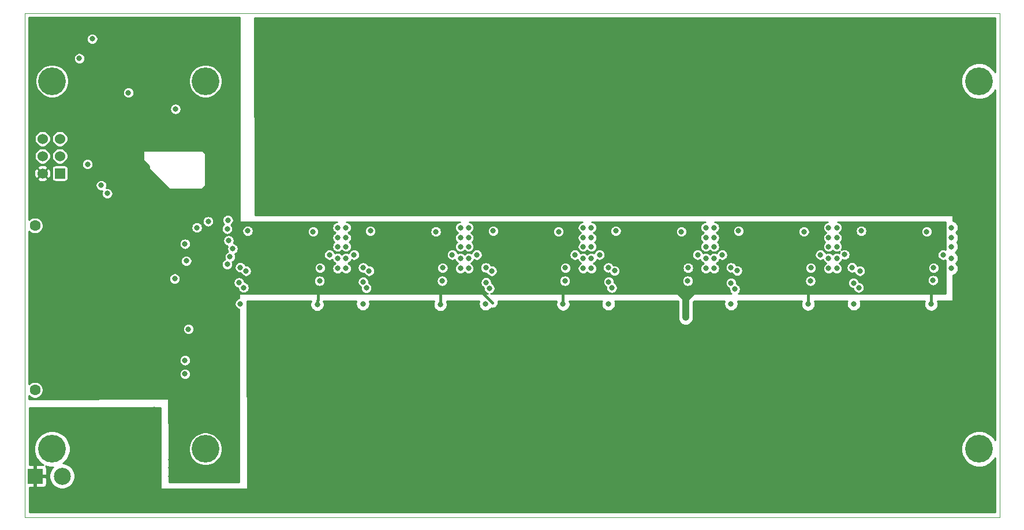
<source format=gbr>
G04 #@! TF.GenerationSoftware,KiCad,Pcbnew,(5.1.4)-1*
G04 #@! TF.CreationDate,2019-09-05T13:30:00+01:00*
G04 #@! TF.ProjectId,lpa96,6c706139-362e-46b6-9963-61645f706362,2.1*
G04 #@! TF.SameCoordinates,Original*
G04 #@! TF.FileFunction,Copper,L3,Inr*
G04 #@! TF.FilePolarity,Positive*
%FSLAX46Y46*%
G04 Gerber Fmt 4.6, Leading zero omitted, Abs format (unit mm)*
G04 Created by KiCad (PCBNEW (5.1.4)-1) date 2019-09-05 13:30:00*
%MOMM*%
%LPD*%
G04 APERTURE LIST*
%ADD10C,0.100000*%
%ADD11R,2.300000X2.300000*%
%ADD12C,2.500000*%
%ADD13R,1.524000X1.524000*%
%ADD14C,1.524000*%
%ADD15C,1.600000*%
%ADD16C,4.064000*%
%ADD17C,0.800000*%
%ADD18C,0.400000*%
%ADD19C,1.000000*%
%ADD20C,0.250000*%
G04 APERTURE END LIST*
D10*
X67000000Y-168500000D02*
X67000000Y-94500000D01*
X210000000Y-168500000D02*
X67000000Y-168500000D01*
X210000000Y-94500000D02*
X210000000Y-168500000D01*
X67000000Y-94500000D02*
X210000000Y-94500000D01*
D11*
X68520000Y-162500000D03*
D12*
X72480000Y-162500000D03*
D13*
X72140000Y-118040000D03*
D14*
X69600000Y-118040000D03*
X72140000Y-115500000D03*
X69600000Y-115500000D03*
X72140000Y-112960000D03*
X69600000Y-112960000D03*
D15*
X68500000Y-125700000D03*
X68500000Y-149850000D03*
D16*
X207000000Y-158500000D03*
X207000000Y-104500000D03*
X71000000Y-158500000D03*
X93500000Y-158500000D03*
X93500000Y-104500000D03*
X71000000Y-104500000D03*
D17*
X90500000Y-145500000D03*
X78200024Y-119800000D03*
X89000000Y-133500000D03*
X79099988Y-121000002D03*
X82200000Y-106200000D03*
X75000012Y-101165715D03*
X76200000Y-116700000D03*
X91000002Y-140900000D03*
X90700000Y-130900014D03*
X76900000Y-98300000D03*
X85500000Y-153600000D03*
X86500000Y-153600000D03*
X86000000Y-152700000D03*
X106700000Y-137300000D03*
X102200000Y-161700000D03*
X106700000Y-161700000D03*
X196700000Y-137300000D03*
X178700000Y-137300000D03*
X160700000Y-137300000D03*
X142700000Y-137300000D03*
X124700000Y-137300000D03*
X192200000Y-161700000D03*
X174200000Y-161700000D03*
X156200000Y-161700000D03*
X138200000Y-161700000D03*
X120200000Y-161700000D03*
X192200000Y-123900000D03*
X142700000Y-101300000D03*
X124700000Y-101300000D03*
X192200000Y-98700000D03*
X160700000Y-101300000D03*
X178700000Y-101300000D03*
X174200000Y-98700000D03*
X156200000Y-98700000D03*
X138200000Y-98700000D03*
X120200000Y-98700000D03*
X196700000Y-98700000D03*
X178700000Y-98700000D03*
X160700000Y-98700000D03*
X142700000Y-98700000D03*
X124700000Y-98700000D03*
X102200000Y-164300000D03*
X102200000Y-137300000D03*
X106700000Y-164300000D03*
X196700000Y-164300000D03*
X178700000Y-164300000D03*
X160700000Y-164300000D03*
X142700000Y-164300000D03*
X124700000Y-164300000D03*
X192200000Y-101300000D03*
X174200000Y-101300000D03*
X156200000Y-101300000D03*
X138200000Y-101300000D03*
X120200000Y-101300000D03*
X196700000Y-101300000D03*
X196700000Y-123900000D03*
X192200000Y-164300000D03*
X174200000Y-164300000D03*
X156200000Y-164300000D03*
X138200000Y-164300000D03*
X120200000Y-164300000D03*
X196700000Y-161700000D03*
X178700000Y-161700000D03*
X160700000Y-161700000D03*
X142700000Y-161700000D03*
X124700000Y-161700000D03*
X192200000Y-137300000D03*
X174200000Y-137300000D03*
X156200000Y-137300000D03*
X138200000Y-137300000D03*
X120200000Y-137300000D03*
X102200000Y-101300000D03*
X106700000Y-101300000D03*
X102200000Y-98700000D03*
X106700000Y-98700000D03*
X196700000Y-122950000D03*
X192200000Y-122950000D03*
X196700000Y-106500000D03*
X178700000Y-106500000D03*
X160700000Y-106500000D03*
X142700000Y-106500000D03*
X124700000Y-106500000D03*
X102200000Y-106500000D03*
X192200000Y-106500000D03*
X174200000Y-106500000D03*
X156200000Y-106500000D03*
X138200000Y-106500000D03*
X120200000Y-106500000D03*
X106700000Y-106500000D03*
X196700000Y-141550000D03*
X192200000Y-141550000D03*
X106700000Y-158300000D03*
X120200000Y-158300000D03*
X138200000Y-158300000D03*
X156200000Y-158300000D03*
X174200000Y-158300000D03*
X192200000Y-158300000D03*
X102200000Y-158300000D03*
X124700000Y-158300000D03*
X142700000Y-158300000D03*
X160700000Y-158300000D03*
X178700000Y-158300000D03*
X196700000Y-158300000D03*
X174200000Y-123900000D03*
X156200000Y-123900000D03*
X138200000Y-123900000D03*
X120200000Y-123900000D03*
X102200000Y-123900000D03*
X178700000Y-123900000D03*
X160700000Y-123900000D03*
X142700000Y-123900000D03*
X124700000Y-123900000D03*
X106700000Y-123900000D03*
X178700000Y-122950000D03*
X160700000Y-122950000D03*
X142700000Y-122950000D03*
X124700000Y-122950000D03*
X106700000Y-122950000D03*
X174200000Y-122950000D03*
X156200000Y-122950000D03*
X138200000Y-122950000D03*
X120200000Y-122950000D03*
X102200000Y-122950000D03*
X196700000Y-140550000D03*
X192200000Y-140550000D03*
X178700000Y-141550000D03*
X160700000Y-141550000D03*
X142700000Y-141550000D03*
X124700000Y-141550000D03*
X106700000Y-141550000D03*
X174200000Y-141550000D03*
X156200000Y-141550000D03*
X138200000Y-141550000D03*
X120200000Y-141550000D03*
X102200000Y-141550000D03*
X174200000Y-140550000D03*
X156200000Y-140550000D03*
X138200000Y-140550000D03*
X120200000Y-140550000D03*
X102200000Y-140550000D03*
X178700000Y-140550000D03*
X160700000Y-140550000D03*
X142700000Y-140550000D03*
X124700000Y-140550000D03*
X106700000Y-140550000D03*
X196700000Y-105500000D03*
X178700000Y-105500000D03*
X160700000Y-105500000D03*
X142700000Y-105500000D03*
X124700000Y-105500000D03*
X102200000Y-105500000D03*
X192200000Y-105500000D03*
X174200000Y-105500000D03*
X156200000Y-105500000D03*
X138200000Y-105500000D03*
X120200000Y-105500000D03*
X106700000Y-105500000D03*
X188552650Y-134135329D03*
X170599604Y-134134189D03*
X152638187Y-133962333D03*
X134654669Y-134058321D03*
X116638187Y-133975010D03*
X98425839Y-134074161D03*
X188600000Y-137199992D03*
X170600000Y-137199992D03*
X152600000Y-137199992D03*
X134600000Y-137199992D03*
X116600000Y-137199992D03*
X98600000Y-137199992D03*
X92245002Y-126000000D03*
X89100000Y-108600000D03*
X117500059Y-132374990D03*
X135500059Y-132375190D03*
X153500059Y-132325010D03*
X171500059Y-132325010D03*
X189500059Y-132375190D03*
X99450444Y-132375478D03*
X200235200Y-133735200D03*
X110235200Y-133825010D03*
X128235200Y-133825210D03*
X146235200Y-133825010D03*
X164235200Y-133825010D03*
X182235200Y-133825210D03*
X93900000Y-125100000D03*
X189315451Y-134828951D03*
X171150115Y-135049609D03*
X153103710Y-134847382D03*
X135148812Y-134927715D03*
X117108984Y-134857265D03*
X99096105Y-134816297D03*
X90500000Y-128400000D03*
X90500000Y-147500000D03*
X98600025Y-131849350D03*
X96700006Y-131400000D03*
X97099998Y-130300000D03*
X97487346Y-129112666D03*
X96900000Y-127900000D03*
X96699992Y-126200000D03*
X96799996Y-124900000D03*
X99700000Y-126500000D03*
X109300000Y-126600000D03*
X112900000Y-126000000D03*
X112900000Y-127500000D03*
X112900000Y-128799964D03*
X111700000Y-130000000D03*
X112900000Y-130500000D03*
X112900000Y-132000000D03*
X110300000Y-131919410D03*
X116631059Y-131880153D03*
X114100000Y-132000000D03*
X114100000Y-130500000D03*
X115300000Y-130000000D03*
X114100000Y-128800000D03*
X114100000Y-127500000D03*
X114100000Y-126000000D03*
X117700000Y-126500000D03*
X127300000Y-126600000D03*
X130900000Y-126000000D03*
X130900000Y-127500000D03*
X130900000Y-128799964D03*
X129700000Y-130000000D03*
X130900000Y-130500000D03*
X130900000Y-132000000D03*
X128300000Y-131919410D03*
X134631153Y-131880189D03*
X132100000Y-130500000D03*
X133300000Y-130000000D03*
X132100000Y-128800000D03*
X132100000Y-127500000D03*
X132100000Y-126000000D03*
X135700000Y-126500000D03*
X145300000Y-126600000D03*
X148900000Y-126000000D03*
X148900000Y-127500000D03*
X148900000Y-128799964D03*
X147700000Y-130000000D03*
X148900000Y-130500000D03*
X148900000Y-132000000D03*
X146300000Y-131919410D03*
X152586235Y-131869410D03*
X150100000Y-132000000D03*
X150100000Y-130500000D03*
X151300000Y-130000000D03*
X150100000Y-128800000D03*
X150100000Y-127500000D03*
X150100000Y-126000000D03*
X153700000Y-126500000D03*
X163300000Y-126600000D03*
X166900000Y-126000000D03*
X166900000Y-127500000D03*
X166900000Y-128799964D03*
X165700000Y-130000000D03*
X166900000Y-130500000D03*
X166900000Y-132000000D03*
X164300000Y-131919410D03*
X170586235Y-131869410D03*
X168100000Y-132000000D03*
X168100000Y-130500000D03*
X169300000Y-130000000D03*
X168100000Y-128800000D03*
X168100000Y-127500000D03*
X168100000Y-126000000D03*
X171700000Y-126500000D03*
X181300000Y-126600000D03*
X184900000Y-126000000D03*
X184900000Y-127500000D03*
X184900000Y-128799964D03*
X183700000Y-130000000D03*
X184900000Y-130500000D03*
X184900000Y-132000000D03*
X182300000Y-131919410D03*
X188330288Y-131861590D03*
X186100000Y-132000000D03*
X186100000Y-130500000D03*
X187247338Y-129959137D03*
X186100000Y-128800000D03*
X186100000Y-127500000D03*
X186100000Y-126000000D03*
X189700000Y-126500000D03*
X199300000Y-126600000D03*
X202900000Y-126000000D03*
X202900000Y-127500000D03*
X202900000Y-128799964D03*
X201700000Y-130000000D03*
X202900000Y-130500000D03*
X202900000Y-132000000D03*
X200300000Y-131919410D03*
X132100000Y-132000000D03*
X88400000Y-162500000D03*
X89600000Y-162500000D03*
X88400000Y-161300000D03*
X89600000Y-161300000D03*
X89600000Y-160100000D03*
X199950000Y-137250000D03*
X181900000Y-137250000D03*
X163950000Y-137250000D03*
X145950000Y-137250000D03*
X127950000Y-137300000D03*
X109900000Y-137300000D03*
X75500000Y-105800000D03*
X74000000Y-119500000D03*
X90300000Y-113800000D03*
X163950000Y-138200000D03*
X163950000Y-139200000D03*
X82200000Y-126700000D03*
X83550000Y-149750000D03*
X90900000Y-138400000D03*
X88400000Y-160100000D03*
X86700000Y-107200000D03*
D18*
X109900000Y-136734315D02*
X110000000Y-136634315D01*
X109900000Y-137300000D02*
X109900000Y-136734315D01*
X110000000Y-136634315D02*
X110000000Y-135700000D01*
X127950000Y-136734315D02*
X128000000Y-136684315D01*
X127950000Y-137300000D02*
X127950000Y-136734315D01*
X128000000Y-136684315D02*
X128000000Y-135500000D01*
X134084010Y-135500000D02*
X135600000Y-137015990D01*
X128000000Y-135500000D02*
X134084010Y-135500000D01*
X145950000Y-135550000D02*
X145950000Y-136350000D01*
X145950000Y-137250000D02*
X145950000Y-136350000D01*
X181900000Y-137250000D02*
X181900000Y-135600000D01*
X199950000Y-137250000D02*
X199950000Y-135550000D01*
D19*
X163950000Y-138200000D02*
X163950000Y-139200000D01*
X163950000Y-138200000D02*
X163950000Y-137250000D01*
X163950000Y-137250000D02*
X163950000Y-135550000D01*
X163950000Y-137250000D02*
X163950000Y-136350000D01*
X163950000Y-136350000D02*
X163000000Y-135400000D01*
X163950000Y-137250000D02*
X163950000Y-136450000D01*
X163950000Y-136450000D02*
X164800000Y-135600000D01*
D20*
G36*
X209317000Y-103170761D02*
G01*
X209070041Y-102801161D01*
X208698839Y-102429959D01*
X208262351Y-102138307D01*
X207777352Y-101937414D01*
X207262480Y-101835000D01*
X206737520Y-101835000D01*
X206222648Y-101937414D01*
X205737649Y-102138307D01*
X205301161Y-102429959D01*
X204929959Y-102801161D01*
X204638307Y-103237649D01*
X204437414Y-103722648D01*
X204335000Y-104237520D01*
X204335000Y-104762480D01*
X204437414Y-105277352D01*
X204638307Y-105762351D01*
X204929959Y-106198839D01*
X205301161Y-106570041D01*
X205737649Y-106861693D01*
X206222648Y-107062586D01*
X206737520Y-107165000D01*
X207262480Y-107165000D01*
X207777352Y-107062586D01*
X208262351Y-106861693D01*
X208698839Y-106570041D01*
X209070041Y-106198839D01*
X209317000Y-105829239D01*
X209317001Y-157170762D01*
X209070041Y-156801161D01*
X208698839Y-156429959D01*
X208262351Y-156138307D01*
X207777352Y-155937414D01*
X207262480Y-155835000D01*
X206737520Y-155835000D01*
X206222648Y-155937414D01*
X205737649Y-156138307D01*
X205301161Y-156429959D01*
X204929959Y-156801161D01*
X204638307Y-157237649D01*
X204437414Y-157722648D01*
X204335000Y-158237520D01*
X204335000Y-158762480D01*
X204437414Y-159277352D01*
X204638307Y-159762351D01*
X204929959Y-160198839D01*
X205301161Y-160570041D01*
X205737649Y-160861693D01*
X206222648Y-161062586D01*
X206737520Y-161165000D01*
X207262480Y-161165000D01*
X207777352Y-161062586D01*
X208262351Y-160861693D01*
X208698839Y-160570041D01*
X209070041Y-160198839D01*
X209317001Y-159829237D01*
X209317001Y-167817000D01*
X67683000Y-167817000D01*
X67683000Y-164176650D01*
X68263750Y-164175000D01*
X68395000Y-164043750D01*
X68395000Y-162625000D01*
X68645000Y-162625000D01*
X68645000Y-164043750D01*
X68776250Y-164175000D01*
X69670000Y-164177540D01*
X69772918Y-164167403D01*
X69871881Y-164137383D01*
X69963086Y-164088633D01*
X70043027Y-164023027D01*
X70108633Y-163943086D01*
X70157383Y-163851881D01*
X70187403Y-163752918D01*
X70197540Y-163650000D01*
X70195000Y-162756250D01*
X70063750Y-162625000D01*
X68645000Y-162625000D01*
X68395000Y-162625000D01*
X68375000Y-162625000D01*
X68375000Y-162375000D01*
X68395000Y-162375000D01*
X68395000Y-160956250D01*
X68263750Y-160825000D01*
X67683000Y-160823350D01*
X67683000Y-158237520D01*
X68335000Y-158237520D01*
X68335000Y-158762480D01*
X68437414Y-159277352D01*
X68638307Y-159762351D01*
X68929959Y-160198839D01*
X69301161Y-160570041D01*
X69680477Y-160823492D01*
X69670000Y-160822460D01*
X68776250Y-160825000D01*
X68645000Y-160956250D01*
X68645000Y-162375000D01*
X70063750Y-162375000D01*
X70195000Y-162243750D01*
X70197540Y-161350000D01*
X70187403Y-161247082D01*
X70157383Y-161148119D01*
X70108633Y-161056914D01*
X70056967Y-160993959D01*
X70222648Y-161062586D01*
X70737520Y-161165000D01*
X71152035Y-161165000D01*
X71017378Y-161299657D01*
X70811307Y-161608065D01*
X70669363Y-161950749D01*
X70597000Y-162314541D01*
X70597000Y-162685459D01*
X70669363Y-163049251D01*
X70811307Y-163391935D01*
X71017378Y-163700343D01*
X71279657Y-163962622D01*
X71588065Y-164168693D01*
X71930749Y-164310637D01*
X72294541Y-164383000D01*
X72665459Y-164383000D01*
X73029251Y-164310637D01*
X73371935Y-164168693D01*
X73680343Y-163962622D01*
X73942622Y-163700343D01*
X74148693Y-163391935D01*
X74290637Y-163049251D01*
X74363000Y-162685459D01*
X74363000Y-162314541D01*
X74290637Y-161950749D01*
X74148693Y-161608065D01*
X73942622Y-161299657D01*
X73680343Y-161037378D01*
X73371935Y-160831307D01*
X73029251Y-160689363D01*
X72665459Y-160617000D01*
X72628560Y-160617000D01*
X72698839Y-160570041D01*
X73070041Y-160198839D01*
X73361693Y-159762351D01*
X73562586Y-159277352D01*
X73665000Y-158762480D01*
X73665000Y-158237520D01*
X73562586Y-157722648D01*
X73361693Y-157237649D01*
X73070041Y-156801161D01*
X72698839Y-156429959D01*
X72262351Y-156138307D01*
X71777352Y-155937414D01*
X71262480Y-155835000D01*
X70737520Y-155835000D01*
X70222648Y-155937414D01*
X69737649Y-156138307D01*
X69301161Y-156429959D01*
X68929959Y-156801161D01*
X68638307Y-157237649D01*
X68437414Y-157722648D01*
X68335000Y-158237520D01*
X67683000Y-158237520D01*
X67683000Y-152475000D01*
X86875000Y-152475000D01*
X86875000Y-164250000D01*
X86877402Y-164274386D01*
X86884515Y-164297835D01*
X86896066Y-164319446D01*
X86911612Y-164338388D01*
X86930554Y-164353934D01*
X86952165Y-164365485D01*
X86975614Y-164372598D01*
X87000098Y-164375000D01*
X99547692Y-164365165D01*
X99572076Y-164362744D01*
X99595520Y-164355612D01*
X99617122Y-164344044D01*
X99636052Y-164328484D01*
X99651582Y-164309530D01*
X99663116Y-164287910D01*
X99670211Y-164264455D01*
X99672594Y-164239949D01*
X99626100Y-137336423D01*
X99633000Y-137301734D01*
X99633000Y-137098250D01*
X99625624Y-137061169D01*
X99625216Y-136825000D01*
X108978640Y-136825000D01*
X108906698Y-136998685D01*
X108867000Y-137198258D01*
X108867000Y-137401742D01*
X108906698Y-137601315D01*
X108984567Y-137789309D01*
X109097617Y-137958499D01*
X109241501Y-138102383D01*
X109410691Y-138215433D01*
X109598685Y-138293302D01*
X109798258Y-138333000D01*
X110001742Y-138333000D01*
X110201315Y-138293302D01*
X110389309Y-138215433D01*
X110558499Y-138102383D01*
X110702383Y-137958499D01*
X110815433Y-137789309D01*
X110893302Y-137601315D01*
X110933000Y-137401742D01*
X110933000Y-137198258D01*
X110893302Y-136998685D01*
X110821360Y-136825000D01*
X115637216Y-136825000D01*
X115606698Y-136898677D01*
X115567000Y-137098250D01*
X115567000Y-137301734D01*
X115606698Y-137501307D01*
X115684567Y-137689301D01*
X115797617Y-137858491D01*
X115941501Y-138002375D01*
X116110691Y-138115425D01*
X116298685Y-138193294D01*
X116498258Y-138232992D01*
X116701742Y-138232992D01*
X116901315Y-138193294D01*
X117089309Y-138115425D01*
X117258499Y-138002375D01*
X117402383Y-137858491D01*
X117515433Y-137689301D01*
X117593302Y-137501307D01*
X117633000Y-137301734D01*
X117633000Y-137098250D01*
X117593302Y-136898677D01*
X117562784Y-136825000D01*
X127028640Y-136825000D01*
X126956698Y-136998685D01*
X126917000Y-137198258D01*
X126917000Y-137401742D01*
X126956698Y-137601315D01*
X127034567Y-137789309D01*
X127147617Y-137958499D01*
X127291501Y-138102383D01*
X127460691Y-138215433D01*
X127648685Y-138293302D01*
X127848258Y-138333000D01*
X128051742Y-138333000D01*
X128251315Y-138293302D01*
X128439309Y-138215433D01*
X128608499Y-138102383D01*
X128752383Y-137958499D01*
X128865433Y-137789309D01*
X128943302Y-137601315D01*
X128983000Y-137401742D01*
X128983000Y-137198258D01*
X128943302Y-136998685D01*
X128871360Y-136825000D01*
X133637216Y-136825000D01*
X133606698Y-136898677D01*
X133567000Y-137098250D01*
X133567000Y-137301734D01*
X133606698Y-137501307D01*
X133684567Y-137689301D01*
X133797617Y-137858491D01*
X133941501Y-138002375D01*
X134110691Y-138115425D01*
X134298685Y-138193294D01*
X134498258Y-138232992D01*
X134701742Y-138232992D01*
X134901315Y-138193294D01*
X135089309Y-138115425D01*
X135258499Y-138002375D01*
X135402383Y-137858491D01*
X135420142Y-137831913D01*
X135436703Y-137836937D01*
X135600000Y-137853020D01*
X135763296Y-137836937D01*
X135920317Y-137789305D01*
X136065029Y-137711955D01*
X136191869Y-137607859D01*
X136295965Y-137481019D01*
X136373315Y-137336307D01*
X136420947Y-137179286D01*
X136437030Y-137015990D01*
X136420947Y-136852693D01*
X136412546Y-136825000D01*
X145007930Y-136825000D01*
X144956698Y-136948685D01*
X144917000Y-137148258D01*
X144917000Y-137351742D01*
X144956698Y-137551315D01*
X145034567Y-137739309D01*
X145147617Y-137908499D01*
X145291501Y-138052383D01*
X145460691Y-138165433D01*
X145648685Y-138243302D01*
X145848258Y-138283000D01*
X146051742Y-138283000D01*
X146251315Y-138243302D01*
X146439309Y-138165433D01*
X146608499Y-138052383D01*
X146752383Y-137908499D01*
X146865433Y-137739309D01*
X146943302Y-137551315D01*
X146983000Y-137351742D01*
X146983000Y-137148258D01*
X146943302Y-136948685D01*
X146892070Y-136825000D01*
X151637216Y-136825000D01*
X151606698Y-136898677D01*
X151567000Y-137098250D01*
X151567000Y-137301734D01*
X151606698Y-137501307D01*
X151684567Y-137689301D01*
X151797617Y-137858491D01*
X151941501Y-138002375D01*
X152110691Y-138115425D01*
X152298685Y-138193294D01*
X152498258Y-138232992D01*
X152701742Y-138232992D01*
X152901315Y-138193294D01*
X153089309Y-138115425D01*
X153258499Y-138002375D01*
X153402383Y-137858491D01*
X153515433Y-137689301D01*
X153593302Y-137501307D01*
X153633000Y-137301734D01*
X153633000Y-137098250D01*
X153593302Y-136898677D01*
X153562784Y-136825000D01*
X162817000Y-136825000D01*
X162817000Y-139255659D01*
X162833394Y-139422107D01*
X162898180Y-139635678D01*
X163003388Y-139832507D01*
X163144973Y-140005028D01*
X163317494Y-140146613D01*
X163514323Y-140251820D01*
X163727894Y-140316606D01*
X163950000Y-140338482D01*
X164172107Y-140316606D01*
X164385678Y-140251820D01*
X164582507Y-140146613D01*
X164755028Y-140005028D01*
X164896613Y-139832507D01*
X165001820Y-139635678D01*
X165066606Y-139422107D01*
X165083000Y-139255659D01*
X165083000Y-136919303D01*
X165177303Y-136825000D01*
X169637216Y-136825000D01*
X169606698Y-136898677D01*
X169567000Y-137098250D01*
X169567000Y-137301734D01*
X169606698Y-137501307D01*
X169684567Y-137689301D01*
X169797617Y-137858491D01*
X169941501Y-138002375D01*
X170110691Y-138115425D01*
X170298685Y-138193294D01*
X170498258Y-138232992D01*
X170701742Y-138232992D01*
X170901315Y-138193294D01*
X171089309Y-138115425D01*
X171258499Y-138002375D01*
X171402383Y-137858491D01*
X171515433Y-137689301D01*
X171593302Y-137501307D01*
X171633000Y-137301734D01*
X171633000Y-137098250D01*
X171593302Y-136898677D01*
X171562784Y-136825000D01*
X180957930Y-136825000D01*
X180906698Y-136948685D01*
X180867000Y-137148258D01*
X180867000Y-137351742D01*
X180906698Y-137551315D01*
X180984567Y-137739309D01*
X181097617Y-137908499D01*
X181241501Y-138052383D01*
X181410691Y-138165433D01*
X181598685Y-138243302D01*
X181798258Y-138283000D01*
X182001742Y-138283000D01*
X182201315Y-138243302D01*
X182389309Y-138165433D01*
X182558499Y-138052383D01*
X182702383Y-137908499D01*
X182815433Y-137739309D01*
X182893302Y-137551315D01*
X182933000Y-137351742D01*
X182933000Y-137148258D01*
X182893302Y-136948685D01*
X182842070Y-136825000D01*
X187637216Y-136825000D01*
X187606698Y-136898677D01*
X187567000Y-137098250D01*
X187567000Y-137301734D01*
X187606698Y-137501307D01*
X187684567Y-137689301D01*
X187797617Y-137858491D01*
X187941501Y-138002375D01*
X188110691Y-138115425D01*
X188298685Y-138193294D01*
X188498258Y-138232992D01*
X188701742Y-138232992D01*
X188901315Y-138193294D01*
X189089309Y-138115425D01*
X189258499Y-138002375D01*
X189402383Y-137858491D01*
X189515433Y-137689301D01*
X189593302Y-137501307D01*
X189633000Y-137301734D01*
X189633000Y-137098250D01*
X189593302Y-136898677D01*
X189562784Y-136825000D01*
X199007930Y-136825000D01*
X198956698Y-136948685D01*
X198917000Y-137148258D01*
X198917000Y-137351742D01*
X198956698Y-137551315D01*
X199034567Y-137739309D01*
X199147617Y-137908499D01*
X199291501Y-138052383D01*
X199460691Y-138165433D01*
X199648685Y-138243302D01*
X199848258Y-138283000D01*
X200051742Y-138283000D01*
X200251315Y-138243302D01*
X200439309Y-138165433D01*
X200608499Y-138052383D01*
X200752383Y-137908499D01*
X200865433Y-137739309D01*
X200943302Y-137551315D01*
X200983000Y-137351742D01*
X200983000Y-137148258D01*
X200943302Y-136948685D01*
X200892070Y-136825000D01*
X203000000Y-136825000D01*
X203024386Y-136822598D01*
X203047835Y-136815485D01*
X203069446Y-136803934D01*
X203088388Y-136788388D01*
X203103934Y-136769446D01*
X203115485Y-136747835D01*
X203122598Y-136724386D01*
X203125000Y-136700000D01*
X203125000Y-133008482D01*
X203201315Y-132993302D01*
X203389309Y-132915433D01*
X203558499Y-132802383D01*
X203702383Y-132658499D01*
X203815433Y-132489309D01*
X203893302Y-132301315D01*
X203933000Y-132101742D01*
X203933000Y-131898258D01*
X203893302Y-131698685D01*
X203815433Y-131510691D01*
X203702383Y-131341501D01*
X203610882Y-131250000D01*
X203702383Y-131158499D01*
X203815433Y-130989309D01*
X203893302Y-130801315D01*
X203933000Y-130601742D01*
X203933000Y-130398258D01*
X203893302Y-130198685D01*
X203815433Y-130010691D01*
X203702383Y-129841501D01*
X203558499Y-129697617D01*
X203487209Y-129649982D01*
X203558499Y-129602347D01*
X203702383Y-129458463D01*
X203815433Y-129289273D01*
X203893302Y-129101279D01*
X203933000Y-128901706D01*
X203933000Y-128698222D01*
X203893302Y-128498649D01*
X203815433Y-128310655D01*
X203708074Y-128149982D01*
X203815433Y-127989309D01*
X203893302Y-127801315D01*
X203933000Y-127601742D01*
X203933000Y-127398258D01*
X203893302Y-127198685D01*
X203815433Y-127010691D01*
X203702383Y-126841501D01*
X203610882Y-126750000D01*
X203702383Y-126658499D01*
X203815433Y-126489309D01*
X203893302Y-126301315D01*
X203933000Y-126101742D01*
X203933000Y-125898258D01*
X203893302Y-125698685D01*
X203815433Y-125510691D01*
X203702383Y-125341501D01*
X203558499Y-125197617D01*
X203389309Y-125084567D01*
X203201315Y-125006698D01*
X203125000Y-124991518D01*
X203125000Y-124300000D01*
X203122598Y-124275614D01*
X203115485Y-124252165D01*
X203103934Y-124230554D01*
X203088388Y-124211612D01*
X203069446Y-124196066D01*
X203047835Y-124184515D01*
X203024386Y-124177402D01*
X203000000Y-124175000D01*
X100824574Y-124175000D01*
X100725761Y-95183000D01*
X209317000Y-95183000D01*
X209317000Y-103170761D01*
X209317000Y-103170761D01*
G37*
X209317000Y-103170761D02*
X209070041Y-102801161D01*
X208698839Y-102429959D01*
X208262351Y-102138307D01*
X207777352Y-101937414D01*
X207262480Y-101835000D01*
X206737520Y-101835000D01*
X206222648Y-101937414D01*
X205737649Y-102138307D01*
X205301161Y-102429959D01*
X204929959Y-102801161D01*
X204638307Y-103237649D01*
X204437414Y-103722648D01*
X204335000Y-104237520D01*
X204335000Y-104762480D01*
X204437414Y-105277352D01*
X204638307Y-105762351D01*
X204929959Y-106198839D01*
X205301161Y-106570041D01*
X205737649Y-106861693D01*
X206222648Y-107062586D01*
X206737520Y-107165000D01*
X207262480Y-107165000D01*
X207777352Y-107062586D01*
X208262351Y-106861693D01*
X208698839Y-106570041D01*
X209070041Y-106198839D01*
X209317000Y-105829239D01*
X209317001Y-157170762D01*
X209070041Y-156801161D01*
X208698839Y-156429959D01*
X208262351Y-156138307D01*
X207777352Y-155937414D01*
X207262480Y-155835000D01*
X206737520Y-155835000D01*
X206222648Y-155937414D01*
X205737649Y-156138307D01*
X205301161Y-156429959D01*
X204929959Y-156801161D01*
X204638307Y-157237649D01*
X204437414Y-157722648D01*
X204335000Y-158237520D01*
X204335000Y-158762480D01*
X204437414Y-159277352D01*
X204638307Y-159762351D01*
X204929959Y-160198839D01*
X205301161Y-160570041D01*
X205737649Y-160861693D01*
X206222648Y-161062586D01*
X206737520Y-161165000D01*
X207262480Y-161165000D01*
X207777352Y-161062586D01*
X208262351Y-160861693D01*
X208698839Y-160570041D01*
X209070041Y-160198839D01*
X209317001Y-159829237D01*
X209317001Y-167817000D01*
X67683000Y-167817000D01*
X67683000Y-164176650D01*
X68263750Y-164175000D01*
X68395000Y-164043750D01*
X68395000Y-162625000D01*
X68645000Y-162625000D01*
X68645000Y-164043750D01*
X68776250Y-164175000D01*
X69670000Y-164177540D01*
X69772918Y-164167403D01*
X69871881Y-164137383D01*
X69963086Y-164088633D01*
X70043027Y-164023027D01*
X70108633Y-163943086D01*
X70157383Y-163851881D01*
X70187403Y-163752918D01*
X70197540Y-163650000D01*
X70195000Y-162756250D01*
X70063750Y-162625000D01*
X68645000Y-162625000D01*
X68395000Y-162625000D01*
X68375000Y-162625000D01*
X68375000Y-162375000D01*
X68395000Y-162375000D01*
X68395000Y-160956250D01*
X68263750Y-160825000D01*
X67683000Y-160823350D01*
X67683000Y-158237520D01*
X68335000Y-158237520D01*
X68335000Y-158762480D01*
X68437414Y-159277352D01*
X68638307Y-159762351D01*
X68929959Y-160198839D01*
X69301161Y-160570041D01*
X69680477Y-160823492D01*
X69670000Y-160822460D01*
X68776250Y-160825000D01*
X68645000Y-160956250D01*
X68645000Y-162375000D01*
X70063750Y-162375000D01*
X70195000Y-162243750D01*
X70197540Y-161350000D01*
X70187403Y-161247082D01*
X70157383Y-161148119D01*
X70108633Y-161056914D01*
X70056967Y-160993959D01*
X70222648Y-161062586D01*
X70737520Y-161165000D01*
X71152035Y-161165000D01*
X71017378Y-161299657D01*
X70811307Y-161608065D01*
X70669363Y-161950749D01*
X70597000Y-162314541D01*
X70597000Y-162685459D01*
X70669363Y-163049251D01*
X70811307Y-163391935D01*
X71017378Y-163700343D01*
X71279657Y-163962622D01*
X71588065Y-164168693D01*
X71930749Y-164310637D01*
X72294541Y-164383000D01*
X72665459Y-164383000D01*
X73029251Y-164310637D01*
X73371935Y-164168693D01*
X73680343Y-163962622D01*
X73942622Y-163700343D01*
X74148693Y-163391935D01*
X74290637Y-163049251D01*
X74363000Y-162685459D01*
X74363000Y-162314541D01*
X74290637Y-161950749D01*
X74148693Y-161608065D01*
X73942622Y-161299657D01*
X73680343Y-161037378D01*
X73371935Y-160831307D01*
X73029251Y-160689363D01*
X72665459Y-160617000D01*
X72628560Y-160617000D01*
X72698839Y-160570041D01*
X73070041Y-160198839D01*
X73361693Y-159762351D01*
X73562586Y-159277352D01*
X73665000Y-158762480D01*
X73665000Y-158237520D01*
X73562586Y-157722648D01*
X73361693Y-157237649D01*
X73070041Y-156801161D01*
X72698839Y-156429959D01*
X72262351Y-156138307D01*
X71777352Y-155937414D01*
X71262480Y-155835000D01*
X70737520Y-155835000D01*
X70222648Y-155937414D01*
X69737649Y-156138307D01*
X69301161Y-156429959D01*
X68929959Y-156801161D01*
X68638307Y-157237649D01*
X68437414Y-157722648D01*
X68335000Y-158237520D01*
X67683000Y-158237520D01*
X67683000Y-152475000D01*
X86875000Y-152475000D01*
X86875000Y-164250000D01*
X86877402Y-164274386D01*
X86884515Y-164297835D01*
X86896066Y-164319446D01*
X86911612Y-164338388D01*
X86930554Y-164353934D01*
X86952165Y-164365485D01*
X86975614Y-164372598D01*
X87000098Y-164375000D01*
X99547692Y-164365165D01*
X99572076Y-164362744D01*
X99595520Y-164355612D01*
X99617122Y-164344044D01*
X99636052Y-164328484D01*
X99651582Y-164309530D01*
X99663116Y-164287910D01*
X99670211Y-164264455D01*
X99672594Y-164239949D01*
X99626100Y-137336423D01*
X99633000Y-137301734D01*
X99633000Y-137098250D01*
X99625624Y-137061169D01*
X99625216Y-136825000D01*
X108978640Y-136825000D01*
X108906698Y-136998685D01*
X108867000Y-137198258D01*
X108867000Y-137401742D01*
X108906698Y-137601315D01*
X108984567Y-137789309D01*
X109097617Y-137958499D01*
X109241501Y-138102383D01*
X109410691Y-138215433D01*
X109598685Y-138293302D01*
X109798258Y-138333000D01*
X110001742Y-138333000D01*
X110201315Y-138293302D01*
X110389309Y-138215433D01*
X110558499Y-138102383D01*
X110702383Y-137958499D01*
X110815433Y-137789309D01*
X110893302Y-137601315D01*
X110933000Y-137401742D01*
X110933000Y-137198258D01*
X110893302Y-136998685D01*
X110821360Y-136825000D01*
X115637216Y-136825000D01*
X115606698Y-136898677D01*
X115567000Y-137098250D01*
X115567000Y-137301734D01*
X115606698Y-137501307D01*
X115684567Y-137689301D01*
X115797617Y-137858491D01*
X115941501Y-138002375D01*
X116110691Y-138115425D01*
X116298685Y-138193294D01*
X116498258Y-138232992D01*
X116701742Y-138232992D01*
X116901315Y-138193294D01*
X117089309Y-138115425D01*
X117258499Y-138002375D01*
X117402383Y-137858491D01*
X117515433Y-137689301D01*
X117593302Y-137501307D01*
X117633000Y-137301734D01*
X117633000Y-137098250D01*
X117593302Y-136898677D01*
X117562784Y-136825000D01*
X127028640Y-136825000D01*
X126956698Y-136998685D01*
X126917000Y-137198258D01*
X126917000Y-137401742D01*
X126956698Y-137601315D01*
X127034567Y-137789309D01*
X127147617Y-137958499D01*
X127291501Y-138102383D01*
X127460691Y-138215433D01*
X127648685Y-138293302D01*
X127848258Y-138333000D01*
X128051742Y-138333000D01*
X128251315Y-138293302D01*
X128439309Y-138215433D01*
X128608499Y-138102383D01*
X128752383Y-137958499D01*
X128865433Y-137789309D01*
X128943302Y-137601315D01*
X128983000Y-137401742D01*
X128983000Y-137198258D01*
X128943302Y-136998685D01*
X128871360Y-136825000D01*
X133637216Y-136825000D01*
X133606698Y-136898677D01*
X133567000Y-137098250D01*
X133567000Y-137301734D01*
X133606698Y-137501307D01*
X133684567Y-137689301D01*
X133797617Y-137858491D01*
X133941501Y-138002375D01*
X134110691Y-138115425D01*
X134298685Y-138193294D01*
X134498258Y-138232992D01*
X134701742Y-138232992D01*
X134901315Y-138193294D01*
X135089309Y-138115425D01*
X135258499Y-138002375D01*
X135402383Y-137858491D01*
X135420142Y-137831913D01*
X135436703Y-137836937D01*
X135600000Y-137853020D01*
X135763296Y-137836937D01*
X135920317Y-137789305D01*
X136065029Y-137711955D01*
X136191869Y-137607859D01*
X136295965Y-137481019D01*
X136373315Y-137336307D01*
X136420947Y-137179286D01*
X136437030Y-137015990D01*
X136420947Y-136852693D01*
X136412546Y-136825000D01*
X145007930Y-136825000D01*
X144956698Y-136948685D01*
X144917000Y-137148258D01*
X144917000Y-137351742D01*
X144956698Y-137551315D01*
X145034567Y-137739309D01*
X145147617Y-137908499D01*
X145291501Y-138052383D01*
X145460691Y-138165433D01*
X145648685Y-138243302D01*
X145848258Y-138283000D01*
X146051742Y-138283000D01*
X146251315Y-138243302D01*
X146439309Y-138165433D01*
X146608499Y-138052383D01*
X146752383Y-137908499D01*
X146865433Y-137739309D01*
X146943302Y-137551315D01*
X146983000Y-137351742D01*
X146983000Y-137148258D01*
X146943302Y-136948685D01*
X146892070Y-136825000D01*
X151637216Y-136825000D01*
X151606698Y-136898677D01*
X151567000Y-137098250D01*
X151567000Y-137301734D01*
X151606698Y-137501307D01*
X151684567Y-137689301D01*
X151797617Y-137858491D01*
X151941501Y-138002375D01*
X152110691Y-138115425D01*
X152298685Y-138193294D01*
X152498258Y-138232992D01*
X152701742Y-138232992D01*
X152901315Y-138193294D01*
X153089309Y-138115425D01*
X153258499Y-138002375D01*
X153402383Y-137858491D01*
X153515433Y-137689301D01*
X153593302Y-137501307D01*
X153633000Y-137301734D01*
X153633000Y-137098250D01*
X153593302Y-136898677D01*
X153562784Y-136825000D01*
X162817000Y-136825000D01*
X162817000Y-139255659D01*
X162833394Y-139422107D01*
X162898180Y-139635678D01*
X163003388Y-139832507D01*
X163144973Y-140005028D01*
X163317494Y-140146613D01*
X163514323Y-140251820D01*
X163727894Y-140316606D01*
X163950000Y-140338482D01*
X164172107Y-140316606D01*
X164385678Y-140251820D01*
X164582507Y-140146613D01*
X164755028Y-140005028D01*
X164896613Y-139832507D01*
X165001820Y-139635678D01*
X165066606Y-139422107D01*
X165083000Y-139255659D01*
X165083000Y-136919303D01*
X165177303Y-136825000D01*
X169637216Y-136825000D01*
X169606698Y-136898677D01*
X169567000Y-137098250D01*
X169567000Y-137301734D01*
X169606698Y-137501307D01*
X169684567Y-137689301D01*
X169797617Y-137858491D01*
X169941501Y-138002375D01*
X170110691Y-138115425D01*
X170298685Y-138193294D01*
X170498258Y-138232992D01*
X170701742Y-138232992D01*
X170901315Y-138193294D01*
X171089309Y-138115425D01*
X171258499Y-138002375D01*
X171402383Y-137858491D01*
X171515433Y-137689301D01*
X171593302Y-137501307D01*
X171633000Y-137301734D01*
X171633000Y-137098250D01*
X171593302Y-136898677D01*
X171562784Y-136825000D01*
X180957930Y-136825000D01*
X180906698Y-136948685D01*
X180867000Y-137148258D01*
X180867000Y-137351742D01*
X180906698Y-137551315D01*
X180984567Y-137739309D01*
X181097617Y-137908499D01*
X181241501Y-138052383D01*
X181410691Y-138165433D01*
X181598685Y-138243302D01*
X181798258Y-138283000D01*
X182001742Y-138283000D01*
X182201315Y-138243302D01*
X182389309Y-138165433D01*
X182558499Y-138052383D01*
X182702383Y-137908499D01*
X182815433Y-137739309D01*
X182893302Y-137551315D01*
X182933000Y-137351742D01*
X182933000Y-137148258D01*
X182893302Y-136948685D01*
X182842070Y-136825000D01*
X187637216Y-136825000D01*
X187606698Y-136898677D01*
X187567000Y-137098250D01*
X187567000Y-137301734D01*
X187606698Y-137501307D01*
X187684567Y-137689301D01*
X187797617Y-137858491D01*
X187941501Y-138002375D01*
X188110691Y-138115425D01*
X188298685Y-138193294D01*
X188498258Y-138232992D01*
X188701742Y-138232992D01*
X188901315Y-138193294D01*
X189089309Y-138115425D01*
X189258499Y-138002375D01*
X189402383Y-137858491D01*
X189515433Y-137689301D01*
X189593302Y-137501307D01*
X189633000Y-137301734D01*
X189633000Y-137098250D01*
X189593302Y-136898677D01*
X189562784Y-136825000D01*
X199007930Y-136825000D01*
X198956698Y-136948685D01*
X198917000Y-137148258D01*
X198917000Y-137351742D01*
X198956698Y-137551315D01*
X199034567Y-137739309D01*
X199147617Y-137908499D01*
X199291501Y-138052383D01*
X199460691Y-138165433D01*
X199648685Y-138243302D01*
X199848258Y-138283000D01*
X200051742Y-138283000D01*
X200251315Y-138243302D01*
X200439309Y-138165433D01*
X200608499Y-138052383D01*
X200752383Y-137908499D01*
X200865433Y-137739309D01*
X200943302Y-137551315D01*
X200983000Y-137351742D01*
X200983000Y-137148258D01*
X200943302Y-136948685D01*
X200892070Y-136825000D01*
X203000000Y-136825000D01*
X203024386Y-136822598D01*
X203047835Y-136815485D01*
X203069446Y-136803934D01*
X203088388Y-136788388D01*
X203103934Y-136769446D01*
X203115485Y-136747835D01*
X203122598Y-136724386D01*
X203125000Y-136700000D01*
X203125000Y-133008482D01*
X203201315Y-132993302D01*
X203389309Y-132915433D01*
X203558499Y-132802383D01*
X203702383Y-132658499D01*
X203815433Y-132489309D01*
X203893302Y-132301315D01*
X203933000Y-132101742D01*
X203933000Y-131898258D01*
X203893302Y-131698685D01*
X203815433Y-131510691D01*
X203702383Y-131341501D01*
X203610882Y-131250000D01*
X203702383Y-131158499D01*
X203815433Y-130989309D01*
X203893302Y-130801315D01*
X203933000Y-130601742D01*
X203933000Y-130398258D01*
X203893302Y-130198685D01*
X203815433Y-130010691D01*
X203702383Y-129841501D01*
X203558499Y-129697617D01*
X203487209Y-129649982D01*
X203558499Y-129602347D01*
X203702383Y-129458463D01*
X203815433Y-129289273D01*
X203893302Y-129101279D01*
X203933000Y-128901706D01*
X203933000Y-128698222D01*
X203893302Y-128498649D01*
X203815433Y-128310655D01*
X203708074Y-128149982D01*
X203815433Y-127989309D01*
X203893302Y-127801315D01*
X203933000Y-127601742D01*
X203933000Y-127398258D01*
X203893302Y-127198685D01*
X203815433Y-127010691D01*
X203702383Y-126841501D01*
X203610882Y-126750000D01*
X203702383Y-126658499D01*
X203815433Y-126489309D01*
X203893302Y-126301315D01*
X203933000Y-126101742D01*
X203933000Y-125898258D01*
X203893302Y-125698685D01*
X203815433Y-125510691D01*
X203702383Y-125341501D01*
X203558499Y-125197617D01*
X203389309Y-125084567D01*
X203201315Y-125006698D01*
X203125000Y-124991518D01*
X203125000Y-124300000D01*
X203122598Y-124275614D01*
X203115485Y-124252165D01*
X203103934Y-124230554D01*
X203088388Y-124211612D01*
X203069446Y-124196066D01*
X203047835Y-124184515D01*
X203024386Y-124177402D01*
X203000000Y-124175000D01*
X100824574Y-124175000D01*
X100725761Y-95183000D01*
X209317000Y-95183000D01*
X209317000Y-103170761D01*
G36*
X98475000Y-125050000D02*
G01*
X98477402Y-125074386D01*
X98484515Y-125097835D01*
X98496066Y-125119446D01*
X98511612Y-125138388D01*
X98530554Y-125153934D01*
X98552165Y-125165485D01*
X98575614Y-125172598D01*
X98600000Y-125175000D01*
X112818745Y-125175000D01*
X112659356Y-125206704D01*
X112509216Y-125268894D01*
X112374093Y-125359181D01*
X112259181Y-125474093D01*
X112168894Y-125609216D01*
X112106704Y-125759356D01*
X112075000Y-125918745D01*
X112075000Y-126081255D01*
X112106704Y-126240644D01*
X112168894Y-126390784D01*
X112259181Y-126525907D01*
X112374093Y-126640819D01*
X112509216Y-126731106D01*
X112554830Y-126750000D01*
X112509216Y-126768894D01*
X112374093Y-126859181D01*
X112259181Y-126974093D01*
X112168894Y-127109216D01*
X112106704Y-127259356D01*
X112075000Y-127418745D01*
X112075000Y-127581255D01*
X112106704Y-127740644D01*
X112168894Y-127890784D01*
X112259181Y-128025907D01*
X112374093Y-128140819D01*
X112387806Y-128149982D01*
X112374093Y-128159145D01*
X112259181Y-128274057D01*
X112168894Y-128409180D01*
X112106704Y-128559320D01*
X112075000Y-128718709D01*
X112075000Y-128881219D01*
X112106704Y-129040608D01*
X112168894Y-129190748D01*
X112259181Y-129325871D01*
X112374093Y-129440783D01*
X112509216Y-129531070D01*
X112659356Y-129593260D01*
X112818745Y-129624964D01*
X112981255Y-129624964D01*
X113140644Y-129593260D01*
X113290784Y-129531070D01*
X113425907Y-129440783D01*
X113499982Y-129366708D01*
X113574093Y-129440819D01*
X113709216Y-129531106D01*
X113859356Y-129593296D01*
X114018745Y-129625000D01*
X114181255Y-129625000D01*
X114340644Y-129593296D01*
X114490784Y-129531106D01*
X114625907Y-129440819D01*
X114740819Y-129325907D01*
X114831106Y-129190784D01*
X114893296Y-129040644D01*
X114925000Y-128881255D01*
X114925000Y-128718745D01*
X114893296Y-128559356D01*
X114831106Y-128409216D01*
X114740819Y-128274093D01*
X114625907Y-128159181D01*
X114612167Y-128150000D01*
X114625907Y-128140819D01*
X114740819Y-128025907D01*
X114831106Y-127890784D01*
X114893296Y-127740644D01*
X114925000Y-127581255D01*
X114925000Y-127418745D01*
X114893296Y-127259356D01*
X114831106Y-127109216D01*
X114740819Y-126974093D01*
X114625907Y-126859181D01*
X114490784Y-126768894D01*
X114445170Y-126750000D01*
X114490784Y-126731106D01*
X114625907Y-126640819D01*
X114740819Y-126525907D01*
X114812422Y-126418745D01*
X116875000Y-126418745D01*
X116875000Y-126581255D01*
X116906704Y-126740644D01*
X116968894Y-126890784D01*
X117059181Y-127025907D01*
X117174093Y-127140819D01*
X117309216Y-127231106D01*
X117459356Y-127293296D01*
X117618745Y-127325000D01*
X117781255Y-127325000D01*
X117940644Y-127293296D01*
X118090784Y-127231106D01*
X118225907Y-127140819D01*
X118340819Y-127025907D01*
X118431106Y-126890784D01*
X118493296Y-126740644D01*
X118525000Y-126581255D01*
X118525000Y-126518745D01*
X126475000Y-126518745D01*
X126475000Y-126681255D01*
X126506704Y-126840644D01*
X126568894Y-126990784D01*
X126659181Y-127125907D01*
X126774093Y-127240819D01*
X126909216Y-127331106D01*
X127059356Y-127393296D01*
X127218745Y-127425000D01*
X127381255Y-127425000D01*
X127540644Y-127393296D01*
X127690784Y-127331106D01*
X127825907Y-127240819D01*
X127940819Y-127125907D01*
X128031106Y-126990784D01*
X128093296Y-126840644D01*
X128125000Y-126681255D01*
X128125000Y-126518745D01*
X128093296Y-126359356D01*
X128031106Y-126209216D01*
X127940819Y-126074093D01*
X127825907Y-125959181D01*
X127690784Y-125868894D01*
X127540644Y-125806704D01*
X127381255Y-125775000D01*
X127218745Y-125775000D01*
X127059356Y-125806704D01*
X126909216Y-125868894D01*
X126774093Y-125959181D01*
X126659181Y-126074093D01*
X126568894Y-126209216D01*
X126506704Y-126359356D01*
X126475000Y-126518745D01*
X118525000Y-126518745D01*
X118525000Y-126418745D01*
X118493296Y-126259356D01*
X118431106Y-126109216D01*
X118340819Y-125974093D01*
X118225907Y-125859181D01*
X118090784Y-125768894D01*
X117940644Y-125706704D01*
X117781255Y-125675000D01*
X117618745Y-125675000D01*
X117459356Y-125706704D01*
X117309216Y-125768894D01*
X117174093Y-125859181D01*
X117059181Y-125974093D01*
X116968894Y-126109216D01*
X116906704Y-126259356D01*
X116875000Y-126418745D01*
X114812422Y-126418745D01*
X114831106Y-126390784D01*
X114893296Y-126240644D01*
X114925000Y-126081255D01*
X114925000Y-125918745D01*
X114893296Y-125759356D01*
X114831106Y-125609216D01*
X114740819Y-125474093D01*
X114625907Y-125359181D01*
X114490784Y-125268894D01*
X114340644Y-125206704D01*
X114181255Y-125175000D01*
X130818745Y-125175000D01*
X130659356Y-125206704D01*
X130509216Y-125268894D01*
X130374093Y-125359181D01*
X130259181Y-125474093D01*
X130168894Y-125609216D01*
X130106704Y-125759356D01*
X130075000Y-125918745D01*
X130075000Y-126081255D01*
X130106704Y-126240644D01*
X130168894Y-126390784D01*
X130259181Y-126525907D01*
X130374093Y-126640819D01*
X130509216Y-126731106D01*
X130554830Y-126750000D01*
X130509216Y-126768894D01*
X130374093Y-126859181D01*
X130259181Y-126974093D01*
X130168894Y-127109216D01*
X130106704Y-127259356D01*
X130075000Y-127418745D01*
X130075000Y-127581255D01*
X130106704Y-127740644D01*
X130168894Y-127890784D01*
X130259181Y-128025907D01*
X130374093Y-128140819D01*
X130387806Y-128149982D01*
X130374093Y-128159145D01*
X130259181Y-128274057D01*
X130168894Y-128409180D01*
X130106704Y-128559320D01*
X130075000Y-128718709D01*
X130075000Y-128881219D01*
X130106704Y-129040608D01*
X130168894Y-129190748D01*
X130259181Y-129325871D01*
X130374093Y-129440783D01*
X130509216Y-129531070D01*
X130659356Y-129593260D01*
X130818745Y-129624964D01*
X130981255Y-129624964D01*
X131140644Y-129593260D01*
X131290784Y-129531070D01*
X131425907Y-129440783D01*
X131499982Y-129366708D01*
X131574093Y-129440819D01*
X131709216Y-129531106D01*
X131859356Y-129593296D01*
X132018745Y-129625000D01*
X132181255Y-129625000D01*
X132340644Y-129593296D01*
X132490784Y-129531106D01*
X132625907Y-129440819D01*
X132740819Y-129325907D01*
X132831106Y-129190784D01*
X132893296Y-129040644D01*
X132925000Y-128881255D01*
X132925000Y-128718745D01*
X132893296Y-128559356D01*
X132831106Y-128409216D01*
X132740819Y-128274093D01*
X132625907Y-128159181D01*
X132612167Y-128150000D01*
X132625907Y-128140819D01*
X132740819Y-128025907D01*
X132831106Y-127890784D01*
X132893296Y-127740644D01*
X132925000Y-127581255D01*
X132925000Y-127418745D01*
X132893296Y-127259356D01*
X132831106Y-127109216D01*
X132740819Y-126974093D01*
X132625907Y-126859181D01*
X132490784Y-126768894D01*
X132445170Y-126750000D01*
X132490784Y-126731106D01*
X132625907Y-126640819D01*
X132740819Y-126525907D01*
X132812422Y-126418745D01*
X134875000Y-126418745D01*
X134875000Y-126581255D01*
X134906704Y-126740644D01*
X134968894Y-126890784D01*
X135059181Y-127025907D01*
X135174093Y-127140819D01*
X135309216Y-127231106D01*
X135459356Y-127293296D01*
X135618745Y-127325000D01*
X135781255Y-127325000D01*
X135940644Y-127293296D01*
X136090784Y-127231106D01*
X136225907Y-127140819D01*
X136340819Y-127025907D01*
X136431106Y-126890784D01*
X136493296Y-126740644D01*
X136525000Y-126581255D01*
X136525000Y-126518745D01*
X144475000Y-126518745D01*
X144475000Y-126681255D01*
X144506704Y-126840644D01*
X144568894Y-126990784D01*
X144659181Y-127125907D01*
X144774093Y-127240819D01*
X144909216Y-127331106D01*
X145059356Y-127393296D01*
X145218745Y-127425000D01*
X145381255Y-127425000D01*
X145540644Y-127393296D01*
X145690784Y-127331106D01*
X145825907Y-127240819D01*
X145940819Y-127125907D01*
X146031106Y-126990784D01*
X146093296Y-126840644D01*
X146125000Y-126681255D01*
X146125000Y-126518745D01*
X146093296Y-126359356D01*
X146031106Y-126209216D01*
X145940819Y-126074093D01*
X145825907Y-125959181D01*
X145690784Y-125868894D01*
X145540644Y-125806704D01*
X145381255Y-125775000D01*
X145218745Y-125775000D01*
X145059356Y-125806704D01*
X144909216Y-125868894D01*
X144774093Y-125959181D01*
X144659181Y-126074093D01*
X144568894Y-126209216D01*
X144506704Y-126359356D01*
X144475000Y-126518745D01*
X136525000Y-126518745D01*
X136525000Y-126418745D01*
X136493296Y-126259356D01*
X136431106Y-126109216D01*
X136340819Y-125974093D01*
X136225907Y-125859181D01*
X136090784Y-125768894D01*
X135940644Y-125706704D01*
X135781255Y-125675000D01*
X135618745Y-125675000D01*
X135459356Y-125706704D01*
X135309216Y-125768894D01*
X135174093Y-125859181D01*
X135059181Y-125974093D01*
X134968894Y-126109216D01*
X134906704Y-126259356D01*
X134875000Y-126418745D01*
X132812422Y-126418745D01*
X132831106Y-126390784D01*
X132893296Y-126240644D01*
X132925000Y-126081255D01*
X132925000Y-125918745D01*
X132893296Y-125759356D01*
X132831106Y-125609216D01*
X132740819Y-125474093D01*
X132625907Y-125359181D01*
X132490784Y-125268894D01*
X132340644Y-125206704D01*
X132181255Y-125175000D01*
X148818745Y-125175000D01*
X148659356Y-125206704D01*
X148509216Y-125268894D01*
X148374093Y-125359181D01*
X148259181Y-125474093D01*
X148168894Y-125609216D01*
X148106704Y-125759356D01*
X148075000Y-125918745D01*
X148075000Y-126081255D01*
X148106704Y-126240644D01*
X148168894Y-126390784D01*
X148259181Y-126525907D01*
X148374093Y-126640819D01*
X148509216Y-126731106D01*
X148554830Y-126750000D01*
X148509216Y-126768894D01*
X148374093Y-126859181D01*
X148259181Y-126974093D01*
X148168894Y-127109216D01*
X148106704Y-127259356D01*
X148075000Y-127418745D01*
X148075000Y-127581255D01*
X148106704Y-127740644D01*
X148168894Y-127890784D01*
X148259181Y-128025907D01*
X148374093Y-128140819D01*
X148387806Y-128149982D01*
X148374093Y-128159145D01*
X148259181Y-128274057D01*
X148168894Y-128409180D01*
X148106704Y-128559320D01*
X148075000Y-128718709D01*
X148075000Y-128881219D01*
X148106704Y-129040608D01*
X148168894Y-129190748D01*
X148259181Y-129325871D01*
X148374093Y-129440783D01*
X148509216Y-129531070D01*
X148659356Y-129593260D01*
X148818745Y-129624964D01*
X148981255Y-129624964D01*
X149140644Y-129593260D01*
X149290784Y-129531070D01*
X149425907Y-129440783D01*
X149499982Y-129366708D01*
X149574093Y-129440819D01*
X149709216Y-129531106D01*
X149859356Y-129593296D01*
X150018745Y-129625000D01*
X150181255Y-129625000D01*
X150340644Y-129593296D01*
X150490784Y-129531106D01*
X150625907Y-129440819D01*
X150740819Y-129325907D01*
X150831106Y-129190784D01*
X150893296Y-129040644D01*
X150925000Y-128881255D01*
X150925000Y-128718745D01*
X150893296Y-128559356D01*
X150831106Y-128409216D01*
X150740819Y-128274093D01*
X150625907Y-128159181D01*
X150612167Y-128150000D01*
X150625907Y-128140819D01*
X150740819Y-128025907D01*
X150831106Y-127890784D01*
X150893296Y-127740644D01*
X150925000Y-127581255D01*
X150925000Y-127418745D01*
X150893296Y-127259356D01*
X150831106Y-127109216D01*
X150740819Y-126974093D01*
X150625907Y-126859181D01*
X150490784Y-126768894D01*
X150445170Y-126750000D01*
X150490784Y-126731106D01*
X150625907Y-126640819D01*
X150740819Y-126525907D01*
X150812422Y-126418745D01*
X152875000Y-126418745D01*
X152875000Y-126581255D01*
X152906704Y-126740644D01*
X152968894Y-126890784D01*
X153059181Y-127025907D01*
X153174093Y-127140819D01*
X153309216Y-127231106D01*
X153459356Y-127293296D01*
X153618745Y-127325000D01*
X153781255Y-127325000D01*
X153940644Y-127293296D01*
X154090784Y-127231106D01*
X154225907Y-127140819D01*
X154340819Y-127025907D01*
X154431106Y-126890784D01*
X154493296Y-126740644D01*
X154525000Y-126581255D01*
X154525000Y-126518745D01*
X162475000Y-126518745D01*
X162475000Y-126681255D01*
X162506704Y-126840644D01*
X162568894Y-126990784D01*
X162659181Y-127125907D01*
X162774093Y-127240819D01*
X162909216Y-127331106D01*
X163059356Y-127393296D01*
X163218745Y-127425000D01*
X163381255Y-127425000D01*
X163540644Y-127393296D01*
X163690784Y-127331106D01*
X163825907Y-127240819D01*
X163940819Y-127125907D01*
X164031106Y-126990784D01*
X164093296Y-126840644D01*
X164125000Y-126681255D01*
X164125000Y-126518745D01*
X164093296Y-126359356D01*
X164031106Y-126209216D01*
X163940819Y-126074093D01*
X163825907Y-125959181D01*
X163690784Y-125868894D01*
X163540644Y-125806704D01*
X163381255Y-125775000D01*
X163218745Y-125775000D01*
X163059356Y-125806704D01*
X162909216Y-125868894D01*
X162774093Y-125959181D01*
X162659181Y-126074093D01*
X162568894Y-126209216D01*
X162506704Y-126359356D01*
X162475000Y-126518745D01*
X154525000Y-126518745D01*
X154525000Y-126418745D01*
X154493296Y-126259356D01*
X154431106Y-126109216D01*
X154340819Y-125974093D01*
X154225907Y-125859181D01*
X154090784Y-125768894D01*
X153940644Y-125706704D01*
X153781255Y-125675000D01*
X153618745Y-125675000D01*
X153459356Y-125706704D01*
X153309216Y-125768894D01*
X153174093Y-125859181D01*
X153059181Y-125974093D01*
X152968894Y-126109216D01*
X152906704Y-126259356D01*
X152875000Y-126418745D01*
X150812422Y-126418745D01*
X150831106Y-126390784D01*
X150893296Y-126240644D01*
X150925000Y-126081255D01*
X150925000Y-125918745D01*
X150893296Y-125759356D01*
X150831106Y-125609216D01*
X150740819Y-125474093D01*
X150625907Y-125359181D01*
X150490784Y-125268894D01*
X150340644Y-125206704D01*
X150181255Y-125175000D01*
X166818745Y-125175000D01*
X166659356Y-125206704D01*
X166509216Y-125268894D01*
X166374093Y-125359181D01*
X166259181Y-125474093D01*
X166168894Y-125609216D01*
X166106704Y-125759356D01*
X166075000Y-125918745D01*
X166075000Y-126081255D01*
X166106704Y-126240644D01*
X166168894Y-126390784D01*
X166259181Y-126525907D01*
X166374093Y-126640819D01*
X166509216Y-126731106D01*
X166554830Y-126750000D01*
X166509216Y-126768894D01*
X166374093Y-126859181D01*
X166259181Y-126974093D01*
X166168894Y-127109216D01*
X166106704Y-127259356D01*
X166075000Y-127418745D01*
X166075000Y-127581255D01*
X166106704Y-127740644D01*
X166168894Y-127890784D01*
X166259181Y-128025907D01*
X166374093Y-128140819D01*
X166387806Y-128149982D01*
X166374093Y-128159145D01*
X166259181Y-128274057D01*
X166168894Y-128409180D01*
X166106704Y-128559320D01*
X166075000Y-128718709D01*
X166075000Y-128881219D01*
X166106704Y-129040608D01*
X166168894Y-129190748D01*
X166259181Y-129325871D01*
X166374093Y-129440783D01*
X166509216Y-129531070D01*
X166659356Y-129593260D01*
X166818745Y-129624964D01*
X166981255Y-129624964D01*
X167140644Y-129593260D01*
X167290784Y-129531070D01*
X167425907Y-129440783D01*
X167499982Y-129366708D01*
X167574093Y-129440819D01*
X167709216Y-129531106D01*
X167859356Y-129593296D01*
X168018745Y-129625000D01*
X168181255Y-129625000D01*
X168340644Y-129593296D01*
X168490784Y-129531106D01*
X168625907Y-129440819D01*
X168740819Y-129325907D01*
X168831106Y-129190784D01*
X168893296Y-129040644D01*
X168925000Y-128881255D01*
X168925000Y-128718745D01*
X168893296Y-128559356D01*
X168831106Y-128409216D01*
X168740819Y-128274093D01*
X168625907Y-128159181D01*
X168612167Y-128150000D01*
X168625907Y-128140819D01*
X168740819Y-128025907D01*
X168831106Y-127890784D01*
X168893296Y-127740644D01*
X168925000Y-127581255D01*
X168925000Y-127418745D01*
X168893296Y-127259356D01*
X168831106Y-127109216D01*
X168740819Y-126974093D01*
X168625907Y-126859181D01*
X168490784Y-126768894D01*
X168445170Y-126750000D01*
X168490784Y-126731106D01*
X168625907Y-126640819D01*
X168740819Y-126525907D01*
X168812422Y-126418745D01*
X170875000Y-126418745D01*
X170875000Y-126581255D01*
X170906704Y-126740644D01*
X170968894Y-126890784D01*
X171059181Y-127025907D01*
X171174093Y-127140819D01*
X171309216Y-127231106D01*
X171459356Y-127293296D01*
X171618745Y-127325000D01*
X171781255Y-127325000D01*
X171940644Y-127293296D01*
X172090784Y-127231106D01*
X172225907Y-127140819D01*
X172340819Y-127025907D01*
X172431106Y-126890784D01*
X172493296Y-126740644D01*
X172525000Y-126581255D01*
X172525000Y-126518745D01*
X180475000Y-126518745D01*
X180475000Y-126681255D01*
X180506704Y-126840644D01*
X180568894Y-126990784D01*
X180659181Y-127125907D01*
X180774093Y-127240819D01*
X180909216Y-127331106D01*
X181059356Y-127393296D01*
X181218745Y-127425000D01*
X181381255Y-127425000D01*
X181540644Y-127393296D01*
X181690784Y-127331106D01*
X181825907Y-127240819D01*
X181940819Y-127125907D01*
X182031106Y-126990784D01*
X182093296Y-126840644D01*
X182125000Y-126681255D01*
X182125000Y-126518745D01*
X182093296Y-126359356D01*
X182031106Y-126209216D01*
X181940819Y-126074093D01*
X181825907Y-125959181D01*
X181690784Y-125868894D01*
X181540644Y-125806704D01*
X181381255Y-125775000D01*
X181218745Y-125775000D01*
X181059356Y-125806704D01*
X180909216Y-125868894D01*
X180774093Y-125959181D01*
X180659181Y-126074093D01*
X180568894Y-126209216D01*
X180506704Y-126359356D01*
X180475000Y-126518745D01*
X172525000Y-126518745D01*
X172525000Y-126418745D01*
X172493296Y-126259356D01*
X172431106Y-126109216D01*
X172340819Y-125974093D01*
X172225907Y-125859181D01*
X172090784Y-125768894D01*
X171940644Y-125706704D01*
X171781255Y-125675000D01*
X171618745Y-125675000D01*
X171459356Y-125706704D01*
X171309216Y-125768894D01*
X171174093Y-125859181D01*
X171059181Y-125974093D01*
X170968894Y-126109216D01*
X170906704Y-126259356D01*
X170875000Y-126418745D01*
X168812422Y-126418745D01*
X168831106Y-126390784D01*
X168893296Y-126240644D01*
X168925000Y-126081255D01*
X168925000Y-125918745D01*
X168893296Y-125759356D01*
X168831106Y-125609216D01*
X168740819Y-125474093D01*
X168625907Y-125359181D01*
X168490784Y-125268894D01*
X168340644Y-125206704D01*
X168181255Y-125175000D01*
X184818745Y-125175000D01*
X184659356Y-125206704D01*
X184509216Y-125268894D01*
X184374093Y-125359181D01*
X184259181Y-125474093D01*
X184168894Y-125609216D01*
X184106704Y-125759356D01*
X184075000Y-125918745D01*
X184075000Y-126081255D01*
X184106704Y-126240644D01*
X184168894Y-126390784D01*
X184259181Y-126525907D01*
X184374093Y-126640819D01*
X184509216Y-126731106D01*
X184554830Y-126750000D01*
X184509216Y-126768894D01*
X184374093Y-126859181D01*
X184259181Y-126974093D01*
X184168894Y-127109216D01*
X184106704Y-127259356D01*
X184075000Y-127418745D01*
X184075000Y-127581255D01*
X184106704Y-127740644D01*
X184168894Y-127890784D01*
X184259181Y-128025907D01*
X184374093Y-128140819D01*
X184387806Y-128149982D01*
X184374093Y-128159145D01*
X184259181Y-128274057D01*
X184168894Y-128409180D01*
X184106704Y-128559320D01*
X184075000Y-128718709D01*
X184075000Y-128881219D01*
X184106704Y-129040608D01*
X184168894Y-129190748D01*
X184259181Y-129325871D01*
X184374093Y-129440783D01*
X184509216Y-129531070D01*
X184659356Y-129593260D01*
X184818745Y-129624964D01*
X184981255Y-129624964D01*
X185140644Y-129593260D01*
X185290784Y-129531070D01*
X185425907Y-129440783D01*
X185499982Y-129366708D01*
X185574093Y-129440819D01*
X185709216Y-129531106D01*
X185859356Y-129593296D01*
X186018745Y-129625000D01*
X186181255Y-129625000D01*
X186340644Y-129593296D01*
X186490784Y-129531106D01*
X186581720Y-129470344D01*
X186516232Y-129568353D01*
X186454042Y-129718493D01*
X186447577Y-129750997D01*
X186340644Y-129706704D01*
X186181255Y-129675000D01*
X186018745Y-129675000D01*
X185859356Y-129706704D01*
X185709216Y-129768894D01*
X185574093Y-129859181D01*
X185500000Y-129933274D01*
X185425907Y-129859181D01*
X185290784Y-129768894D01*
X185140644Y-129706704D01*
X184981255Y-129675000D01*
X184818745Y-129675000D01*
X184659356Y-129706704D01*
X184509216Y-129768894D01*
X184496838Y-129777165D01*
X184493296Y-129759356D01*
X184431106Y-129609216D01*
X184340819Y-129474093D01*
X184225907Y-129359181D01*
X184090784Y-129268894D01*
X183940644Y-129206704D01*
X183781255Y-129175000D01*
X183618745Y-129175000D01*
X183459356Y-129206704D01*
X183309216Y-129268894D01*
X183174093Y-129359181D01*
X183059181Y-129474093D01*
X182968894Y-129609216D01*
X182906704Y-129759356D01*
X182875000Y-129918745D01*
X182875000Y-130081255D01*
X182906704Y-130240644D01*
X182968894Y-130390784D01*
X183059181Y-130525907D01*
X183174093Y-130640819D01*
X183309216Y-130731106D01*
X183459356Y-130793296D01*
X183618745Y-130825000D01*
X183781255Y-130825000D01*
X183940644Y-130793296D01*
X184090784Y-130731106D01*
X184103162Y-130722835D01*
X184106704Y-130740644D01*
X184168894Y-130890784D01*
X184259181Y-131025907D01*
X184374093Y-131140819D01*
X184509216Y-131231106D01*
X184554830Y-131250000D01*
X184509216Y-131268894D01*
X184374093Y-131359181D01*
X184259181Y-131474093D01*
X184168894Y-131609216D01*
X184106704Y-131759356D01*
X184075000Y-131918745D01*
X184075000Y-132081255D01*
X184106704Y-132240644D01*
X184168894Y-132390784D01*
X184259181Y-132525907D01*
X184374093Y-132640819D01*
X184509216Y-132731106D01*
X184659356Y-132793296D01*
X184818745Y-132825000D01*
X184981255Y-132825000D01*
X185140644Y-132793296D01*
X185290784Y-132731106D01*
X185425907Y-132640819D01*
X185500000Y-132566726D01*
X185574093Y-132640819D01*
X185709216Y-132731106D01*
X185859356Y-132793296D01*
X186018745Y-132825000D01*
X186181255Y-132825000D01*
X186340644Y-132793296D01*
X186490784Y-132731106D01*
X186625907Y-132640819D01*
X186740819Y-132525907D01*
X186831106Y-132390784D01*
X186893296Y-132240644D01*
X186925000Y-132081255D01*
X186925000Y-131918745D01*
X186897469Y-131780335D01*
X187505288Y-131780335D01*
X187505288Y-131942845D01*
X187536992Y-132102234D01*
X187599182Y-132252374D01*
X187689469Y-132387497D01*
X187804381Y-132502409D01*
X187939504Y-132592696D01*
X188089644Y-132654886D01*
X188249033Y-132686590D01*
X188411543Y-132686590D01*
X188570932Y-132654886D01*
X188703600Y-132599933D01*
X188706763Y-132615834D01*
X188768953Y-132765974D01*
X188859240Y-132901097D01*
X188974152Y-133016009D01*
X189109275Y-133106296D01*
X189259415Y-133168486D01*
X189418804Y-133200190D01*
X189581314Y-133200190D01*
X189740703Y-133168486D01*
X189890843Y-133106296D01*
X190025966Y-133016009D01*
X190140878Y-132901097D01*
X190231165Y-132765974D01*
X190293355Y-132615834D01*
X190325059Y-132456445D01*
X190325059Y-132293935D01*
X190293355Y-132134546D01*
X190231165Y-131984406D01*
X190140878Y-131849283D01*
X190129750Y-131838155D01*
X199475000Y-131838155D01*
X199475000Y-132000665D01*
X199506704Y-132160054D01*
X199568894Y-132310194D01*
X199659181Y-132445317D01*
X199774093Y-132560229D01*
X199909216Y-132650516D01*
X200059356Y-132712706D01*
X200218745Y-132744410D01*
X200381255Y-132744410D01*
X200540644Y-132712706D01*
X200690784Y-132650516D01*
X200825907Y-132560229D01*
X200940819Y-132445317D01*
X201031106Y-132310194D01*
X201093296Y-132160054D01*
X201125000Y-132000665D01*
X201125000Y-131838155D01*
X201093296Y-131678766D01*
X201031106Y-131528626D01*
X200940819Y-131393503D01*
X200825907Y-131278591D01*
X200690784Y-131188304D01*
X200540644Y-131126114D01*
X200381255Y-131094410D01*
X200218745Y-131094410D01*
X200059356Y-131126114D01*
X199909216Y-131188304D01*
X199774093Y-131278591D01*
X199659181Y-131393503D01*
X199568894Y-131528626D01*
X199506704Y-131678766D01*
X199475000Y-131838155D01*
X190129750Y-131838155D01*
X190025966Y-131734371D01*
X189890843Y-131644084D01*
X189740703Y-131581894D01*
X189581314Y-131550190D01*
X189418804Y-131550190D01*
X189259415Y-131581894D01*
X189126747Y-131636847D01*
X189123584Y-131620946D01*
X189061394Y-131470806D01*
X188971107Y-131335683D01*
X188856195Y-131220771D01*
X188721072Y-131130484D01*
X188570932Y-131068294D01*
X188411543Y-131036590D01*
X188249033Y-131036590D01*
X188089644Y-131068294D01*
X187939504Y-131130484D01*
X187804381Y-131220771D01*
X187689469Y-131335683D01*
X187599182Y-131470806D01*
X187536992Y-131620946D01*
X187505288Y-131780335D01*
X186897469Y-131780335D01*
X186893296Y-131759356D01*
X186831106Y-131609216D01*
X186740819Y-131474093D01*
X186625907Y-131359181D01*
X186490784Y-131268894D01*
X186445170Y-131250000D01*
X186490784Y-131231106D01*
X186625907Y-131140819D01*
X186740819Y-131025907D01*
X186831106Y-130890784D01*
X186893296Y-130740644D01*
X186899761Y-130708140D01*
X187006694Y-130752433D01*
X187166083Y-130784137D01*
X187328593Y-130784137D01*
X187487982Y-130752433D01*
X187638122Y-130690243D01*
X187773245Y-130599956D01*
X187888157Y-130485044D01*
X187978444Y-130349921D01*
X188040634Y-130199781D01*
X188072338Y-130040392D01*
X188072338Y-129877882D01*
X188040634Y-129718493D01*
X187978444Y-129568353D01*
X187888157Y-129433230D01*
X187773245Y-129318318D01*
X187638122Y-129228031D01*
X187487982Y-129165841D01*
X187328593Y-129134137D01*
X187166083Y-129134137D01*
X187006694Y-129165841D01*
X186856554Y-129228031D01*
X186765618Y-129288793D01*
X186831106Y-129190784D01*
X186893296Y-129040644D01*
X186925000Y-128881255D01*
X186925000Y-128718745D01*
X186893296Y-128559356D01*
X186831106Y-128409216D01*
X186740819Y-128274093D01*
X186625907Y-128159181D01*
X186612167Y-128150000D01*
X186625907Y-128140819D01*
X186740819Y-128025907D01*
X186831106Y-127890784D01*
X186893296Y-127740644D01*
X186925000Y-127581255D01*
X186925000Y-127418745D01*
X186893296Y-127259356D01*
X186831106Y-127109216D01*
X186740819Y-126974093D01*
X186625907Y-126859181D01*
X186490784Y-126768894D01*
X186445170Y-126750000D01*
X186490784Y-126731106D01*
X186625907Y-126640819D01*
X186740819Y-126525907D01*
X186812422Y-126418745D01*
X188875000Y-126418745D01*
X188875000Y-126581255D01*
X188906704Y-126740644D01*
X188968894Y-126890784D01*
X189059181Y-127025907D01*
X189174093Y-127140819D01*
X189309216Y-127231106D01*
X189459356Y-127293296D01*
X189618745Y-127325000D01*
X189781255Y-127325000D01*
X189940644Y-127293296D01*
X190090784Y-127231106D01*
X190225907Y-127140819D01*
X190340819Y-127025907D01*
X190431106Y-126890784D01*
X190493296Y-126740644D01*
X190525000Y-126581255D01*
X190525000Y-126518745D01*
X198475000Y-126518745D01*
X198475000Y-126681255D01*
X198506704Y-126840644D01*
X198568894Y-126990784D01*
X198659181Y-127125907D01*
X198774093Y-127240819D01*
X198909216Y-127331106D01*
X199059356Y-127393296D01*
X199218745Y-127425000D01*
X199381255Y-127425000D01*
X199540644Y-127393296D01*
X199690784Y-127331106D01*
X199825907Y-127240819D01*
X199940819Y-127125907D01*
X200031106Y-126990784D01*
X200093296Y-126840644D01*
X200125000Y-126681255D01*
X200125000Y-126518745D01*
X200093296Y-126359356D01*
X200031106Y-126209216D01*
X199940819Y-126074093D01*
X199825907Y-125959181D01*
X199690784Y-125868894D01*
X199540644Y-125806704D01*
X199381255Y-125775000D01*
X199218745Y-125775000D01*
X199059356Y-125806704D01*
X198909216Y-125868894D01*
X198774093Y-125959181D01*
X198659181Y-126074093D01*
X198568894Y-126209216D01*
X198506704Y-126359356D01*
X198475000Y-126518745D01*
X190525000Y-126518745D01*
X190525000Y-126418745D01*
X190493296Y-126259356D01*
X190431106Y-126109216D01*
X190340819Y-125974093D01*
X190225907Y-125859181D01*
X190090784Y-125768894D01*
X189940644Y-125706704D01*
X189781255Y-125675000D01*
X189618745Y-125675000D01*
X189459356Y-125706704D01*
X189309216Y-125768894D01*
X189174093Y-125859181D01*
X189059181Y-125974093D01*
X188968894Y-126109216D01*
X188906704Y-126259356D01*
X188875000Y-126418745D01*
X186812422Y-126418745D01*
X186831106Y-126390784D01*
X186893296Y-126240644D01*
X186925000Y-126081255D01*
X186925000Y-125918745D01*
X186893296Y-125759356D01*
X186831106Y-125609216D01*
X186740819Y-125474093D01*
X186625907Y-125359181D01*
X186490784Y-125268894D01*
X186340644Y-125206704D01*
X186181255Y-125175000D01*
X202075000Y-125175000D01*
X202075000Y-129262356D01*
X201940644Y-129206704D01*
X201781255Y-129175000D01*
X201618745Y-129175000D01*
X201459356Y-129206704D01*
X201309216Y-129268894D01*
X201174093Y-129359181D01*
X201059181Y-129474093D01*
X200968894Y-129609216D01*
X200906704Y-129759356D01*
X200875000Y-129918745D01*
X200875000Y-130081255D01*
X200906704Y-130240644D01*
X200968894Y-130390784D01*
X201059181Y-130525907D01*
X201174093Y-130640819D01*
X201309216Y-130731106D01*
X201459356Y-130793296D01*
X201618745Y-130825000D01*
X201781255Y-130825000D01*
X201940644Y-130793296D01*
X202075000Y-130737644D01*
X202075000Y-135725000D01*
X171624282Y-135725000D01*
X171676022Y-135690428D01*
X171790934Y-135575516D01*
X171881221Y-135440393D01*
X171943411Y-135290253D01*
X171975115Y-135130864D01*
X171975115Y-134968354D01*
X171943411Y-134808965D01*
X171881221Y-134658825D01*
X171790934Y-134523702D01*
X171676022Y-134408790D01*
X171540899Y-134318503D01*
X171414517Y-134266154D01*
X171424604Y-134215444D01*
X171424604Y-134052934D01*
X171392900Y-133893545D01*
X171330938Y-133743955D01*
X181410200Y-133743955D01*
X181410200Y-133906465D01*
X181441904Y-134065854D01*
X181504094Y-134215994D01*
X181594381Y-134351117D01*
X181709293Y-134466029D01*
X181844416Y-134556316D01*
X181994556Y-134618506D01*
X182153945Y-134650210D01*
X182316455Y-134650210D01*
X182475844Y-134618506D01*
X182625984Y-134556316D01*
X182761107Y-134466029D01*
X182876019Y-134351117D01*
X182966306Y-134215994D01*
X183028496Y-134065854D01*
X183030839Y-134054074D01*
X187727650Y-134054074D01*
X187727650Y-134216584D01*
X187759354Y-134375973D01*
X187821544Y-134526113D01*
X187911831Y-134661236D01*
X188026743Y-134776148D01*
X188161866Y-134866435D01*
X188312006Y-134928625D01*
X188471395Y-134960329D01*
X188500421Y-134960329D01*
X188522155Y-135069595D01*
X188584345Y-135219735D01*
X188674632Y-135354858D01*
X188789544Y-135469770D01*
X188924667Y-135560057D01*
X189074807Y-135622247D01*
X189234196Y-135653951D01*
X189396706Y-135653951D01*
X189556095Y-135622247D01*
X189706235Y-135560057D01*
X189841358Y-135469770D01*
X189956270Y-135354858D01*
X190046557Y-135219735D01*
X190108747Y-135069595D01*
X190140451Y-134910206D01*
X190140451Y-134747696D01*
X190108747Y-134588307D01*
X190046557Y-134438167D01*
X189956270Y-134303044D01*
X189841358Y-134188132D01*
X189706235Y-134097845D01*
X189556095Y-134035655D01*
X189396706Y-134003951D01*
X189367680Y-134003951D01*
X189345946Y-133894685D01*
X189283756Y-133744545D01*
X189223219Y-133653945D01*
X199410200Y-133653945D01*
X199410200Y-133816455D01*
X199441904Y-133975844D01*
X199504094Y-134125984D01*
X199594381Y-134261107D01*
X199709293Y-134376019D01*
X199844416Y-134466306D01*
X199994556Y-134528496D01*
X200153945Y-134560200D01*
X200316455Y-134560200D01*
X200475844Y-134528496D01*
X200625984Y-134466306D01*
X200761107Y-134376019D01*
X200876019Y-134261107D01*
X200966306Y-134125984D01*
X201028496Y-133975844D01*
X201060200Y-133816455D01*
X201060200Y-133653945D01*
X201028496Y-133494556D01*
X200966306Y-133344416D01*
X200876019Y-133209293D01*
X200761107Y-133094381D01*
X200625984Y-133004094D01*
X200475844Y-132941904D01*
X200316455Y-132910200D01*
X200153945Y-132910200D01*
X199994556Y-132941904D01*
X199844416Y-133004094D01*
X199709293Y-133094381D01*
X199594381Y-133209293D01*
X199504094Y-133344416D01*
X199441904Y-133494556D01*
X199410200Y-133653945D01*
X189223219Y-133653945D01*
X189193469Y-133609422D01*
X189078557Y-133494510D01*
X188943434Y-133404223D01*
X188793294Y-133342033D01*
X188633905Y-133310329D01*
X188471395Y-133310329D01*
X188312006Y-133342033D01*
X188161866Y-133404223D01*
X188026743Y-133494510D01*
X187911831Y-133609422D01*
X187821544Y-133744545D01*
X187759354Y-133894685D01*
X187727650Y-134054074D01*
X183030839Y-134054074D01*
X183060200Y-133906465D01*
X183060200Y-133743955D01*
X183028496Y-133584566D01*
X182966306Y-133434426D01*
X182876019Y-133299303D01*
X182761107Y-133184391D01*
X182625984Y-133094104D01*
X182475844Y-133031914D01*
X182316455Y-133000210D01*
X182153945Y-133000210D01*
X181994556Y-133031914D01*
X181844416Y-133094104D01*
X181709293Y-133184391D01*
X181594381Y-133299303D01*
X181504094Y-133434426D01*
X181441904Y-133584566D01*
X181410200Y-133743955D01*
X171330938Y-133743955D01*
X171330710Y-133743405D01*
X171240423Y-133608282D01*
X171125511Y-133493370D01*
X170990388Y-133403083D01*
X170840248Y-133340893D01*
X170680859Y-133309189D01*
X170518349Y-133309189D01*
X170358960Y-133340893D01*
X170208820Y-133403083D01*
X170073697Y-133493370D01*
X169958785Y-133608282D01*
X169868498Y-133743405D01*
X169806308Y-133893545D01*
X169774604Y-134052934D01*
X169774604Y-134215444D01*
X169806308Y-134374833D01*
X169868498Y-134524973D01*
X169958785Y-134660096D01*
X170073697Y-134775008D01*
X170208820Y-134865295D01*
X170335202Y-134917644D01*
X170325115Y-134968354D01*
X170325115Y-135130864D01*
X170356819Y-135290253D01*
X170419009Y-135440393D01*
X170509296Y-135575516D01*
X170624208Y-135690428D01*
X170675948Y-135725000D01*
X135369402Y-135725000D01*
X135389456Y-135721011D01*
X135539596Y-135658821D01*
X135674719Y-135568534D01*
X135789631Y-135453622D01*
X135879918Y-135318499D01*
X135942108Y-135168359D01*
X135973812Y-135008970D01*
X135973812Y-134846460D01*
X135942108Y-134687071D01*
X135879918Y-134536931D01*
X135789631Y-134401808D01*
X135674719Y-134286896D01*
X135539596Y-134196609D01*
X135473750Y-134169335D01*
X135479669Y-134139576D01*
X135479669Y-133977066D01*
X135447965Y-133817677D01*
X135417346Y-133743755D01*
X145410200Y-133743755D01*
X145410200Y-133906265D01*
X145441904Y-134065654D01*
X145504094Y-134215794D01*
X145594381Y-134350917D01*
X145709293Y-134465829D01*
X145844416Y-134556116D01*
X145994556Y-134618306D01*
X146153945Y-134650010D01*
X146316455Y-134650010D01*
X146475844Y-134618306D01*
X146625984Y-134556116D01*
X146761107Y-134465829D01*
X146876019Y-134350917D01*
X146966306Y-134215794D01*
X147028496Y-134065654D01*
X147060200Y-133906265D01*
X147060200Y-133881078D01*
X151813187Y-133881078D01*
X151813187Y-134043588D01*
X151844891Y-134202977D01*
X151907081Y-134353117D01*
X151997368Y-134488240D01*
X152112280Y-134603152D01*
X152247403Y-134693439D01*
X152289685Y-134710953D01*
X152278710Y-134766127D01*
X152278710Y-134928637D01*
X152310414Y-135088026D01*
X152372604Y-135238166D01*
X152462891Y-135373289D01*
X152577803Y-135488201D01*
X152712926Y-135578488D01*
X152863066Y-135640678D01*
X153022455Y-135672382D01*
X153184965Y-135672382D01*
X153344354Y-135640678D01*
X153494494Y-135578488D01*
X153629617Y-135488201D01*
X153744529Y-135373289D01*
X153834816Y-135238166D01*
X153897006Y-135088026D01*
X153928710Y-134928637D01*
X153928710Y-134766127D01*
X153897006Y-134606738D01*
X153834816Y-134456598D01*
X153744529Y-134321475D01*
X153629617Y-134206563D01*
X153494494Y-134116276D01*
X153452212Y-134098762D01*
X153463187Y-134043588D01*
X153463187Y-133881078D01*
X153435873Y-133743755D01*
X163410200Y-133743755D01*
X163410200Y-133906265D01*
X163441904Y-134065654D01*
X163504094Y-134215794D01*
X163594381Y-134350917D01*
X163709293Y-134465829D01*
X163844416Y-134556116D01*
X163994556Y-134618306D01*
X164153945Y-134650010D01*
X164316455Y-134650010D01*
X164475844Y-134618306D01*
X164625984Y-134556116D01*
X164761107Y-134465829D01*
X164876019Y-134350917D01*
X164966306Y-134215794D01*
X165028496Y-134065654D01*
X165060200Y-133906265D01*
X165060200Y-133743755D01*
X165028496Y-133584366D01*
X164966306Y-133434226D01*
X164876019Y-133299103D01*
X164761107Y-133184191D01*
X164625984Y-133093904D01*
X164475844Y-133031714D01*
X164316455Y-133000010D01*
X164153945Y-133000010D01*
X163994556Y-133031714D01*
X163844416Y-133093904D01*
X163709293Y-133184191D01*
X163594381Y-133299103D01*
X163504094Y-133434226D01*
X163441904Y-133584366D01*
X163410200Y-133743755D01*
X153435873Y-133743755D01*
X153431483Y-133721689D01*
X153369293Y-133571549D01*
X153279006Y-133436426D01*
X153164094Y-133321514D01*
X153028971Y-133231227D01*
X152878831Y-133169037D01*
X152719442Y-133137333D01*
X152556932Y-133137333D01*
X152397543Y-133169037D01*
X152247403Y-133231227D01*
X152112280Y-133321514D01*
X151997368Y-133436426D01*
X151907081Y-133571549D01*
X151844891Y-133721689D01*
X151813187Y-133881078D01*
X147060200Y-133881078D01*
X147060200Y-133743755D01*
X147028496Y-133584366D01*
X146966306Y-133434226D01*
X146876019Y-133299103D01*
X146761107Y-133184191D01*
X146625984Y-133093904D01*
X146475844Y-133031714D01*
X146316455Y-133000010D01*
X146153945Y-133000010D01*
X145994556Y-133031714D01*
X145844416Y-133093904D01*
X145709293Y-133184191D01*
X145594381Y-133299103D01*
X145504094Y-133434226D01*
X145441904Y-133584366D01*
X145410200Y-133743755D01*
X135417346Y-133743755D01*
X135385775Y-133667537D01*
X135295488Y-133532414D01*
X135180576Y-133417502D01*
X135045453Y-133327215D01*
X134895313Y-133265025D01*
X134735924Y-133233321D01*
X134573414Y-133233321D01*
X134414025Y-133265025D01*
X134263885Y-133327215D01*
X134128762Y-133417502D01*
X134013850Y-133532414D01*
X133923563Y-133667537D01*
X133861373Y-133817677D01*
X133829669Y-133977066D01*
X133829669Y-134139576D01*
X133861373Y-134298965D01*
X133923563Y-134449105D01*
X134013850Y-134584228D01*
X134128762Y-134699140D01*
X134263885Y-134789427D01*
X134329731Y-134816701D01*
X134323812Y-134846460D01*
X134323812Y-135008970D01*
X134355516Y-135168359D01*
X134417706Y-135318499D01*
X134507993Y-135453622D01*
X134622905Y-135568534D01*
X134758028Y-135658821D01*
X134908168Y-135721011D01*
X134928222Y-135725000D01*
X98550000Y-135725000D01*
X98525614Y-135727402D01*
X98502165Y-135734515D01*
X98480554Y-135746066D01*
X98461612Y-135761612D01*
X98446066Y-135780554D01*
X98434515Y-135802165D01*
X98427402Y-135825614D01*
X98425000Y-135850116D01*
X98425504Y-136393538D01*
X98359356Y-136406696D01*
X98209216Y-136468886D01*
X98074093Y-136559173D01*
X97959181Y-136674085D01*
X97868894Y-136809208D01*
X97806704Y-136959348D01*
X97775000Y-137118737D01*
X97775000Y-137281247D01*
X97806704Y-137440636D01*
X97868894Y-137590776D01*
X97959181Y-137725899D01*
X98074093Y-137840811D01*
X98209216Y-137931098D01*
X98359356Y-137993288D01*
X98427001Y-138006743D01*
X98450537Y-163374888D01*
X88180486Y-163365732D01*
X88157120Y-158258007D01*
X91043000Y-158258007D01*
X91043000Y-158741993D01*
X91137421Y-159216680D01*
X91322635Y-159663826D01*
X91591524Y-160066246D01*
X91933754Y-160408476D01*
X92336174Y-160677365D01*
X92783320Y-160862579D01*
X93258007Y-160957000D01*
X93741993Y-160957000D01*
X94216680Y-160862579D01*
X94663826Y-160677365D01*
X95066246Y-160408476D01*
X95408476Y-160066246D01*
X95677365Y-159663826D01*
X95862579Y-159216680D01*
X95957000Y-158741993D01*
X95957000Y-158258007D01*
X95862579Y-157783320D01*
X95677365Y-157336174D01*
X95408476Y-156933754D01*
X95066246Y-156591524D01*
X94663826Y-156322635D01*
X94216680Y-156137421D01*
X93741993Y-156043000D01*
X93258007Y-156043000D01*
X92783320Y-156137421D01*
X92336174Y-156322635D01*
X91933754Y-156591524D01*
X91591524Y-156933754D01*
X91322635Y-157336174D01*
X91137421Y-157783320D01*
X91043000Y-158258007D01*
X88157120Y-158258007D01*
X88124999Y-151236720D01*
X88122485Y-151212345D01*
X88115265Y-151188929D01*
X88103615Y-151167371D01*
X88087983Y-151148500D01*
X88068970Y-151133042D01*
X88047307Y-151121589D01*
X88023825Y-151114584D01*
X87999618Y-151112293D01*
X67625000Y-151174617D01*
X67625000Y-150707411D01*
X67719108Y-150801519D01*
X67919745Y-150935581D01*
X68142681Y-151027924D01*
X68379348Y-151075000D01*
X68620652Y-151075000D01*
X68857319Y-151027924D01*
X69080255Y-150935581D01*
X69280892Y-150801519D01*
X69451519Y-150630892D01*
X69585581Y-150430255D01*
X69677924Y-150207319D01*
X69725000Y-149970652D01*
X69725000Y-149729348D01*
X69677924Y-149492681D01*
X69585581Y-149269745D01*
X69451519Y-149069108D01*
X69280892Y-148898481D01*
X69080255Y-148764419D01*
X68857319Y-148672076D01*
X68620652Y-148625000D01*
X68379348Y-148625000D01*
X68142681Y-148672076D01*
X67919745Y-148764419D01*
X67719108Y-148898481D01*
X67625000Y-148992589D01*
X67625000Y-147418745D01*
X89675000Y-147418745D01*
X89675000Y-147581255D01*
X89706704Y-147740644D01*
X89768894Y-147890784D01*
X89859181Y-148025907D01*
X89974093Y-148140819D01*
X90109216Y-148231106D01*
X90259356Y-148293296D01*
X90418745Y-148325000D01*
X90581255Y-148325000D01*
X90740644Y-148293296D01*
X90890784Y-148231106D01*
X91025907Y-148140819D01*
X91140819Y-148025907D01*
X91231106Y-147890784D01*
X91293296Y-147740644D01*
X91325000Y-147581255D01*
X91325000Y-147418745D01*
X91293296Y-147259356D01*
X91231106Y-147109216D01*
X91140819Y-146974093D01*
X91025907Y-146859181D01*
X90890784Y-146768894D01*
X90740644Y-146706704D01*
X90581255Y-146675000D01*
X90418745Y-146675000D01*
X90259356Y-146706704D01*
X90109216Y-146768894D01*
X89974093Y-146859181D01*
X89859181Y-146974093D01*
X89768894Y-147109216D01*
X89706704Y-147259356D01*
X89675000Y-147418745D01*
X67625000Y-147418745D01*
X67625000Y-145418745D01*
X89675000Y-145418745D01*
X89675000Y-145581255D01*
X89706704Y-145740644D01*
X89768894Y-145890784D01*
X89859181Y-146025907D01*
X89974093Y-146140819D01*
X90109216Y-146231106D01*
X90259356Y-146293296D01*
X90418745Y-146325000D01*
X90581255Y-146325000D01*
X90740644Y-146293296D01*
X90890784Y-146231106D01*
X91025907Y-146140819D01*
X91140819Y-146025907D01*
X91231106Y-145890784D01*
X91293296Y-145740644D01*
X91325000Y-145581255D01*
X91325000Y-145418745D01*
X91293296Y-145259356D01*
X91231106Y-145109216D01*
X91140819Y-144974093D01*
X91025907Y-144859181D01*
X90890784Y-144768894D01*
X90740644Y-144706704D01*
X90581255Y-144675000D01*
X90418745Y-144675000D01*
X90259356Y-144706704D01*
X90109216Y-144768894D01*
X89974093Y-144859181D01*
X89859181Y-144974093D01*
X89768894Y-145109216D01*
X89706704Y-145259356D01*
X89675000Y-145418745D01*
X67625000Y-145418745D01*
X67625000Y-140818745D01*
X90175002Y-140818745D01*
X90175002Y-140981255D01*
X90206706Y-141140644D01*
X90268896Y-141290784D01*
X90359183Y-141425907D01*
X90474095Y-141540819D01*
X90609218Y-141631106D01*
X90759358Y-141693296D01*
X90918747Y-141725000D01*
X91081257Y-141725000D01*
X91240646Y-141693296D01*
X91390786Y-141631106D01*
X91525909Y-141540819D01*
X91640821Y-141425907D01*
X91731108Y-141290784D01*
X91793298Y-141140644D01*
X91825002Y-140981255D01*
X91825002Y-140818745D01*
X91793298Y-140659356D01*
X91731108Y-140509216D01*
X91640821Y-140374093D01*
X91525909Y-140259181D01*
X91390786Y-140168894D01*
X91240646Y-140106704D01*
X91081257Y-140075000D01*
X90918747Y-140075000D01*
X90759358Y-140106704D01*
X90609218Y-140168894D01*
X90474095Y-140259181D01*
X90359183Y-140374093D01*
X90268896Y-140509216D01*
X90206706Y-140659356D01*
X90175002Y-140818745D01*
X67625000Y-140818745D01*
X67625000Y-133418745D01*
X88175000Y-133418745D01*
X88175000Y-133581255D01*
X88206704Y-133740644D01*
X88268894Y-133890784D01*
X88359181Y-134025907D01*
X88474093Y-134140819D01*
X88609216Y-134231106D01*
X88759356Y-134293296D01*
X88918745Y-134325000D01*
X89081255Y-134325000D01*
X89240644Y-134293296D01*
X89390784Y-134231106D01*
X89525907Y-134140819D01*
X89640819Y-134025907D01*
X89662869Y-133992906D01*
X97600839Y-133992906D01*
X97600839Y-134155416D01*
X97632543Y-134314805D01*
X97694733Y-134464945D01*
X97785020Y-134600068D01*
X97899932Y-134714980D01*
X98035055Y-134805267D01*
X98185195Y-134867457D01*
X98271105Y-134884545D01*
X98271105Y-134897552D01*
X98302809Y-135056941D01*
X98364999Y-135207081D01*
X98455286Y-135342204D01*
X98570198Y-135457116D01*
X98705321Y-135547403D01*
X98855461Y-135609593D01*
X99014850Y-135641297D01*
X99177360Y-135641297D01*
X99336749Y-135609593D01*
X99486889Y-135547403D01*
X99622012Y-135457116D01*
X99736924Y-135342204D01*
X99827211Y-135207081D01*
X99889401Y-135056941D01*
X99921105Y-134897552D01*
X99921105Y-134735042D01*
X99889401Y-134575653D01*
X99827211Y-134425513D01*
X99736924Y-134290390D01*
X99622012Y-134175478D01*
X99486889Y-134085191D01*
X99336749Y-134023001D01*
X99250839Y-134005913D01*
X99250839Y-133992906D01*
X99219135Y-133833517D01*
X99181955Y-133743755D01*
X109410200Y-133743755D01*
X109410200Y-133906265D01*
X109441904Y-134065654D01*
X109504094Y-134215794D01*
X109594381Y-134350917D01*
X109709293Y-134465829D01*
X109844416Y-134556116D01*
X109994556Y-134618306D01*
X110153945Y-134650010D01*
X110316455Y-134650010D01*
X110475844Y-134618306D01*
X110625984Y-134556116D01*
X110761107Y-134465829D01*
X110876019Y-134350917D01*
X110966306Y-134215794D01*
X111028496Y-134065654D01*
X111060200Y-133906265D01*
X111060200Y-133893755D01*
X115813187Y-133893755D01*
X115813187Y-134056265D01*
X115844891Y-134215654D01*
X115907081Y-134365794D01*
X115997368Y-134500917D01*
X116112280Y-134615829D01*
X116247403Y-134706116D01*
X116294044Y-134725435D01*
X116283984Y-134776010D01*
X116283984Y-134938520D01*
X116315688Y-135097909D01*
X116377878Y-135248049D01*
X116468165Y-135383172D01*
X116583077Y-135498084D01*
X116718200Y-135588371D01*
X116868340Y-135650561D01*
X117027729Y-135682265D01*
X117190239Y-135682265D01*
X117349628Y-135650561D01*
X117499768Y-135588371D01*
X117634891Y-135498084D01*
X117749803Y-135383172D01*
X117840090Y-135248049D01*
X117902280Y-135097909D01*
X117933984Y-134938520D01*
X117933984Y-134776010D01*
X117902280Y-134616621D01*
X117840090Y-134466481D01*
X117749803Y-134331358D01*
X117634891Y-134216446D01*
X117499768Y-134126159D01*
X117453127Y-134106840D01*
X117463187Y-134056265D01*
X117463187Y-133893755D01*
X117433391Y-133743955D01*
X127410200Y-133743955D01*
X127410200Y-133906465D01*
X127441904Y-134065854D01*
X127504094Y-134215994D01*
X127594381Y-134351117D01*
X127709293Y-134466029D01*
X127844416Y-134556316D01*
X127994556Y-134618506D01*
X128153945Y-134650210D01*
X128316455Y-134650210D01*
X128475844Y-134618506D01*
X128625984Y-134556316D01*
X128761107Y-134466029D01*
X128876019Y-134351117D01*
X128966306Y-134215994D01*
X129028496Y-134065854D01*
X129060200Y-133906465D01*
X129060200Y-133743955D01*
X129028496Y-133584566D01*
X128966306Y-133434426D01*
X128876019Y-133299303D01*
X128761107Y-133184391D01*
X128625984Y-133094104D01*
X128475844Y-133031914D01*
X128316455Y-133000210D01*
X128153945Y-133000210D01*
X127994556Y-133031914D01*
X127844416Y-133094104D01*
X127709293Y-133184391D01*
X127594381Y-133299303D01*
X127504094Y-133434426D01*
X127441904Y-133584566D01*
X127410200Y-133743955D01*
X117433391Y-133743955D01*
X117431483Y-133734366D01*
X117369293Y-133584226D01*
X117279006Y-133449103D01*
X117164094Y-133334191D01*
X117028971Y-133243904D01*
X116878831Y-133181714D01*
X116719442Y-133150010D01*
X116556932Y-133150010D01*
X116397543Y-133181714D01*
X116247403Y-133243904D01*
X116112280Y-133334191D01*
X115997368Y-133449103D01*
X115907081Y-133584226D01*
X115844891Y-133734366D01*
X115813187Y-133893755D01*
X111060200Y-133893755D01*
X111060200Y-133743755D01*
X111028496Y-133584366D01*
X110966306Y-133434226D01*
X110876019Y-133299103D01*
X110761107Y-133184191D01*
X110625984Y-133093904D01*
X110475844Y-133031714D01*
X110316455Y-133000010D01*
X110153945Y-133000010D01*
X109994556Y-133031714D01*
X109844416Y-133093904D01*
X109709293Y-133184191D01*
X109594381Y-133299103D01*
X109504094Y-133434226D01*
X109441904Y-133584366D01*
X109410200Y-133743755D01*
X99181955Y-133743755D01*
X99156945Y-133683377D01*
X99066658Y-133548254D01*
X98951746Y-133433342D01*
X98816623Y-133343055D01*
X98666483Y-133280865D01*
X98507094Y-133249161D01*
X98344584Y-133249161D01*
X98185195Y-133280865D01*
X98035055Y-133343055D01*
X97899932Y-133433342D01*
X97785020Y-133548254D01*
X97694733Y-133683377D01*
X97632543Y-133833517D01*
X97600839Y-133992906D01*
X89662869Y-133992906D01*
X89731106Y-133890784D01*
X89793296Y-133740644D01*
X89825000Y-133581255D01*
X89825000Y-133418745D01*
X89793296Y-133259356D01*
X89731106Y-133109216D01*
X89640819Y-132974093D01*
X89525907Y-132859181D01*
X89390784Y-132768894D01*
X89240644Y-132706704D01*
X89081255Y-132675000D01*
X88918745Y-132675000D01*
X88759356Y-132706704D01*
X88609216Y-132768894D01*
X88474093Y-132859181D01*
X88359181Y-132974093D01*
X88268894Y-133109216D01*
X88206704Y-133259356D01*
X88175000Y-133418745D01*
X67625000Y-133418745D01*
X67625000Y-130818759D01*
X89875000Y-130818759D01*
X89875000Y-130981269D01*
X89906704Y-131140658D01*
X89968894Y-131290798D01*
X90059181Y-131425921D01*
X90174093Y-131540833D01*
X90309216Y-131631120D01*
X90459356Y-131693310D01*
X90618745Y-131725014D01*
X90781255Y-131725014D01*
X90940644Y-131693310D01*
X91090784Y-131631120D01*
X91225907Y-131540833D01*
X91340819Y-131425921D01*
X91412432Y-131318745D01*
X95875006Y-131318745D01*
X95875006Y-131481255D01*
X95906710Y-131640644D01*
X95968900Y-131790784D01*
X96059187Y-131925907D01*
X96174099Y-132040819D01*
X96309222Y-132131106D01*
X96459362Y-132193296D01*
X96618751Y-132225000D01*
X96781261Y-132225000D01*
X96940650Y-132193296D01*
X97090790Y-132131106D01*
X97225913Y-132040819D01*
X97340825Y-131925907D01*
X97431112Y-131790784D01*
X97440510Y-131768095D01*
X97775025Y-131768095D01*
X97775025Y-131930605D01*
X97806729Y-132089994D01*
X97868919Y-132240134D01*
X97959206Y-132375257D01*
X98074118Y-132490169D01*
X98209241Y-132580456D01*
X98359381Y-132642646D01*
X98518770Y-132674350D01*
X98681267Y-132674350D01*
X98719338Y-132766262D01*
X98809625Y-132901385D01*
X98924537Y-133016297D01*
X99059660Y-133106584D01*
X99209800Y-133168774D01*
X99369189Y-133200478D01*
X99531699Y-133200478D01*
X99691088Y-133168774D01*
X99841228Y-133106584D01*
X99976351Y-133016297D01*
X100091263Y-132901385D01*
X100181550Y-132766262D01*
X100243740Y-132616122D01*
X100275444Y-132456733D01*
X100275444Y-132294223D01*
X100243740Y-132134834D01*
X100181550Y-131984694D01*
X100091263Y-131849571D01*
X100079847Y-131838155D01*
X109475000Y-131838155D01*
X109475000Y-132000665D01*
X109506704Y-132160054D01*
X109568894Y-132310194D01*
X109659181Y-132445317D01*
X109774093Y-132560229D01*
X109909216Y-132650516D01*
X110059356Y-132712706D01*
X110218745Y-132744410D01*
X110381255Y-132744410D01*
X110540644Y-132712706D01*
X110690784Y-132650516D01*
X110825907Y-132560229D01*
X110940819Y-132445317D01*
X111031106Y-132310194D01*
X111093296Y-132160054D01*
X111125000Y-132000665D01*
X111125000Y-131838155D01*
X111093296Y-131678766D01*
X111031106Y-131528626D01*
X110940819Y-131393503D01*
X110825907Y-131278591D01*
X110690784Y-131188304D01*
X110540644Y-131126114D01*
X110381255Y-131094410D01*
X110218745Y-131094410D01*
X110059356Y-131126114D01*
X109909216Y-131188304D01*
X109774093Y-131278591D01*
X109659181Y-131393503D01*
X109568894Y-131528626D01*
X109506704Y-131678766D01*
X109475000Y-131838155D01*
X100079847Y-131838155D01*
X99976351Y-131734659D01*
X99841228Y-131644372D01*
X99691088Y-131582182D01*
X99531699Y-131550478D01*
X99369202Y-131550478D01*
X99331131Y-131458566D01*
X99240844Y-131323443D01*
X99125932Y-131208531D01*
X98990809Y-131118244D01*
X98840669Y-131056054D01*
X98681280Y-131024350D01*
X98518770Y-131024350D01*
X98359381Y-131056054D01*
X98209241Y-131118244D01*
X98074118Y-131208531D01*
X97959206Y-131323443D01*
X97868919Y-131458566D01*
X97806729Y-131608706D01*
X97775025Y-131768095D01*
X97440510Y-131768095D01*
X97493302Y-131640644D01*
X97525006Y-131481255D01*
X97525006Y-131318745D01*
X97493302Y-131159356D01*
X97447590Y-131048997D01*
X97490782Y-131031106D01*
X97625905Y-130940819D01*
X97740817Y-130825907D01*
X97831104Y-130690784D01*
X97893294Y-130540644D01*
X97924998Y-130381255D01*
X97924998Y-130218745D01*
X97893294Y-130059356D01*
X97835052Y-129918745D01*
X110875000Y-129918745D01*
X110875000Y-130081255D01*
X110906704Y-130240644D01*
X110968894Y-130390784D01*
X111059181Y-130525907D01*
X111174093Y-130640819D01*
X111309216Y-130731106D01*
X111459356Y-130793296D01*
X111618745Y-130825000D01*
X111781255Y-130825000D01*
X111940644Y-130793296D01*
X112090784Y-130731106D01*
X112103162Y-130722835D01*
X112106704Y-130740644D01*
X112168894Y-130890784D01*
X112259181Y-131025907D01*
X112374093Y-131140819D01*
X112509216Y-131231106D01*
X112554830Y-131250000D01*
X112509216Y-131268894D01*
X112374093Y-131359181D01*
X112259181Y-131474093D01*
X112168894Y-131609216D01*
X112106704Y-131759356D01*
X112075000Y-131918745D01*
X112075000Y-132081255D01*
X112106704Y-132240644D01*
X112168894Y-132390784D01*
X112259181Y-132525907D01*
X112374093Y-132640819D01*
X112509216Y-132731106D01*
X112659356Y-132793296D01*
X112818745Y-132825000D01*
X112981255Y-132825000D01*
X113140644Y-132793296D01*
X113290784Y-132731106D01*
X113425907Y-132640819D01*
X113500000Y-132566726D01*
X113574093Y-132640819D01*
X113709216Y-132731106D01*
X113859356Y-132793296D01*
X114018745Y-132825000D01*
X114181255Y-132825000D01*
X114340644Y-132793296D01*
X114490784Y-132731106D01*
X114625907Y-132640819D01*
X114740819Y-132525907D01*
X114831106Y-132390784D01*
X114893296Y-132240644D01*
X114925000Y-132081255D01*
X114925000Y-131918745D01*
X114901162Y-131798898D01*
X115806059Y-131798898D01*
X115806059Y-131961408D01*
X115837763Y-132120797D01*
X115899953Y-132270937D01*
X115990240Y-132406060D01*
X116105152Y-132520972D01*
X116240275Y-132611259D01*
X116390415Y-132673449D01*
X116549804Y-132705153D01*
X116712314Y-132705153D01*
X116741443Y-132699359D01*
X116768953Y-132765774D01*
X116859240Y-132900897D01*
X116974152Y-133015809D01*
X117109275Y-133106096D01*
X117259415Y-133168286D01*
X117418804Y-133199990D01*
X117581314Y-133199990D01*
X117740703Y-133168286D01*
X117890843Y-133106096D01*
X118025966Y-133015809D01*
X118140878Y-132900897D01*
X118231165Y-132765774D01*
X118293355Y-132615634D01*
X118325059Y-132456245D01*
X118325059Y-132293735D01*
X118293355Y-132134346D01*
X118231165Y-131984206D01*
X118140878Y-131849083D01*
X118129950Y-131838155D01*
X127475000Y-131838155D01*
X127475000Y-132000665D01*
X127506704Y-132160054D01*
X127568894Y-132310194D01*
X127659181Y-132445317D01*
X127774093Y-132560229D01*
X127909216Y-132650516D01*
X128059356Y-132712706D01*
X128218745Y-132744410D01*
X128381255Y-132744410D01*
X128540644Y-132712706D01*
X128690784Y-132650516D01*
X128825907Y-132560229D01*
X128940819Y-132445317D01*
X129031106Y-132310194D01*
X129093296Y-132160054D01*
X129125000Y-132000665D01*
X129125000Y-131838155D01*
X129093296Y-131678766D01*
X129031106Y-131528626D01*
X128940819Y-131393503D01*
X128825907Y-131278591D01*
X128690784Y-131188304D01*
X128540644Y-131126114D01*
X128381255Y-131094410D01*
X128218745Y-131094410D01*
X128059356Y-131126114D01*
X127909216Y-131188304D01*
X127774093Y-131278591D01*
X127659181Y-131393503D01*
X127568894Y-131528626D01*
X127506704Y-131678766D01*
X127475000Y-131838155D01*
X118129950Y-131838155D01*
X118025966Y-131734171D01*
X117890843Y-131643884D01*
X117740703Y-131581694D01*
X117581314Y-131549990D01*
X117418804Y-131549990D01*
X117389675Y-131555784D01*
X117362165Y-131489369D01*
X117271878Y-131354246D01*
X117156966Y-131239334D01*
X117021843Y-131149047D01*
X116871703Y-131086857D01*
X116712314Y-131055153D01*
X116549804Y-131055153D01*
X116390415Y-131086857D01*
X116240275Y-131149047D01*
X116105152Y-131239334D01*
X115990240Y-131354246D01*
X115899953Y-131489369D01*
X115837763Y-131639509D01*
X115806059Y-131798898D01*
X114901162Y-131798898D01*
X114893296Y-131759356D01*
X114831106Y-131609216D01*
X114740819Y-131474093D01*
X114625907Y-131359181D01*
X114490784Y-131268894D01*
X114445170Y-131250000D01*
X114490784Y-131231106D01*
X114625907Y-131140819D01*
X114740819Y-131025907D01*
X114831106Y-130890784D01*
X114893296Y-130740644D01*
X114896838Y-130722835D01*
X114909216Y-130731106D01*
X115059356Y-130793296D01*
X115218745Y-130825000D01*
X115381255Y-130825000D01*
X115540644Y-130793296D01*
X115690784Y-130731106D01*
X115825907Y-130640819D01*
X115940819Y-130525907D01*
X116031106Y-130390784D01*
X116093296Y-130240644D01*
X116125000Y-130081255D01*
X116125000Y-129918745D01*
X128875000Y-129918745D01*
X128875000Y-130081255D01*
X128906704Y-130240644D01*
X128968894Y-130390784D01*
X129059181Y-130525907D01*
X129174093Y-130640819D01*
X129309216Y-130731106D01*
X129459356Y-130793296D01*
X129618745Y-130825000D01*
X129781255Y-130825000D01*
X129940644Y-130793296D01*
X130090784Y-130731106D01*
X130103162Y-130722835D01*
X130106704Y-130740644D01*
X130168894Y-130890784D01*
X130259181Y-131025907D01*
X130374093Y-131140819D01*
X130509216Y-131231106D01*
X130554830Y-131250000D01*
X130509216Y-131268894D01*
X130374093Y-131359181D01*
X130259181Y-131474093D01*
X130168894Y-131609216D01*
X130106704Y-131759356D01*
X130075000Y-131918745D01*
X130075000Y-132081255D01*
X130106704Y-132240644D01*
X130168894Y-132390784D01*
X130259181Y-132525907D01*
X130374093Y-132640819D01*
X130509216Y-132731106D01*
X130659356Y-132793296D01*
X130818745Y-132825000D01*
X130981255Y-132825000D01*
X131140644Y-132793296D01*
X131290784Y-132731106D01*
X131425907Y-132640819D01*
X131500000Y-132566726D01*
X131574093Y-132640819D01*
X131709216Y-132731106D01*
X131859356Y-132793296D01*
X132018745Y-132825000D01*
X132181255Y-132825000D01*
X132340644Y-132793296D01*
X132490784Y-132731106D01*
X132625907Y-132640819D01*
X132740819Y-132525907D01*
X132831106Y-132390784D01*
X132893296Y-132240644D01*
X132925000Y-132081255D01*
X132925000Y-131918745D01*
X132901169Y-131798934D01*
X133806153Y-131798934D01*
X133806153Y-131961444D01*
X133837857Y-132120833D01*
X133900047Y-132270973D01*
X133990334Y-132406096D01*
X134105246Y-132521008D01*
X134240369Y-132611295D01*
X134390509Y-132673485D01*
X134549898Y-132705189D01*
X134712408Y-132705189D01*
X134741387Y-132699425D01*
X134768953Y-132765974D01*
X134859240Y-132901097D01*
X134974152Y-133016009D01*
X135109275Y-133106296D01*
X135259415Y-133168486D01*
X135418804Y-133200190D01*
X135581314Y-133200190D01*
X135740703Y-133168486D01*
X135890843Y-133106296D01*
X136025966Y-133016009D01*
X136140878Y-132901097D01*
X136231165Y-132765974D01*
X136293355Y-132615834D01*
X136325059Y-132456445D01*
X136325059Y-132293935D01*
X136293355Y-132134546D01*
X136231165Y-131984406D01*
X136140878Y-131849283D01*
X136129750Y-131838155D01*
X145475000Y-131838155D01*
X145475000Y-132000665D01*
X145506704Y-132160054D01*
X145568894Y-132310194D01*
X145659181Y-132445317D01*
X145774093Y-132560229D01*
X145909216Y-132650516D01*
X146059356Y-132712706D01*
X146218745Y-132744410D01*
X146381255Y-132744410D01*
X146540644Y-132712706D01*
X146690784Y-132650516D01*
X146825907Y-132560229D01*
X146940819Y-132445317D01*
X147031106Y-132310194D01*
X147093296Y-132160054D01*
X147125000Y-132000665D01*
X147125000Y-131838155D01*
X147093296Y-131678766D01*
X147031106Y-131528626D01*
X146940819Y-131393503D01*
X146825907Y-131278591D01*
X146690784Y-131188304D01*
X146540644Y-131126114D01*
X146381255Y-131094410D01*
X146218745Y-131094410D01*
X146059356Y-131126114D01*
X145909216Y-131188304D01*
X145774093Y-131278591D01*
X145659181Y-131393503D01*
X145568894Y-131528626D01*
X145506704Y-131678766D01*
X145475000Y-131838155D01*
X136129750Y-131838155D01*
X136025966Y-131734371D01*
X135890843Y-131644084D01*
X135740703Y-131581894D01*
X135581314Y-131550190D01*
X135418804Y-131550190D01*
X135389825Y-131555954D01*
X135362259Y-131489405D01*
X135271972Y-131354282D01*
X135157060Y-131239370D01*
X135021937Y-131149083D01*
X134871797Y-131086893D01*
X134712408Y-131055189D01*
X134549898Y-131055189D01*
X134390509Y-131086893D01*
X134240369Y-131149083D01*
X134105246Y-131239370D01*
X133990334Y-131354282D01*
X133900047Y-131489405D01*
X133837857Y-131639545D01*
X133806153Y-131798934D01*
X132901169Y-131798934D01*
X132893296Y-131759356D01*
X132831106Y-131609216D01*
X132740819Y-131474093D01*
X132625907Y-131359181D01*
X132490784Y-131268894D01*
X132445170Y-131250000D01*
X132490784Y-131231106D01*
X132625907Y-131140819D01*
X132740819Y-131025907D01*
X132831106Y-130890784D01*
X132893296Y-130740644D01*
X132896838Y-130722835D01*
X132909216Y-130731106D01*
X133059356Y-130793296D01*
X133218745Y-130825000D01*
X133381255Y-130825000D01*
X133540644Y-130793296D01*
X133690784Y-130731106D01*
X133825907Y-130640819D01*
X133940819Y-130525907D01*
X134031106Y-130390784D01*
X134093296Y-130240644D01*
X134125000Y-130081255D01*
X134125000Y-129918745D01*
X146875000Y-129918745D01*
X146875000Y-130081255D01*
X146906704Y-130240644D01*
X146968894Y-130390784D01*
X147059181Y-130525907D01*
X147174093Y-130640819D01*
X147309216Y-130731106D01*
X147459356Y-130793296D01*
X147618745Y-130825000D01*
X147781255Y-130825000D01*
X147940644Y-130793296D01*
X148090784Y-130731106D01*
X148103162Y-130722835D01*
X148106704Y-130740644D01*
X148168894Y-130890784D01*
X148259181Y-131025907D01*
X148374093Y-131140819D01*
X148509216Y-131231106D01*
X148554830Y-131250000D01*
X148509216Y-131268894D01*
X148374093Y-131359181D01*
X148259181Y-131474093D01*
X148168894Y-131609216D01*
X148106704Y-131759356D01*
X148075000Y-131918745D01*
X148075000Y-132081255D01*
X148106704Y-132240644D01*
X148168894Y-132390784D01*
X148259181Y-132525907D01*
X148374093Y-132640819D01*
X148509216Y-132731106D01*
X148659356Y-132793296D01*
X148818745Y-132825000D01*
X148981255Y-132825000D01*
X149140644Y-132793296D01*
X149290784Y-132731106D01*
X149425907Y-132640819D01*
X149500000Y-132566726D01*
X149574093Y-132640819D01*
X149709216Y-132731106D01*
X149859356Y-132793296D01*
X150018745Y-132825000D01*
X150181255Y-132825000D01*
X150340644Y-132793296D01*
X150490784Y-132731106D01*
X150625907Y-132640819D01*
X150740819Y-132525907D01*
X150831106Y-132390784D01*
X150893296Y-132240644D01*
X150925000Y-132081255D01*
X150925000Y-131918745D01*
X150899025Y-131788155D01*
X151761235Y-131788155D01*
X151761235Y-131950665D01*
X151792939Y-132110054D01*
X151855129Y-132260194D01*
X151945416Y-132395317D01*
X152060328Y-132510229D01*
X152195451Y-132600516D01*
X152345591Y-132662706D01*
X152504980Y-132694410D01*
X152667490Y-132694410D01*
X152753046Y-132677392D01*
X152768953Y-132715794D01*
X152859240Y-132850917D01*
X152974152Y-132965829D01*
X153109275Y-133056116D01*
X153259415Y-133118306D01*
X153418804Y-133150010D01*
X153581314Y-133150010D01*
X153740703Y-133118306D01*
X153890843Y-133056116D01*
X154025966Y-132965829D01*
X154140878Y-132850917D01*
X154231165Y-132715794D01*
X154293355Y-132565654D01*
X154325059Y-132406265D01*
X154325059Y-132243755D01*
X154293355Y-132084366D01*
X154231165Y-131934226D01*
X154166972Y-131838155D01*
X163475000Y-131838155D01*
X163475000Y-132000665D01*
X163506704Y-132160054D01*
X163568894Y-132310194D01*
X163659181Y-132445317D01*
X163774093Y-132560229D01*
X163909216Y-132650516D01*
X164059356Y-132712706D01*
X164218745Y-132744410D01*
X164381255Y-132744410D01*
X164540644Y-132712706D01*
X164690784Y-132650516D01*
X164825907Y-132560229D01*
X164940819Y-132445317D01*
X165031106Y-132310194D01*
X165093296Y-132160054D01*
X165125000Y-132000665D01*
X165125000Y-131838155D01*
X165093296Y-131678766D01*
X165031106Y-131528626D01*
X164940819Y-131393503D01*
X164825907Y-131278591D01*
X164690784Y-131188304D01*
X164540644Y-131126114D01*
X164381255Y-131094410D01*
X164218745Y-131094410D01*
X164059356Y-131126114D01*
X163909216Y-131188304D01*
X163774093Y-131278591D01*
X163659181Y-131393503D01*
X163568894Y-131528626D01*
X163506704Y-131678766D01*
X163475000Y-131838155D01*
X154166972Y-131838155D01*
X154140878Y-131799103D01*
X154025966Y-131684191D01*
X153890843Y-131593904D01*
X153740703Y-131531714D01*
X153581314Y-131500010D01*
X153418804Y-131500010D01*
X153333248Y-131517028D01*
X153317341Y-131478626D01*
X153227054Y-131343503D01*
X153112142Y-131228591D01*
X152977019Y-131138304D01*
X152826879Y-131076114D01*
X152667490Y-131044410D01*
X152504980Y-131044410D01*
X152345591Y-131076114D01*
X152195451Y-131138304D01*
X152060328Y-131228591D01*
X151945416Y-131343503D01*
X151855129Y-131478626D01*
X151792939Y-131628766D01*
X151761235Y-131788155D01*
X150899025Y-131788155D01*
X150893296Y-131759356D01*
X150831106Y-131609216D01*
X150740819Y-131474093D01*
X150625907Y-131359181D01*
X150490784Y-131268894D01*
X150445170Y-131250000D01*
X150490784Y-131231106D01*
X150625907Y-131140819D01*
X150740819Y-131025907D01*
X150831106Y-130890784D01*
X150893296Y-130740644D01*
X150896838Y-130722835D01*
X150909216Y-130731106D01*
X151059356Y-130793296D01*
X151218745Y-130825000D01*
X151381255Y-130825000D01*
X151540644Y-130793296D01*
X151690784Y-130731106D01*
X151825907Y-130640819D01*
X151940819Y-130525907D01*
X152031106Y-130390784D01*
X152093296Y-130240644D01*
X152125000Y-130081255D01*
X152125000Y-129918745D01*
X164875000Y-129918745D01*
X164875000Y-130081255D01*
X164906704Y-130240644D01*
X164968894Y-130390784D01*
X165059181Y-130525907D01*
X165174093Y-130640819D01*
X165309216Y-130731106D01*
X165459356Y-130793296D01*
X165618745Y-130825000D01*
X165781255Y-130825000D01*
X165940644Y-130793296D01*
X166090784Y-130731106D01*
X166103162Y-130722835D01*
X166106704Y-130740644D01*
X166168894Y-130890784D01*
X166259181Y-131025907D01*
X166374093Y-131140819D01*
X166509216Y-131231106D01*
X166554830Y-131250000D01*
X166509216Y-131268894D01*
X166374093Y-131359181D01*
X166259181Y-131474093D01*
X166168894Y-131609216D01*
X166106704Y-131759356D01*
X166075000Y-131918745D01*
X166075000Y-132081255D01*
X166106704Y-132240644D01*
X166168894Y-132390784D01*
X166259181Y-132525907D01*
X166374093Y-132640819D01*
X166509216Y-132731106D01*
X166659356Y-132793296D01*
X166818745Y-132825000D01*
X166981255Y-132825000D01*
X167140644Y-132793296D01*
X167290784Y-132731106D01*
X167425907Y-132640819D01*
X167500000Y-132566726D01*
X167574093Y-132640819D01*
X167709216Y-132731106D01*
X167859356Y-132793296D01*
X168018745Y-132825000D01*
X168181255Y-132825000D01*
X168340644Y-132793296D01*
X168490784Y-132731106D01*
X168625907Y-132640819D01*
X168740819Y-132525907D01*
X168831106Y-132390784D01*
X168893296Y-132240644D01*
X168925000Y-132081255D01*
X168925000Y-131918745D01*
X168899025Y-131788155D01*
X169761235Y-131788155D01*
X169761235Y-131950665D01*
X169792939Y-132110054D01*
X169855129Y-132260194D01*
X169945416Y-132395317D01*
X170060328Y-132510229D01*
X170195451Y-132600516D01*
X170345591Y-132662706D01*
X170504980Y-132694410D01*
X170667490Y-132694410D01*
X170753046Y-132677392D01*
X170768953Y-132715794D01*
X170859240Y-132850917D01*
X170974152Y-132965829D01*
X171109275Y-133056116D01*
X171259415Y-133118306D01*
X171418804Y-133150010D01*
X171581314Y-133150010D01*
X171740703Y-133118306D01*
X171890843Y-133056116D01*
X172025966Y-132965829D01*
X172140878Y-132850917D01*
X172231165Y-132715794D01*
X172293355Y-132565654D01*
X172325059Y-132406265D01*
X172325059Y-132243755D01*
X172293355Y-132084366D01*
X172231165Y-131934226D01*
X172166972Y-131838155D01*
X181475000Y-131838155D01*
X181475000Y-132000665D01*
X181506704Y-132160054D01*
X181568894Y-132310194D01*
X181659181Y-132445317D01*
X181774093Y-132560229D01*
X181909216Y-132650516D01*
X182059356Y-132712706D01*
X182218745Y-132744410D01*
X182381255Y-132744410D01*
X182540644Y-132712706D01*
X182690784Y-132650516D01*
X182825907Y-132560229D01*
X182940819Y-132445317D01*
X183031106Y-132310194D01*
X183093296Y-132160054D01*
X183125000Y-132000665D01*
X183125000Y-131838155D01*
X183093296Y-131678766D01*
X183031106Y-131528626D01*
X182940819Y-131393503D01*
X182825907Y-131278591D01*
X182690784Y-131188304D01*
X182540644Y-131126114D01*
X182381255Y-131094410D01*
X182218745Y-131094410D01*
X182059356Y-131126114D01*
X181909216Y-131188304D01*
X181774093Y-131278591D01*
X181659181Y-131393503D01*
X181568894Y-131528626D01*
X181506704Y-131678766D01*
X181475000Y-131838155D01*
X172166972Y-131838155D01*
X172140878Y-131799103D01*
X172025966Y-131684191D01*
X171890843Y-131593904D01*
X171740703Y-131531714D01*
X171581314Y-131500010D01*
X171418804Y-131500010D01*
X171333248Y-131517028D01*
X171317341Y-131478626D01*
X171227054Y-131343503D01*
X171112142Y-131228591D01*
X170977019Y-131138304D01*
X170826879Y-131076114D01*
X170667490Y-131044410D01*
X170504980Y-131044410D01*
X170345591Y-131076114D01*
X170195451Y-131138304D01*
X170060328Y-131228591D01*
X169945416Y-131343503D01*
X169855129Y-131478626D01*
X169792939Y-131628766D01*
X169761235Y-131788155D01*
X168899025Y-131788155D01*
X168893296Y-131759356D01*
X168831106Y-131609216D01*
X168740819Y-131474093D01*
X168625907Y-131359181D01*
X168490784Y-131268894D01*
X168445170Y-131250000D01*
X168490784Y-131231106D01*
X168625907Y-131140819D01*
X168740819Y-131025907D01*
X168831106Y-130890784D01*
X168893296Y-130740644D01*
X168896838Y-130722835D01*
X168909216Y-130731106D01*
X169059356Y-130793296D01*
X169218745Y-130825000D01*
X169381255Y-130825000D01*
X169540644Y-130793296D01*
X169690784Y-130731106D01*
X169825907Y-130640819D01*
X169940819Y-130525907D01*
X170031106Y-130390784D01*
X170093296Y-130240644D01*
X170125000Y-130081255D01*
X170125000Y-129918745D01*
X170093296Y-129759356D01*
X170031106Y-129609216D01*
X169940819Y-129474093D01*
X169825907Y-129359181D01*
X169690784Y-129268894D01*
X169540644Y-129206704D01*
X169381255Y-129175000D01*
X169218745Y-129175000D01*
X169059356Y-129206704D01*
X168909216Y-129268894D01*
X168774093Y-129359181D01*
X168659181Y-129474093D01*
X168568894Y-129609216D01*
X168506704Y-129759356D01*
X168503162Y-129777165D01*
X168490784Y-129768894D01*
X168340644Y-129706704D01*
X168181255Y-129675000D01*
X168018745Y-129675000D01*
X167859356Y-129706704D01*
X167709216Y-129768894D01*
X167574093Y-129859181D01*
X167500000Y-129933274D01*
X167425907Y-129859181D01*
X167290784Y-129768894D01*
X167140644Y-129706704D01*
X166981255Y-129675000D01*
X166818745Y-129675000D01*
X166659356Y-129706704D01*
X166509216Y-129768894D01*
X166496838Y-129777165D01*
X166493296Y-129759356D01*
X166431106Y-129609216D01*
X166340819Y-129474093D01*
X166225907Y-129359181D01*
X166090784Y-129268894D01*
X165940644Y-129206704D01*
X165781255Y-129175000D01*
X165618745Y-129175000D01*
X165459356Y-129206704D01*
X165309216Y-129268894D01*
X165174093Y-129359181D01*
X165059181Y-129474093D01*
X164968894Y-129609216D01*
X164906704Y-129759356D01*
X164875000Y-129918745D01*
X152125000Y-129918745D01*
X152093296Y-129759356D01*
X152031106Y-129609216D01*
X151940819Y-129474093D01*
X151825907Y-129359181D01*
X151690784Y-129268894D01*
X151540644Y-129206704D01*
X151381255Y-129175000D01*
X151218745Y-129175000D01*
X151059356Y-129206704D01*
X150909216Y-129268894D01*
X150774093Y-129359181D01*
X150659181Y-129474093D01*
X150568894Y-129609216D01*
X150506704Y-129759356D01*
X150503162Y-129777165D01*
X150490784Y-129768894D01*
X150340644Y-129706704D01*
X150181255Y-129675000D01*
X150018745Y-129675000D01*
X149859356Y-129706704D01*
X149709216Y-129768894D01*
X149574093Y-129859181D01*
X149500000Y-129933274D01*
X149425907Y-129859181D01*
X149290784Y-129768894D01*
X149140644Y-129706704D01*
X148981255Y-129675000D01*
X148818745Y-129675000D01*
X148659356Y-129706704D01*
X148509216Y-129768894D01*
X148496838Y-129777165D01*
X148493296Y-129759356D01*
X148431106Y-129609216D01*
X148340819Y-129474093D01*
X148225907Y-129359181D01*
X148090784Y-129268894D01*
X147940644Y-129206704D01*
X147781255Y-129175000D01*
X147618745Y-129175000D01*
X147459356Y-129206704D01*
X147309216Y-129268894D01*
X147174093Y-129359181D01*
X147059181Y-129474093D01*
X146968894Y-129609216D01*
X146906704Y-129759356D01*
X146875000Y-129918745D01*
X134125000Y-129918745D01*
X134093296Y-129759356D01*
X134031106Y-129609216D01*
X133940819Y-129474093D01*
X133825907Y-129359181D01*
X133690784Y-129268894D01*
X133540644Y-129206704D01*
X133381255Y-129175000D01*
X133218745Y-129175000D01*
X133059356Y-129206704D01*
X132909216Y-129268894D01*
X132774093Y-129359181D01*
X132659181Y-129474093D01*
X132568894Y-129609216D01*
X132506704Y-129759356D01*
X132503162Y-129777165D01*
X132490784Y-129768894D01*
X132340644Y-129706704D01*
X132181255Y-129675000D01*
X132018745Y-129675000D01*
X131859356Y-129706704D01*
X131709216Y-129768894D01*
X131574093Y-129859181D01*
X131500000Y-129933274D01*
X131425907Y-129859181D01*
X131290784Y-129768894D01*
X131140644Y-129706704D01*
X130981255Y-129675000D01*
X130818745Y-129675000D01*
X130659356Y-129706704D01*
X130509216Y-129768894D01*
X130496838Y-129777165D01*
X130493296Y-129759356D01*
X130431106Y-129609216D01*
X130340819Y-129474093D01*
X130225907Y-129359181D01*
X130090784Y-129268894D01*
X129940644Y-129206704D01*
X129781255Y-129175000D01*
X129618745Y-129175000D01*
X129459356Y-129206704D01*
X129309216Y-129268894D01*
X129174093Y-129359181D01*
X129059181Y-129474093D01*
X128968894Y-129609216D01*
X128906704Y-129759356D01*
X128875000Y-129918745D01*
X116125000Y-129918745D01*
X116093296Y-129759356D01*
X116031106Y-129609216D01*
X115940819Y-129474093D01*
X115825907Y-129359181D01*
X115690784Y-129268894D01*
X115540644Y-129206704D01*
X115381255Y-129175000D01*
X115218745Y-129175000D01*
X115059356Y-129206704D01*
X114909216Y-129268894D01*
X114774093Y-129359181D01*
X114659181Y-129474093D01*
X114568894Y-129609216D01*
X114506704Y-129759356D01*
X114503162Y-129777165D01*
X114490784Y-129768894D01*
X114340644Y-129706704D01*
X114181255Y-129675000D01*
X114018745Y-129675000D01*
X113859356Y-129706704D01*
X113709216Y-129768894D01*
X113574093Y-129859181D01*
X113500000Y-129933274D01*
X113425907Y-129859181D01*
X113290784Y-129768894D01*
X113140644Y-129706704D01*
X112981255Y-129675000D01*
X112818745Y-129675000D01*
X112659356Y-129706704D01*
X112509216Y-129768894D01*
X112496838Y-129777165D01*
X112493296Y-129759356D01*
X112431106Y-129609216D01*
X112340819Y-129474093D01*
X112225907Y-129359181D01*
X112090784Y-129268894D01*
X111940644Y-129206704D01*
X111781255Y-129175000D01*
X111618745Y-129175000D01*
X111459356Y-129206704D01*
X111309216Y-129268894D01*
X111174093Y-129359181D01*
X111059181Y-129474093D01*
X110968894Y-129609216D01*
X110906704Y-129759356D01*
X110875000Y-129918745D01*
X97835052Y-129918745D01*
X97831104Y-129909216D01*
X97807049Y-129873215D01*
X97878130Y-129843772D01*
X98013253Y-129753485D01*
X98128165Y-129638573D01*
X98218452Y-129503450D01*
X98280642Y-129353310D01*
X98312346Y-129193921D01*
X98312346Y-129031411D01*
X98280642Y-128872022D01*
X98218452Y-128721882D01*
X98128165Y-128586759D01*
X98013253Y-128471847D01*
X97878130Y-128381560D01*
X97727990Y-128319370D01*
X97625612Y-128299006D01*
X97631106Y-128290784D01*
X97693296Y-128140644D01*
X97725000Y-127981255D01*
X97725000Y-127818745D01*
X97693296Y-127659356D01*
X97631106Y-127509216D01*
X97540819Y-127374093D01*
X97425907Y-127259181D01*
X97290784Y-127168894D01*
X97140644Y-127106704D01*
X96981255Y-127075000D01*
X96818745Y-127075000D01*
X96659356Y-127106704D01*
X96509216Y-127168894D01*
X96374093Y-127259181D01*
X96259181Y-127374093D01*
X96168894Y-127509216D01*
X96106704Y-127659356D01*
X96075000Y-127818745D01*
X96075000Y-127981255D01*
X96106704Y-128140644D01*
X96168894Y-128290784D01*
X96259181Y-128425907D01*
X96374093Y-128540819D01*
X96509216Y-128631106D01*
X96659356Y-128693296D01*
X96761734Y-128713660D01*
X96756240Y-128721882D01*
X96694050Y-128872022D01*
X96662346Y-129031411D01*
X96662346Y-129193921D01*
X96694050Y-129353310D01*
X96756240Y-129503450D01*
X96780295Y-129539451D01*
X96709214Y-129568894D01*
X96574091Y-129659181D01*
X96459179Y-129774093D01*
X96368892Y-129909216D01*
X96306702Y-130059356D01*
X96274998Y-130218745D01*
X96274998Y-130381255D01*
X96306702Y-130540644D01*
X96352414Y-130651003D01*
X96309222Y-130668894D01*
X96174099Y-130759181D01*
X96059187Y-130874093D01*
X95968900Y-131009216D01*
X95906710Y-131159356D01*
X95875006Y-131318745D01*
X91412432Y-131318745D01*
X91431106Y-131290798D01*
X91493296Y-131140658D01*
X91525000Y-130981269D01*
X91525000Y-130818759D01*
X91493296Y-130659370D01*
X91431106Y-130509230D01*
X91340819Y-130374107D01*
X91225907Y-130259195D01*
X91090784Y-130168908D01*
X90940644Y-130106718D01*
X90781255Y-130075014D01*
X90618745Y-130075014D01*
X90459356Y-130106718D01*
X90309216Y-130168908D01*
X90174093Y-130259195D01*
X90059181Y-130374107D01*
X89968894Y-130509230D01*
X89906704Y-130659370D01*
X89875000Y-130818759D01*
X67625000Y-130818759D01*
X67625000Y-128318745D01*
X89675000Y-128318745D01*
X89675000Y-128481255D01*
X89706704Y-128640644D01*
X89768894Y-128790784D01*
X89859181Y-128925907D01*
X89974093Y-129040819D01*
X90109216Y-129131106D01*
X90259356Y-129193296D01*
X90418745Y-129225000D01*
X90581255Y-129225000D01*
X90740644Y-129193296D01*
X90890784Y-129131106D01*
X91025907Y-129040819D01*
X91140819Y-128925907D01*
X91231106Y-128790784D01*
X91293296Y-128640644D01*
X91325000Y-128481255D01*
X91325000Y-128318745D01*
X91293296Y-128159356D01*
X91231106Y-128009216D01*
X91140819Y-127874093D01*
X91025907Y-127759181D01*
X90890784Y-127668894D01*
X90740644Y-127606704D01*
X90581255Y-127575000D01*
X90418745Y-127575000D01*
X90259356Y-127606704D01*
X90109216Y-127668894D01*
X89974093Y-127759181D01*
X89859181Y-127874093D01*
X89768894Y-128009216D01*
X89706704Y-128159356D01*
X89675000Y-128318745D01*
X67625000Y-128318745D01*
X67625000Y-126557411D01*
X67719108Y-126651519D01*
X67919745Y-126785581D01*
X68142681Y-126877924D01*
X68379348Y-126925000D01*
X68620652Y-126925000D01*
X68857319Y-126877924D01*
X69080255Y-126785581D01*
X69280892Y-126651519D01*
X69451519Y-126480892D01*
X69585581Y-126280255D01*
X69677924Y-126057319D01*
X69705488Y-125918745D01*
X91420002Y-125918745D01*
X91420002Y-126081255D01*
X91451706Y-126240644D01*
X91513896Y-126390784D01*
X91604183Y-126525907D01*
X91719095Y-126640819D01*
X91854218Y-126731106D01*
X92004358Y-126793296D01*
X92163747Y-126825000D01*
X92326257Y-126825000D01*
X92485646Y-126793296D01*
X92635786Y-126731106D01*
X92770909Y-126640819D01*
X92885821Y-126525907D01*
X92976108Y-126390784D01*
X93038298Y-126240644D01*
X93062544Y-126118745D01*
X95874992Y-126118745D01*
X95874992Y-126281255D01*
X95906696Y-126440644D01*
X95968886Y-126590784D01*
X96059173Y-126725907D01*
X96174085Y-126840819D01*
X96309208Y-126931106D01*
X96459348Y-126993296D01*
X96618737Y-127025000D01*
X96781247Y-127025000D01*
X96940636Y-126993296D01*
X97090776Y-126931106D01*
X97225899Y-126840819D01*
X97340811Y-126725907D01*
X97431098Y-126590784D01*
X97493288Y-126440644D01*
X97497643Y-126418745D01*
X98875000Y-126418745D01*
X98875000Y-126581255D01*
X98906704Y-126740644D01*
X98968894Y-126890784D01*
X99059181Y-127025907D01*
X99174093Y-127140819D01*
X99309216Y-127231106D01*
X99459356Y-127293296D01*
X99618745Y-127325000D01*
X99781255Y-127325000D01*
X99940644Y-127293296D01*
X100090784Y-127231106D01*
X100225907Y-127140819D01*
X100340819Y-127025907D01*
X100431106Y-126890784D01*
X100493296Y-126740644D01*
X100525000Y-126581255D01*
X100525000Y-126518745D01*
X108475000Y-126518745D01*
X108475000Y-126681255D01*
X108506704Y-126840644D01*
X108568894Y-126990784D01*
X108659181Y-127125907D01*
X108774093Y-127240819D01*
X108909216Y-127331106D01*
X109059356Y-127393296D01*
X109218745Y-127425000D01*
X109381255Y-127425000D01*
X109540644Y-127393296D01*
X109690784Y-127331106D01*
X109825907Y-127240819D01*
X109940819Y-127125907D01*
X110031106Y-126990784D01*
X110093296Y-126840644D01*
X110125000Y-126681255D01*
X110125000Y-126518745D01*
X110093296Y-126359356D01*
X110031106Y-126209216D01*
X109940819Y-126074093D01*
X109825907Y-125959181D01*
X109690784Y-125868894D01*
X109540644Y-125806704D01*
X109381255Y-125775000D01*
X109218745Y-125775000D01*
X109059356Y-125806704D01*
X108909216Y-125868894D01*
X108774093Y-125959181D01*
X108659181Y-126074093D01*
X108568894Y-126209216D01*
X108506704Y-126359356D01*
X108475000Y-126518745D01*
X100525000Y-126518745D01*
X100525000Y-126418745D01*
X100493296Y-126259356D01*
X100431106Y-126109216D01*
X100340819Y-125974093D01*
X100225907Y-125859181D01*
X100090784Y-125768894D01*
X99940644Y-125706704D01*
X99781255Y-125675000D01*
X99618745Y-125675000D01*
X99459356Y-125706704D01*
X99309216Y-125768894D01*
X99174093Y-125859181D01*
X99059181Y-125974093D01*
X98968894Y-126109216D01*
X98906704Y-126259356D01*
X98875000Y-126418745D01*
X97497643Y-126418745D01*
X97524992Y-126281255D01*
X97524992Y-126118745D01*
X97493288Y-125959356D01*
X97431098Y-125809216D01*
X97340811Y-125674093D01*
X97254948Y-125588230D01*
X97325903Y-125540819D01*
X97440815Y-125425907D01*
X97531102Y-125290784D01*
X97593292Y-125140644D01*
X97624996Y-124981255D01*
X97624996Y-124818745D01*
X97593292Y-124659356D01*
X97531102Y-124509216D01*
X97440815Y-124374093D01*
X97325903Y-124259181D01*
X97190780Y-124168894D01*
X97040640Y-124106704D01*
X96881251Y-124075000D01*
X96718741Y-124075000D01*
X96559352Y-124106704D01*
X96409212Y-124168894D01*
X96274089Y-124259181D01*
X96159177Y-124374093D01*
X96068890Y-124509216D01*
X96006700Y-124659356D01*
X95974996Y-124818745D01*
X95974996Y-124981255D01*
X96006700Y-125140644D01*
X96068890Y-125290784D01*
X96159177Y-125425907D01*
X96245040Y-125511770D01*
X96174085Y-125559181D01*
X96059173Y-125674093D01*
X95968886Y-125809216D01*
X95906696Y-125959356D01*
X95874992Y-126118745D01*
X93062544Y-126118745D01*
X93070002Y-126081255D01*
X93070002Y-125918745D01*
X93038298Y-125759356D01*
X92976108Y-125609216D01*
X92885821Y-125474093D01*
X92770909Y-125359181D01*
X92635786Y-125268894D01*
X92485646Y-125206704D01*
X92326257Y-125175000D01*
X92163747Y-125175000D01*
X92004358Y-125206704D01*
X91854218Y-125268894D01*
X91719095Y-125359181D01*
X91604183Y-125474093D01*
X91513896Y-125609216D01*
X91451706Y-125759356D01*
X91420002Y-125918745D01*
X69705488Y-125918745D01*
X69725000Y-125820652D01*
X69725000Y-125579348D01*
X69677924Y-125342681D01*
X69585581Y-125119745D01*
X69518095Y-125018745D01*
X93075000Y-125018745D01*
X93075000Y-125181255D01*
X93106704Y-125340644D01*
X93168894Y-125490784D01*
X93259181Y-125625907D01*
X93374093Y-125740819D01*
X93509216Y-125831106D01*
X93659356Y-125893296D01*
X93818745Y-125925000D01*
X93981255Y-125925000D01*
X94140644Y-125893296D01*
X94290784Y-125831106D01*
X94425907Y-125740819D01*
X94540819Y-125625907D01*
X94631106Y-125490784D01*
X94693296Y-125340644D01*
X94725000Y-125181255D01*
X94725000Y-125018745D01*
X94693296Y-124859356D01*
X94631106Y-124709216D01*
X94540819Y-124574093D01*
X94425907Y-124459181D01*
X94290784Y-124368894D01*
X94140644Y-124306704D01*
X93981255Y-124275000D01*
X93818745Y-124275000D01*
X93659356Y-124306704D01*
X93509216Y-124368894D01*
X93374093Y-124459181D01*
X93259181Y-124574093D01*
X93168894Y-124709216D01*
X93106704Y-124859356D01*
X93075000Y-125018745D01*
X69518095Y-125018745D01*
X69451519Y-124919108D01*
X69280892Y-124748481D01*
X69080255Y-124614419D01*
X68857319Y-124522076D01*
X68620652Y-124475000D01*
X68379348Y-124475000D01*
X68142681Y-124522076D01*
X67919745Y-124614419D01*
X67719108Y-124748481D01*
X67625000Y-124842589D01*
X67625000Y-119718745D01*
X77375024Y-119718745D01*
X77375024Y-119881255D01*
X77406728Y-120040644D01*
X77468918Y-120190784D01*
X77559205Y-120325907D01*
X77674117Y-120440819D01*
X77809240Y-120531106D01*
X77959380Y-120593296D01*
X78118769Y-120625000D01*
X78281279Y-120625000D01*
X78370148Y-120607323D01*
X78368882Y-120609218D01*
X78306692Y-120759358D01*
X78274988Y-120918747D01*
X78274988Y-121081257D01*
X78306692Y-121240646D01*
X78368882Y-121390786D01*
X78459169Y-121525909D01*
X78574081Y-121640821D01*
X78709204Y-121731108D01*
X78859344Y-121793298D01*
X79018733Y-121825002D01*
X79181243Y-121825002D01*
X79340632Y-121793298D01*
X79490772Y-121731108D01*
X79625895Y-121640821D01*
X79740807Y-121525909D01*
X79831094Y-121390786D01*
X79893284Y-121240646D01*
X79924988Y-121081257D01*
X79924988Y-120918747D01*
X79893284Y-120759358D01*
X79831094Y-120609218D01*
X79740807Y-120474095D01*
X79625895Y-120359183D01*
X79490772Y-120268896D01*
X79340632Y-120206706D01*
X79181243Y-120175002D01*
X79018733Y-120175002D01*
X78929864Y-120192679D01*
X78931130Y-120190784D01*
X78993320Y-120040644D01*
X79025024Y-119881255D01*
X79025024Y-119718745D01*
X78993320Y-119559356D01*
X78931130Y-119409216D01*
X78840843Y-119274093D01*
X78725931Y-119159181D01*
X78590808Y-119068894D01*
X78440668Y-119006704D01*
X78281279Y-118975000D01*
X78118769Y-118975000D01*
X77959380Y-119006704D01*
X77809240Y-119068894D01*
X77674117Y-119159181D01*
X77559205Y-119274093D01*
X77468918Y-119409216D01*
X77406728Y-119559356D01*
X77375024Y-119718745D01*
X67625000Y-119718745D01*
X67625000Y-118838482D01*
X68808589Y-118838482D01*
X68873443Y-119048527D01*
X69084157Y-119170893D01*
X69314695Y-119249799D01*
X69556197Y-119282213D01*
X69799382Y-119266890D01*
X70034905Y-119204419D01*
X70253715Y-119097199D01*
X70326557Y-119048527D01*
X70391411Y-118838482D01*
X69600000Y-118047071D01*
X68808589Y-118838482D01*
X67625000Y-118838482D01*
X67625000Y-117996197D01*
X68357787Y-117996197D01*
X68373110Y-118239382D01*
X68435581Y-118474905D01*
X68542801Y-118693715D01*
X68591473Y-118766557D01*
X68801518Y-118831411D01*
X69592929Y-118040000D01*
X69607071Y-118040000D01*
X70398482Y-118831411D01*
X70608527Y-118766557D01*
X70730893Y-118555843D01*
X70809799Y-118325305D01*
X70842213Y-118083803D01*
X70826890Y-117840618D01*
X70764419Y-117605095D01*
X70657199Y-117386285D01*
X70608527Y-117313443D01*
X70493737Y-117278000D01*
X70950944Y-117278000D01*
X70950944Y-118802000D01*
X70959150Y-118885314D01*
X70983452Y-118965427D01*
X71022916Y-119039260D01*
X71076026Y-119103974D01*
X71140740Y-119157084D01*
X71214573Y-119196548D01*
X71294686Y-119220850D01*
X71378000Y-119229056D01*
X72902000Y-119229056D01*
X72985314Y-119220850D01*
X73065427Y-119196548D01*
X73139260Y-119157084D01*
X73203974Y-119103974D01*
X73257084Y-119039260D01*
X73296548Y-118965427D01*
X73320850Y-118885314D01*
X73329056Y-118802000D01*
X73329056Y-117278000D01*
X73320850Y-117194686D01*
X73296548Y-117114573D01*
X73257084Y-117040740D01*
X73203974Y-116976026D01*
X73139260Y-116922916D01*
X73065427Y-116883452D01*
X72985314Y-116859150D01*
X72902000Y-116850944D01*
X71378000Y-116850944D01*
X71294686Y-116859150D01*
X71214573Y-116883452D01*
X71140740Y-116922916D01*
X71076026Y-116976026D01*
X71022916Y-117040740D01*
X70983452Y-117114573D01*
X70959150Y-117194686D01*
X70950944Y-117278000D01*
X70493737Y-117278000D01*
X70398482Y-117248589D01*
X69607071Y-118040000D01*
X69592929Y-118040000D01*
X68801518Y-117248589D01*
X68591473Y-117313443D01*
X68469107Y-117524157D01*
X68390201Y-117754695D01*
X68357787Y-117996197D01*
X67625000Y-117996197D01*
X67625000Y-117241518D01*
X68808589Y-117241518D01*
X69600000Y-118032929D01*
X70391411Y-117241518D01*
X70326557Y-117031473D01*
X70115843Y-116909107D01*
X69885305Y-116830201D01*
X69643803Y-116797787D01*
X69400618Y-116813110D01*
X69165095Y-116875581D01*
X68946285Y-116982801D01*
X68873443Y-117031473D01*
X68808589Y-117241518D01*
X67625000Y-117241518D01*
X67625000Y-115383091D01*
X68413000Y-115383091D01*
X68413000Y-115616909D01*
X68458616Y-115846235D01*
X68548095Y-116062255D01*
X68677997Y-116256668D01*
X68843332Y-116422003D01*
X69037745Y-116551905D01*
X69253765Y-116641384D01*
X69483091Y-116687000D01*
X69716909Y-116687000D01*
X69946235Y-116641384D01*
X70162255Y-116551905D01*
X70356668Y-116422003D01*
X70522003Y-116256668D01*
X70651905Y-116062255D01*
X70741384Y-115846235D01*
X70787000Y-115616909D01*
X70787000Y-115383091D01*
X70953000Y-115383091D01*
X70953000Y-115616909D01*
X70998616Y-115846235D01*
X71088095Y-116062255D01*
X71217997Y-116256668D01*
X71383332Y-116422003D01*
X71577745Y-116551905D01*
X71793765Y-116641384D01*
X72023091Y-116687000D01*
X72256909Y-116687000D01*
X72486235Y-116641384D01*
X72540890Y-116618745D01*
X75375000Y-116618745D01*
X75375000Y-116781255D01*
X75406704Y-116940644D01*
X75468894Y-117090784D01*
X75559181Y-117225907D01*
X75674093Y-117340819D01*
X75809216Y-117431106D01*
X75959356Y-117493296D01*
X76118745Y-117525000D01*
X76281255Y-117525000D01*
X76440644Y-117493296D01*
X76590784Y-117431106D01*
X76725907Y-117340819D01*
X76840819Y-117225907D01*
X76931106Y-117090784D01*
X76993296Y-116940644D01*
X77025000Y-116781255D01*
X77025000Y-116618745D01*
X76993296Y-116459356D01*
X76931106Y-116309216D01*
X76840819Y-116174093D01*
X76725907Y-116059181D01*
X76590784Y-115968894D01*
X76440644Y-115906704D01*
X76281255Y-115875000D01*
X76118745Y-115875000D01*
X75959356Y-115906704D01*
X75809216Y-115968894D01*
X75674093Y-116059181D01*
X75559181Y-116174093D01*
X75468894Y-116309216D01*
X75406704Y-116459356D01*
X75375000Y-116618745D01*
X72540890Y-116618745D01*
X72702255Y-116551905D01*
X72896668Y-116422003D01*
X73062003Y-116256668D01*
X73191905Y-116062255D01*
X73281384Y-115846235D01*
X73327000Y-115616909D01*
X73327000Y-115383091D01*
X73281384Y-115153765D01*
X73191905Y-114937745D01*
X73099868Y-114800000D01*
X84375000Y-114800000D01*
X84375000Y-116100000D01*
X84377402Y-116124386D01*
X84384515Y-116147835D01*
X84396066Y-116169446D01*
X84411612Y-116188388D01*
X85175000Y-116951776D01*
X85175000Y-117300000D01*
X85177402Y-117324386D01*
X85184515Y-117347835D01*
X85196066Y-117369446D01*
X85211612Y-117388388D01*
X88111612Y-120288388D01*
X88130554Y-120303934D01*
X88152165Y-120315485D01*
X88175614Y-120322598D01*
X88200000Y-120325000D01*
X93000000Y-120325000D01*
X93024386Y-120322598D01*
X93047835Y-120315485D01*
X93069446Y-120303934D01*
X93088388Y-120288388D01*
X93488388Y-119888388D01*
X93503934Y-119869446D01*
X93515485Y-119847835D01*
X93522598Y-119824386D01*
X93525000Y-119800000D01*
X93525000Y-115200000D01*
X93522598Y-115175614D01*
X93515485Y-115152165D01*
X93503934Y-115130554D01*
X93488388Y-115111612D01*
X93088388Y-114711612D01*
X93069446Y-114696066D01*
X93047835Y-114684515D01*
X93024386Y-114677402D01*
X93000000Y-114675000D01*
X84500000Y-114675000D01*
X84475614Y-114677402D01*
X84452165Y-114684515D01*
X84430554Y-114696066D01*
X84411612Y-114711612D01*
X84396066Y-114730554D01*
X84384515Y-114752165D01*
X84377402Y-114775614D01*
X84375000Y-114800000D01*
X73099868Y-114800000D01*
X73062003Y-114743332D01*
X72896668Y-114577997D01*
X72702255Y-114448095D01*
X72486235Y-114358616D01*
X72256909Y-114313000D01*
X72023091Y-114313000D01*
X71793765Y-114358616D01*
X71577745Y-114448095D01*
X71383332Y-114577997D01*
X71217997Y-114743332D01*
X71088095Y-114937745D01*
X70998616Y-115153765D01*
X70953000Y-115383091D01*
X70787000Y-115383091D01*
X70741384Y-115153765D01*
X70651905Y-114937745D01*
X70522003Y-114743332D01*
X70356668Y-114577997D01*
X70162255Y-114448095D01*
X69946235Y-114358616D01*
X69716909Y-114313000D01*
X69483091Y-114313000D01*
X69253765Y-114358616D01*
X69037745Y-114448095D01*
X68843332Y-114577997D01*
X68677997Y-114743332D01*
X68548095Y-114937745D01*
X68458616Y-115153765D01*
X68413000Y-115383091D01*
X67625000Y-115383091D01*
X67625000Y-112843091D01*
X68413000Y-112843091D01*
X68413000Y-113076909D01*
X68458616Y-113306235D01*
X68548095Y-113522255D01*
X68677997Y-113716668D01*
X68843332Y-113882003D01*
X69037745Y-114011905D01*
X69253765Y-114101384D01*
X69483091Y-114147000D01*
X69716909Y-114147000D01*
X69946235Y-114101384D01*
X70162255Y-114011905D01*
X70356668Y-113882003D01*
X70522003Y-113716668D01*
X70651905Y-113522255D01*
X70741384Y-113306235D01*
X70787000Y-113076909D01*
X70787000Y-112843091D01*
X70953000Y-112843091D01*
X70953000Y-113076909D01*
X70998616Y-113306235D01*
X71088095Y-113522255D01*
X71217997Y-113716668D01*
X71383332Y-113882003D01*
X71577745Y-114011905D01*
X71793765Y-114101384D01*
X72023091Y-114147000D01*
X72256909Y-114147000D01*
X72486235Y-114101384D01*
X72702255Y-114011905D01*
X72896668Y-113882003D01*
X73062003Y-113716668D01*
X73191905Y-113522255D01*
X73281384Y-113306235D01*
X73327000Y-113076909D01*
X73327000Y-112843091D01*
X73281384Y-112613765D01*
X73191905Y-112397745D01*
X73062003Y-112203332D01*
X72896668Y-112037997D01*
X72702255Y-111908095D01*
X72486235Y-111818616D01*
X72256909Y-111773000D01*
X72023091Y-111773000D01*
X71793765Y-111818616D01*
X71577745Y-111908095D01*
X71383332Y-112037997D01*
X71217997Y-112203332D01*
X71088095Y-112397745D01*
X70998616Y-112613765D01*
X70953000Y-112843091D01*
X70787000Y-112843091D01*
X70741384Y-112613765D01*
X70651905Y-112397745D01*
X70522003Y-112203332D01*
X70356668Y-112037997D01*
X70162255Y-111908095D01*
X69946235Y-111818616D01*
X69716909Y-111773000D01*
X69483091Y-111773000D01*
X69253765Y-111818616D01*
X69037745Y-111908095D01*
X68843332Y-112037997D01*
X68677997Y-112203332D01*
X68548095Y-112397745D01*
X68458616Y-112613765D01*
X68413000Y-112843091D01*
X67625000Y-112843091D01*
X67625000Y-108518745D01*
X88275000Y-108518745D01*
X88275000Y-108681255D01*
X88306704Y-108840644D01*
X88368894Y-108990784D01*
X88459181Y-109125907D01*
X88574093Y-109240819D01*
X88709216Y-109331106D01*
X88859356Y-109393296D01*
X89018745Y-109425000D01*
X89181255Y-109425000D01*
X89340644Y-109393296D01*
X89490784Y-109331106D01*
X89625907Y-109240819D01*
X89740819Y-109125907D01*
X89831106Y-108990784D01*
X89893296Y-108840644D01*
X89925000Y-108681255D01*
X89925000Y-108518745D01*
X89893296Y-108359356D01*
X89831106Y-108209216D01*
X89740819Y-108074093D01*
X89625907Y-107959181D01*
X89490784Y-107868894D01*
X89340644Y-107806704D01*
X89181255Y-107775000D01*
X89018745Y-107775000D01*
X88859356Y-107806704D01*
X88709216Y-107868894D01*
X88574093Y-107959181D01*
X88459181Y-108074093D01*
X88368894Y-108209216D01*
X88306704Y-108359356D01*
X88275000Y-108518745D01*
X67625000Y-108518745D01*
X67625000Y-104258007D01*
X68543000Y-104258007D01*
X68543000Y-104741993D01*
X68637421Y-105216680D01*
X68822635Y-105663826D01*
X69091524Y-106066246D01*
X69433754Y-106408476D01*
X69836174Y-106677365D01*
X70283320Y-106862579D01*
X70758007Y-106957000D01*
X71241993Y-106957000D01*
X71716680Y-106862579D01*
X72163826Y-106677365D01*
X72566246Y-106408476D01*
X72855977Y-106118745D01*
X81375000Y-106118745D01*
X81375000Y-106281255D01*
X81406704Y-106440644D01*
X81468894Y-106590784D01*
X81559181Y-106725907D01*
X81674093Y-106840819D01*
X81809216Y-106931106D01*
X81959356Y-106993296D01*
X82118745Y-107025000D01*
X82281255Y-107025000D01*
X82440644Y-106993296D01*
X82590784Y-106931106D01*
X82725907Y-106840819D01*
X82840819Y-106725907D01*
X82931106Y-106590784D01*
X82993296Y-106440644D01*
X83025000Y-106281255D01*
X83025000Y-106118745D01*
X82993296Y-105959356D01*
X82931106Y-105809216D01*
X82840819Y-105674093D01*
X82725907Y-105559181D01*
X82590784Y-105468894D01*
X82440644Y-105406704D01*
X82281255Y-105375000D01*
X82118745Y-105375000D01*
X81959356Y-105406704D01*
X81809216Y-105468894D01*
X81674093Y-105559181D01*
X81559181Y-105674093D01*
X81468894Y-105809216D01*
X81406704Y-105959356D01*
X81375000Y-106118745D01*
X72855977Y-106118745D01*
X72908476Y-106066246D01*
X73177365Y-105663826D01*
X73362579Y-105216680D01*
X73457000Y-104741993D01*
X73457000Y-104258007D01*
X91043000Y-104258007D01*
X91043000Y-104741993D01*
X91137421Y-105216680D01*
X91322635Y-105663826D01*
X91591524Y-106066246D01*
X91933754Y-106408476D01*
X92336174Y-106677365D01*
X92783320Y-106862579D01*
X93258007Y-106957000D01*
X93741993Y-106957000D01*
X94216680Y-106862579D01*
X94663826Y-106677365D01*
X95066246Y-106408476D01*
X95408476Y-106066246D01*
X95677365Y-105663826D01*
X95862579Y-105216680D01*
X95957000Y-104741993D01*
X95957000Y-104258007D01*
X95862579Y-103783320D01*
X95677365Y-103336174D01*
X95408476Y-102933754D01*
X95066246Y-102591524D01*
X94663826Y-102322635D01*
X94216680Y-102137421D01*
X93741993Y-102043000D01*
X93258007Y-102043000D01*
X92783320Y-102137421D01*
X92336174Y-102322635D01*
X91933754Y-102591524D01*
X91591524Y-102933754D01*
X91322635Y-103336174D01*
X91137421Y-103783320D01*
X91043000Y-104258007D01*
X73457000Y-104258007D01*
X73362579Y-103783320D01*
X73177365Y-103336174D01*
X72908476Y-102933754D01*
X72566246Y-102591524D01*
X72163826Y-102322635D01*
X71716680Y-102137421D01*
X71241993Y-102043000D01*
X70758007Y-102043000D01*
X70283320Y-102137421D01*
X69836174Y-102322635D01*
X69433754Y-102591524D01*
X69091524Y-102933754D01*
X68822635Y-103336174D01*
X68637421Y-103783320D01*
X68543000Y-104258007D01*
X67625000Y-104258007D01*
X67625000Y-101084460D01*
X74175012Y-101084460D01*
X74175012Y-101246970D01*
X74206716Y-101406359D01*
X74268906Y-101556499D01*
X74359193Y-101691622D01*
X74474105Y-101806534D01*
X74609228Y-101896821D01*
X74759368Y-101959011D01*
X74918757Y-101990715D01*
X75081267Y-101990715D01*
X75240656Y-101959011D01*
X75390796Y-101896821D01*
X75525919Y-101806534D01*
X75640831Y-101691622D01*
X75731118Y-101556499D01*
X75793308Y-101406359D01*
X75825012Y-101246970D01*
X75825012Y-101084460D01*
X75793308Y-100925071D01*
X75731118Y-100774931D01*
X75640831Y-100639808D01*
X75525919Y-100524896D01*
X75390796Y-100434609D01*
X75240656Y-100372419D01*
X75081267Y-100340715D01*
X74918757Y-100340715D01*
X74759368Y-100372419D01*
X74609228Y-100434609D01*
X74474105Y-100524896D01*
X74359193Y-100639808D01*
X74268906Y-100774931D01*
X74206716Y-100925071D01*
X74175012Y-101084460D01*
X67625000Y-101084460D01*
X67625000Y-98218745D01*
X76075000Y-98218745D01*
X76075000Y-98381255D01*
X76106704Y-98540644D01*
X76168894Y-98690784D01*
X76259181Y-98825907D01*
X76374093Y-98940819D01*
X76509216Y-99031106D01*
X76659356Y-99093296D01*
X76818745Y-99125000D01*
X76981255Y-99125000D01*
X77140644Y-99093296D01*
X77290784Y-99031106D01*
X77425907Y-98940819D01*
X77540819Y-98825907D01*
X77631106Y-98690784D01*
X77693296Y-98540644D01*
X77725000Y-98381255D01*
X77725000Y-98218745D01*
X77693296Y-98059356D01*
X77631106Y-97909216D01*
X77540819Y-97774093D01*
X77425907Y-97659181D01*
X77290784Y-97568894D01*
X77140644Y-97506704D01*
X76981255Y-97475000D01*
X76818745Y-97475000D01*
X76659356Y-97506704D01*
X76509216Y-97568894D01*
X76374093Y-97659181D01*
X76259181Y-97774093D01*
X76168894Y-97909216D01*
X76106704Y-98059356D01*
X76075000Y-98218745D01*
X67625000Y-98218745D01*
X67625000Y-95125000D01*
X98475000Y-95125000D01*
X98475000Y-125050000D01*
X98475000Y-125050000D01*
G37*
X98475000Y-125050000D02*
X98477402Y-125074386D01*
X98484515Y-125097835D01*
X98496066Y-125119446D01*
X98511612Y-125138388D01*
X98530554Y-125153934D01*
X98552165Y-125165485D01*
X98575614Y-125172598D01*
X98600000Y-125175000D01*
X112818745Y-125175000D01*
X112659356Y-125206704D01*
X112509216Y-125268894D01*
X112374093Y-125359181D01*
X112259181Y-125474093D01*
X112168894Y-125609216D01*
X112106704Y-125759356D01*
X112075000Y-125918745D01*
X112075000Y-126081255D01*
X112106704Y-126240644D01*
X112168894Y-126390784D01*
X112259181Y-126525907D01*
X112374093Y-126640819D01*
X112509216Y-126731106D01*
X112554830Y-126750000D01*
X112509216Y-126768894D01*
X112374093Y-126859181D01*
X112259181Y-126974093D01*
X112168894Y-127109216D01*
X112106704Y-127259356D01*
X112075000Y-127418745D01*
X112075000Y-127581255D01*
X112106704Y-127740644D01*
X112168894Y-127890784D01*
X112259181Y-128025907D01*
X112374093Y-128140819D01*
X112387806Y-128149982D01*
X112374093Y-128159145D01*
X112259181Y-128274057D01*
X112168894Y-128409180D01*
X112106704Y-128559320D01*
X112075000Y-128718709D01*
X112075000Y-128881219D01*
X112106704Y-129040608D01*
X112168894Y-129190748D01*
X112259181Y-129325871D01*
X112374093Y-129440783D01*
X112509216Y-129531070D01*
X112659356Y-129593260D01*
X112818745Y-129624964D01*
X112981255Y-129624964D01*
X113140644Y-129593260D01*
X113290784Y-129531070D01*
X113425907Y-129440783D01*
X113499982Y-129366708D01*
X113574093Y-129440819D01*
X113709216Y-129531106D01*
X113859356Y-129593296D01*
X114018745Y-129625000D01*
X114181255Y-129625000D01*
X114340644Y-129593296D01*
X114490784Y-129531106D01*
X114625907Y-129440819D01*
X114740819Y-129325907D01*
X114831106Y-129190784D01*
X114893296Y-129040644D01*
X114925000Y-128881255D01*
X114925000Y-128718745D01*
X114893296Y-128559356D01*
X114831106Y-128409216D01*
X114740819Y-128274093D01*
X114625907Y-128159181D01*
X114612167Y-128150000D01*
X114625907Y-128140819D01*
X114740819Y-128025907D01*
X114831106Y-127890784D01*
X114893296Y-127740644D01*
X114925000Y-127581255D01*
X114925000Y-127418745D01*
X114893296Y-127259356D01*
X114831106Y-127109216D01*
X114740819Y-126974093D01*
X114625907Y-126859181D01*
X114490784Y-126768894D01*
X114445170Y-126750000D01*
X114490784Y-126731106D01*
X114625907Y-126640819D01*
X114740819Y-126525907D01*
X114812422Y-126418745D01*
X116875000Y-126418745D01*
X116875000Y-126581255D01*
X116906704Y-126740644D01*
X116968894Y-126890784D01*
X117059181Y-127025907D01*
X117174093Y-127140819D01*
X117309216Y-127231106D01*
X117459356Y-127293296D01*
X117618745Y-127325000D01*
X117781255Y-127325000D01*
X117940644Y-127293296D01*
X118090784Y-127231106D01*
X118225907Y-127140819D01*
X118340819Y-127025907D01*
X118431106Y-126890784D01*
X118493296Y-126740644D01*
X118525000Y-126581255D01*
X118525000Y-126518745D01*
X126475000Y-126518745D01*
X126475000Y-126681255D01*
X126506704Y-126840644D01*
X126568894Y-126990784D01*
X126659181Y-127125907D01*
X126774093Y-127240819D01*
X126909216Y-127331106D01*
X127059356Y-127393296D01*
X127218745Y-127425000D01*
X127381255Y-127425000D01*
X127540644Y-127393296D01*
X127690784Y-127331106D01*
X127825907Y-127240819D01*
X127940819Y-127125907D01*
X128031106Y-126990784D01*
X128093296Y-126840644D01*
X128125000Y-126681255D01*
X128125000Y-126518745D01*
X128093296Y-126359356D01*
X128031106Y-126209216D01*
X127940819Y-126074093D01*
X127825907Y-125959181D01*
X127690784Y-125868894D01*
X127540644Y-125806704D01*
X127381255Y-125775000D01*
X127218745Y-125775000D01*
X127059356Y-125806704D01*
X126909216Y-125868894D01*
X126774093Y-125959181D01*
X126659181Y-126074093D01*
X126568894Y-126209216D01*
X126506704Y-126359356D01*
X126475000Y-126518745D01*
X118525000Y-126518745D01*
X118525000Y-126418745D01*
X118493296Y-126259356D01*
X118431106Y-126109216D01*
X118340819Y-125974093D01*
X118225907Y-125859181D01*
X118090784Y-125768894D01*
X117940644Y-125706704D01*
X117781255Y-125675000D01*
X117618745Y-125675000D01*
X117459356Y-125706704D01*
X117309216Y-125768894D01*
X117174093Y-125859181D01*
X117059181Y-125974093D01*
X116968894Y-126109216D01*
X116906704Y-126259356D01*
X116875000Y-126418745D01*
X114812422Y-126418745D01*
X114831106Y-126390784D01*
X114893296Y-126240644D01*
X114925000Y-126081255D01*
X114925000Y-125918745D01*
X114893296Y-125759356D01*
X114831106Y-125609216D01*
X114740819Y-125474093D01*
X114625907Y-125359181D01*
X114490784Y-125268894D01*
X114340644Y-125206704D01*
X114181255Y-125175000D01*
X130818745Y-125175000D01*
X130659356Y-125206704D01*
X130509216Y-125268894D01*
X130374093Y-125359181D01*
X130259181Y-125474093D01*
X130168894Y-125609216D01*
X130106704Y-125759356D01*
X130075000Y-125918745D01*
X130075000Y-126081255D01*
X130106704Y-126240644D01*
X130168894Y-126390784D01*
X130259181Y-126525907D01*
X130374093Y-126640819D01*
X130509216Y-126731106D01*
X130554830Y-126750000D01*
X130509216Y-126768894D01*
X130374093Y-126859181D01*
X130259181Y-126974093D01*
X130168894Y-127109216D01*
X130106704Y-127259356D01*
X130075000Y-127418745D01*
X130075000Y-127581255D01*
X130106704Y-127740644D01*
X130168894Y-127890784D01*
X130259181Y-128025907D01*
X130374093Y-128140819D01*
X130387806Y-128149982D01*
X130374093Y-128159145D01*
X130259181Y-128274057D01*
X130168894Y-128409180D01*
X130106704Y-128559320D01*
X130075000Y-128718709D01*
X130075000Y-128881219D01*
X130106704Y-129040608D01*
X130168894Y-129190748D01*
X130259181Y-129325871D01*
X130374093Y-129440783D01*
X130509216Y-129531070D01*
X130659356Y-129593260D01*
X130818745Y-129624964D01*
X130981255Y-129624964D01*
X131140644Y-129593260D01*
X131290784Y-129531070D01*
X131425907Y-129440783D01*
X131499982Y-129366708D01*
X131574093Y-129440819D01*
X131709216Y-129531106D01*
X131859356Y-129593296D01*
X132018745Y-129625000D01*
X132181255Y-129625000D01*
X132340644Y-129593296D01*
X132490784Y-129531106D01*
X132625907Y-129440819D01*
X132740819Y-129325907D01*
X132831106Y-129190784D01*
X132893296Y-129040644D01*
X132925000Y-128881255D01*
X132925000Y-128718745D01*
X132893296Y-128559356D01*
X132831106Y-128409216D01*
X132740819Y-128274093D01*
X132625907Y-128159181D01*
X132612167Y-128150000D01*
X132625907Y-128140819D01*
X132740819Y-128025907D01*
X132831106Y-127890784D01*
X132893296Y-127740644D01*
X132925000Y-127581255D01*
X132925000Y-127418745D01*
X132893296Y-127259356D01*
X132831106Y-127109216D01*
X132740819Y-126974093D01*
X132625907Y-126859181D01*
X132490784Y-126768894D01*
X132445170Y-126750000D01*
X132490784Y-126731106D01*
X132625907Y-126640819D01*
X132740819Y-126525907D01*
X132812422Y-126418745D01*
X134875000Y-126418745D01*
X134875000Y-126581255D01*
X134906704Y-126740644D01*
X134968894Y-126890784D01*
X135059181Y-127025907D01*
X135174093Y-127140819D01*
X135309216Y-127231106D01*
X135459356Y-127293296D01*
X135618745Y-127325000D01*
X135781255Y-127325000D01*
X135940644Y-127293296D01*
X136090784Y-127231106D01*
X136225907Y-127140819D01*
X136340819Y-127025907D01*
X136431106Y-126890784D01*
X136493296Y-126740644D01*
X136525000Y-126581255D01*
X136525000Y-126518745D01*
X144475000Y-126518745D01*
X144475000Y-126681255D01*
X144506704Y-126840644D01*
X144568894Y-126990784D01*
X144659181Y-127125907D01*
X144774093Y-127240819D01*
X144909216Y-127331106D01*
X145059356Y-127393296D01*
X145218745Y-127425000D01*
X145381255Y-127425000D01*
X145540644Y-127393296D01*
X145690784Y-127331106D01*
X145825907Y-127240819D01*
X145940819Y-127125907D01*
X146031106Y-126990784D01*
X146093296Y-126840644D01*
X146125000Y-126681255D01*
X146125000Y-126518745D01*
X146093296Y-126359356D01*
X146031106Y-126209216D01*
X145940819Y-126074093D01*
X145825907Y-125959181D01*
X145690784Y-125868894D01*
X145540644Y-125806704D01*
X145381255Y-125775000D01*
X145218745Y-125775000D01*
X145059356Y-125806704D01*
X144909216Y-125868894D01*
X144774093Y-125959181D01*
X144659181Y-126074093D01*
X144568894Y-126209216D01*
X144506704Y-126359356D01*
X144475000Y-126518745D01*
X136525000Y-126518745D01*
X136525000Y-126418745D01*
X136493296Y-126259356D01*
X136431106Y-126109216D01*
X136340819Y-125974093D01*
X136225907Y-125859181D01*
X136090784Y-125768894D01*
X135940644Y-125706704D01*
X135781255Y-125675000D01*
X135618745Y-125675000D01*
X135459356Y-125706704D01*
X135309216Y-125768894D01*
X135174093Y-125859181D01*
X135059181Y-125974093D01*
X134968894Y-126109216D01*
X134906704Y-126259356D01*
X134875000Y-126418745D01*
X132812422Y-126418745D01*
X132831106Y-126390784D01*
X132893296Y-126240644D01*
X132925000Y-126081255D01*
X132925000Y-125918745D01*
X132893296Y-125759356D01*
X132831106Y-125609216D01*
X132740819Y-125474093D01*
X132625907Y-125359181D01*
X132490784Y-125268894D01*
X132340644Y-125206704D01*
X132181255Y-125175000D01*
X148818745Y-125175000D01*
X148659356Y-125206704D01*
X148509216Y-125268894D01*
X148374093Y-125359181D01*
X148259181Y-125474093D01*
X148168894Y-125609216D01*
X148106704Y-125759356D01*
X148075000Y-125918745D01*
X148075000Y-126081255D01*
X148106704Y-126240644D01*
X148168894Y-126390784D01*
X148259181Y-126525907D01*
X148374093Y-126640819D01*
X148509216Y-126731106D01*
X148554830Y-126750000D01*
X148509216Y-126768894D01*
X148374093Y-126859181D01*
X148259181Y-126974093D01*
X148168894Y-127109216D01*
X148106704Y-127259356D01*
X148075000Y-127418745D01*
X148075000Y-127581255D01*
X148106704Y-127740644D01*
X148168894Y-127890784D01*
X148259181Y-128025907D01*
X148374093Y-128140819D01*
X148387806Y-128149982D01*
X148374093Y-128159145D01*
X148259181Y-128274057D01*
X148168894Y-128409180D01*
X148106704Y-128559320D01*
X148075000Y-128718709D01*
X148075000Y-128881219D01*
X148106704Y-129040608D01*
X148168894Y-129190748D01*
X148259181Y-129325871D01*
X148374093Y-129440783D01*
X148509216Y-129531070D01*
X148659356Y-129593260D01*
X148818745Y-129624964D01*
X148981255Y-129624964D01*
X149140644Y-129593260D01*
X149290784Y-129531070D01*
X149425907Y-129440783D01*
X149499982Y-129366708D01*
X149574093Y-129440819D01*
X149709216Y-129531106D01*
X149859356Y-129593296D01*
X150018745Y-129625000D01*
X150181255Y-129625000D01*
X150340644Y-129593296D01*
X150490784Y-129531106D01*
X150625907Y-129440819D01*
X150740819Y-129325907D01*
X150831106Y-129190784D01*
X150893296Y-129040644D01*
X150925000Y-128881255D01*
X150925000Y-128718745D01*
X150893296Y-128559356D01*
X150831106Y-128409216D01*
X150740819Y-128274093D01*
X150625907Y-128159181D01*
X150612167Y-128150000D01*
X150625907Y-128140819D01*
X150740819Y-128025907D01*
X150831106Y-127890784D01*
X150893296Y-127740644D01*
X150925000Y-127581255D01*
X150925000Y-127418745D01*
X150893296Y-127259356D01*
X150831106Y-127109216D01*
X150740819Y-126974093D01*
X150625907Y-126859181D01*
X150490784Y-126768894D01*
X150445170Y-126750000D01*
X150490784Y-126731106D01*
X150625907Y-126640819D01*
X150740819Y-126525907D01*
X150812422Y-126418745D01*
X152875000Y-126418745D01*
X152875000Y-126581255D01*
X152906704Y-126740644D01*
X152968894Y-126890784D01*
X153059181Y-127025907D01*
X153174093Y-127140819D01*
X153309216Y-127231106D01*
X153459356Y-127293296D01*
X153618745Y-127325000D01*
X153781255Y-127325000D01*
X153940644Y-127293296D01*
X154090784Y-127231106D01*
X154225907Y-127140819D01*
X154340819Y-127025907D01*
X154431106Y-126890784D01*
X154493296Y-126740644D01*
X154525000Y-126581255D01*
X154525000Y-126518745D01*
X162475000Y-126518745D01*
X162475000Y-126681255D01*
X162506704Y-126840644D01*
X162568894Y-126990784D01*
X162659181Y-127125907D01*
X162774093Y-127240819D01*
X162909216Y-127331106D01*
X163059356Y-127393296D01*
X163218745Y-127425000D01*
X163381255Y-127425000D01*
X163540644Y-127393296D01*
X163690784Y-127331106D01*
X163825907Y-127240819D01*
X163940819Y-127125907D01*
X164031106Y-126990784D01*
X164093296Y-126840644D01*
X164125000Y-126681255D01*
X164125000Y-126518745D01*
X164093296Y-126359356D01*
X164031106Y-126209216D01*
X163940819Y-126074093D01*
X163825907Y-125959181D01*
X163690784Y-125868894D01*
X163540644Y-125806704D01*
X163381255Y-125775000D01*
X163218745Y-125775000D01*
X163059356Y-125806704D01*
X162909216Y-125868894D01*
X162774093Y-125959181D01*
X162659181Y-126074093D01*
X162568894Y-126209216D01*
X162506704Y-126359356D01*
X162475000Y-126518745D01*
X154525000Y-126518745D01*
X154525000Y-126418745D01*
X154493296Y-126259356D01*
X154431106Y-126109216D01*
X154340819Y-125974093D01*
X154225907Y-125859181D01*
X154090784Y-125768894D01*
X153940644Y-125706704D01*
X153781255Y-125675000D01*
X153618745Y-125675000D01*
X153459356Y-125706704D01*
X153309216Y-125768894D01*
X153174093Y-125859181D01*
X153059181Y-125974093D01*
X152968894Y-126109216D01*
X152906704Y-126259356D01*
X152875000Y-126418745D01*
X150812422Y-126418745D01*
X150831106Y-126390784D01*
X150893296Y-126240644D01*
X150925000Y-126081255D01*
X150925000Y-125918745D01*
X150893296Y-125759356D01*
X150831106Y-125609216D01*
X150740819Y-125474093D01*
X150625907Y-125359181D01*
X150490784Y-125268894D01*
X150340644Y-125206704D01*
X150181255Y-125175000D01*
X166818745Y-125175000D01*
X166659356Y-125206704D01*
X166509216Y-125268894D01*
X166374093Y-125359181D01*
X166259181Y-125474093D01*
X166168894Y-125609216D01*
X166106704Y-125759356D01*
X166075000Y-125918745D01*
X166075000Y-126081255D01*
X166106704Y-126240644D01*
X166168894Y-126390784D01*
X166259181Y-126525907D01*
X166374093Y-126640819D01*
X166509216Y-126731106D01*
X166554830Y-126750000D01*
X166509216Y-126768894D01*
X166374093Y-126859181D01*
X166259181Y-126974093D01*
X166168894Y-127109216D01*
X166106704Y-127259356D01*
X166075000Y-127418745D01*
X166075000Y-127581255D01*
X166106704Y-127740644D01*
X166168894Y-127890784D01*
X166259181Y-128025907D01*
X166374093Y-128140819D01*
X166387806Y-128149982D01*
X166374093Y-128159145D01*
X166259181Y-128274057D01*
X166168894Y-128409180D01*
X166106704Y-128559320D01*
X166075000Y-128718709D01*
X166075000Y-128881219D01*
X166106704Y-129040608D01*
X166168894Y-129190748D01*
X166259181Y-129325871D01*
X166374093Y-129440783D01*
X166509216Y-129531070D01*
X166659356Y-129593260D01*
X166818745Y-129624964D01*
X166981255Y-129624964D01*
X167140644Y-129593260D01*
X167290784Y-129531070D01*
X167425907Y-129440783D01*
X167499982Y-129366708D01*
X167574093Y-129440819D01*
X167709216Y-129531106D01*
X167859356Y-129593296D01*
X168018745Y-129625000D01*
X168181255Y-129625000D01*
X168340644Y-129593296D01*
X168490784Y-129531106D01*
X168625907Y-129440819D01*
X168740819Y-129325907D01*
X168831106Y-129190784D01*
X168893296Y-129040644D01*
X168925000Y-128881255D01*
X168925000Y-128718745D01*
X168893296Y-128559356D01*
X168831106Y-128409216D01*
X168740819Y-128274093D01*
X168625907Y-128159181D01*
X168612167Y-128150000D01*
X168625907Y-128140819D01*
X168740819Y-128025907D01*
X168831106Y-127890784D01*
X168893296Y-127740644D01*
X168925000Y-127581255D01*
X168925000Y-127418745D01*
X168893296Y-127259356D01*
X168831106Y-127109216D01*
X168740819Y-126974093D01*
X168625907Y-126859181D01*
X168490784Y-126768894D01*
X168445170Y-126750000D01*
X168490784Y-126731106D01*
X168625907Y-126640819D01*
X168740819Y-126525907D01*
X168812422Y-126418745D01*
X170875000Y-126418745D01*
X170875000Y-126581255D01*
X170906704Y-126740644D01*
X170968894Y-126890784D01*
X171059181Y-127025907D01*
X171174093Y-127140819D01*
X171309216Y-127231106D01*
X171459356Y-127293296D01*
X171618745Y-127325000D01*
X171781255Y-127325000D01*
X171940644Y-127293296D01*
X172090784Y-127231106D01*
X172225907Y-127140819D01*
X172340819Y-127025907D01*
X172431106Y-126890784D01*
X172493296Y-126740644D01*
X172525000Y-126581255D01*
X172525000Y-126518745D01*
X180475000Y-126518745D01*
X180475000Y-126681255D01*
X180506704Y-126840644D01*
X180568894Y-126990784D01*
X180659181Y-127125907D01*
X180774093Y-127240819D01*
X180909216Y-127331106D01*
X181059356Y-127393296D01*
X181218745Y-127425000D01*
X181381255Y-127425000D01*
X181540644Y-127393296D01*
X181690784Y-127331106D01*
X181825907Y-127240819D01*
X181940819Y-127125907D01*
X182031106Y-126990784D01*
X182093296Y-126840644D01*
X182125000Y-126681255D01*
X182125000Y-126518745D01*
X182093296Y-126359356D01*
X182031106Y-126209216D01*
X181940819Y-126074093D01*
X181825907Y-125959181D01*
X181690784Y-125868894D01*
X181540644Y-125806704D01*
X181381255Y-125775000D01*
X181218745Y-125775000D01*
X181059356Y-125806704D01*
X180909216Y-125868894D01*
X180774093Y-125959181D01*
X180659181Y-126074093D01*
X180568894Y-126209216D01*
X180506704Y-126359356D01*
X180475000Y-126518745D01*
X172525000Y-126518745D01*
X172525000Y-126418745D01*
X172493296Y-126259356D01*
X172431106Y-126109216D01*
X172340819Y-125974093D01*
X172225907Y-125859181D01*
X172090784Y-125768894D01*
X171940644Y-125706704D01*
X171781255Y-125675000D01*
X171618745Y-125675000D01*
X171459356Y-125706704D01*
X171309216Y-125768894D01*
X171174093Y-125859181D01*
X171059181Y-125974093D01*
X170968894Y-126109216D01*
X170906704Y-126259356D01*
X170875000Y-126418745D01*
X168812422Y-126418745D01*
X168831106Y-126390784D01*
X168893296Y-126240644D01*
X168925000Y-126081255D01*
X168925000Y-125918745D01*
X168893296Y-125759356D01*
X168831106Y-125609216D01*
X168740819Y-125474093D01*
X168625907Y-125359181D01*
X168490784Y-125268894D01*
X168340644Y-125206704D01*
X168181255Y-125175000D01*
X184818745Y-125175000D01*
X184659356Y-125206704D01*
X184509216Y-125268894D01*
X184374093Y-125359181D01*
X184259181Y-125474093D01*
X184168894Y-125609216D01*
X184106704Y-125759356D01*
X184075000Y-125918745D01*
X184075000Y-126081255D01*
X184106704Y-126240644D01*
X184168894Y-126390784D01*
X184259181Y-126525907D01*
X184374093Y-126640819D01*
X184509216Y-126731106D01*
X184554830Y-126750000D01*
X184509216Y-126768894D01*
X184374093Y-126859181D01*
X184259181Y-126974093D01*
X184168894Y-127109216D01*
X184106704Y-127259356D01*
X184075000Y-127418745D01*
X184075000Y-127581255D01*
X184106704Y-127740644D01*
X184168894Y-127890784D01*
X184259181Y-128025907D01*
X184374093Y-128140819D01*
X184387806Y-128149982D01*
X184374093Y-128159145D01*
X184259181Y-128274057D01*
X184168894Y-128409180D01*
X184106704Y-128559320D01*
X184075000Y-128718709D01*
X184075000Y-128881219D01*
X184106704Y-129040608D01*
X184168894Y-129190748D01*
X184259181Y-129325871D01*
X184374093Y-129440783D01*
X184509216Y-129531070D01*
X184659356Y-129593260D01*
X184818745Y-129624964D01*
X184981255Y-129624964D01*
X185140644Y-129593260D01*
X185290784Y-129531070D01*
X185425907Y-129440783D01*
X185499982Y-129366708D01*
X185574093Y-129440819D01*
X185709216Y-129531106D01*
X185859356Y-129593296D01*
X186018745Y-129625000D01*
X186181255Y-129625000D01*
X186340644Y-129593296D01*
X186490784Y-129531106D01*
X186581720Y-129470344D01*
X186516232Y-129568353D01*
X186454042Y-129718493D01*
X186447577Y-129750997D01*
X186340644Y-129706704D01*
X186181255Y-129675000D01*
X186018745Y-129675000D01*
X185859356Y-129706704D01*
X185709216Y-129768894D01*
X185574093Y-129859181D01*
X185500000Y-129933274D01*
X185425907Y-129859181D01*
X185290784Y-129768894D01*
X185140644Y-129706704D01*
X184981255Y-129675000D01*
X184818745Y-129675000D01*
X184659356Y-129706704D01*
X184509216Y-129768894D01*
X184496838Y-129777165D01*
X184493296Y-129759356D01*
X184431106Y-129609216D01*
X184340819Y-129474093D01*
X184225907Y-129359181D01*
X184090784Y-129268894D01*
X183940644Y-129206704D01*
X183781255Y-129175000D01*
X183618745Y-129175000D01*
X183459356Y-129206704D01*
X183309216Y-129268894D01*
X183174093Y-129359181D01*
X183059181Y-129474093D01*
X182968894Y-129609216D01*
X182906704Y-129759356D01*
X182875000Y-129918745D01*
X182875000Y-130081255D01*
X182906704Y-130240644D01*
X182968894Y-130390784D01*
X183059181Y-130525907D01*
X183174093Y-130640819D01*
X183309216Y-130731106D01*
X183459356Y-130793296D01*
X183618745Y-130825000D01*
X183781255Y-130825000D01*
X183940644Y-130793296D01*
X184090784Y-130731106D01*
X184103162Y-130722835D01*
X184106704Y-130740644D01*
X184168894Y-130890784D01*
X184259181Y-131025907D01*
X184374093Y-131140819D01*
X184509216Y-131231106D01*
X184554830Y-131250000D01*
X184509216Y-131268894D01*
X184374093Y-131359181D01*
X184259181Y-131474093D01*
X184168894Y-131609216D01*
X184106704Y-131759356D01*
X184075000Y-131918745D01*
X184075000Y-132081255D01*
X184106704Y-132240644D01*
X184168894Y-132390784D01*
X184259181Y-132525907D01*
X184374093Y-132640819D01*
X184509216Y-132731106D01*
X184659356Y-132793296D01*
X184818745Y-132825000D01*
X184981255Y-132825000D01*
X185140644Y-132793296D01*
X185290784Y-132731106D01*
X185425907Y-132640819D01*
X185500000Y-132566726D01*
X185574093Y-132640819D01*
X185709216Y-132731106D01*
X185859356Y-132793296D01*
X186018745Y-132825000D01*
X186181255Y-132825000D01*
X186340644Y-132793296D01*
X186490784Y-132731106D01*
X186625907Y-132640819D01*
X186740819Y-132525907D01*
X186831106Y-132390784D01*
X186893296Y-132240644D01*
X186925000Y-132081255D01*
X186925000Y-131918745D01*
X186897469Y-131780335D01*
X187505288Y-131780335D01*
X187505288Y-131942845D01*
X187536992Y-132102234D01*
X187599182Y-132252374D01*
X187689469Y-132387497D01*
X187804381Y-132502409D01*
X187939504Y-132592696D01*
X188089644Y-132654886D01*
X188249033Y-132686590D01*
X188411543Y-132686590D01*
X188570932Y-132654886D01*
X188703600Y-132599933D01*
X188706763Y-132615834D01*
X188768953Y-132765974D01*
X188859240Y-132901097D01*
X188974152Y-133016009D01*
X189109275Y-133106296D01*
X189259415Y-133168486D01*
X189418804Y-133200190D01*
X189581314Y-133200190D01*
X189740703Y-133168486D01*
X189890843Y-133106296D01*
X190025966Y-133016009D01*
X190140878Y-132901097D01*
X190231165Y-132765974D01*
X190293355Y-132615834D01*
X190325059Y-132456445D01*
X190325059Y-132293935D01*
X190293355Y-132134546D01*
X190231165Y-131984406D01*
X190140878Y-131849283D01*
X190129750Y-131838155D01*
X199475000Y-131838155D01*
X199475000Y-132000665D01*
X199506704Y-132160054D01*
X199568894Y-132310194D01*
X199659181Y-132445317D01*
X199774093Y-132560229D01*
X199909216Y-132650516D01*
X200059356Y-132712706D01*
X200218745Y-132744410D01*
X200381255Y-132744410D01*
X200540644Y-132712706D01*
X200690784Y-132650516D01*
X200825907Y-132560229D01*
X200940819Y-132445317D01*
X201031106Y-132310194D01*
X201093296Y-132160054D01*
X201125000Y-132000665D01*
X201125000Y-131838155D01*
X201093296Y-131678766D01*
X201031106Y-131528626D01*
X200940819Y-131393503D01*
X200825907Y-131278591D01*
X200690784Y-131188304D01*
X200540644Y-131126114D01*
X200381255Y-131094410D01*
X200218745Y-131094410D01*
X200059356Y-131126114D01*
X199909216Y-131188304D01*
X199774093Y-131278591D01*
X199659181Y-131393503D01*
X199568894Y-131528626D01*
X199506704Y-131678766D01*
X199475000Y-131838155D01*
X190129750Y-131838155D01*
X190025966Y-131734371D01*
X189890843Y-131644084D01*
X189740703Y-131581894D01*
X189581314Y-131550190D01*
X189418804Y-131550190D01*
X189259415Y-131581894D01*
X189126747Y-131636847D01*
X189123584Y-131620946D01*
X189061394Y-131470806D01*
X188971107Y-131335683D01*
X188856195Y-131220771D01*
X188721072Y-131130484D01*
X188570932Y-131068294D01*
X188411543Y-131036590D01*
X188249033Y-131036590D01*
X188089644Y-131068294D01*
X187939504Y-131130484D01*
X187804381Y-131220771D01*
X187689469Y-131335683D01*
X187599182Y-131470806D01*
X187536992Y-131620946D01*
X187505288Y-131780335D01*
X186897469Y-131780335D01*
X186893296Y-131759356D01*
X186831106Y-131609216D01*
X186740819Y-131474093D01*
X186625907Y-131359181D01*
X186490784Y-131268894D01*
X186445170Y-131250000D01*
X186490784Y-131231106D01*
X186625907Y-131140819D01*
X186740819Y-131025907D01*
X186831106Y-130890784D01*
X186893296Y-130740644D01*
X186899761Y-130708140D01*
X187006694Y-130752433D01*
X187166083Y-130784137D01*
X187328593Y-130784137D01*
X187487982Y-130752433D01*
X187638122Y-130690243D01*
X187773245Y-130599956D01*
X187888157Y-130485044D01*
X187978444Y-130349921D01*
X188040634Y-130199781D01*
X188072338Y-130040392D01*
X188072338Y-129877882D01*
X188040634Y-129718493D01*
X187978444Y-129568353D01*
X187888157Y-129433230D01*
X187773245Y-129318318D01*
X187638122Y-129228031D01*
X187487982Y-129165841D01*
X187328593Y-129134137D01*
X187166083Y-129134137D01*
X187006694Y-129165841D01*
X186856554Y-129228031D01*
X186765618Y-129288793D01*
X186831106Y-129190784D01*
X186893296Y-129040644D01*
X186925000Y-128881255D01*
X186925000Y-128718745D01*
X186893296Y-128559356D01*
X186831106Y-128409216D01*
X186740819Y-128274093D01*
X186625907Y-128159181D01*
X186612167Y-128150000D01*
X186625907Y-128140819D01*
X186740819Y-128025907D01*
X186831106Y-127890784D01*
X186893296Y-127740644D01*
X186925000Y-127581255D01*
X186925000Y-127418745D01*
X186893296Y-127259356D01*
X186831106Y-127109216D01*
X186740819Y-126974093D01*
X186625907Y-126859181D01*
X186490784Y-126768894D01*
X186445170Y-126750000D01*
X186490784Y-126731106D01*
X186625907Y-126640819D01*
X186740819Y-126525907D01*
X186812422Y-126418745D01*
X188875000Y-126418745D01*
X188875000Y-126581255D01*
X188906704Y-126740644D01*
X188968894Y-126890784D01*
X189059181Y-127025907D01*
X189174093Y-127140819D01*
X189309216Y-127231106D01*
X189459356Y-127293296D01*
X189618745Y-127325000D01*
X189781255Y-127325000D01*
X189940644Y-127293296D01*
X190090784Y-127231106D01*
X190225907Y-127140819D01*
X190340819Y-127025907D01*
X190431106Y-126890784D01*
X190493296Y-126740644D01*
X190525000Y-126581255D01*
X190525000Y-126518745D01*
X198475000Y-126518745D01*
X198475000Y-126681255D01*
X198506704Y-126840644D01*
X198568894Y-126990784D01*
X198659181Y-127125907D01*
X198774093Y-127240819D01*
X198909216Y-127331106D01*
X199059356Y-127393296D01*
X199218745Y-127425000D01*
X199381255Y-127425000D01*
X199540644Y-127393296D01*
X199690784Y-127331106D01*
X199825907Y-127240819D01*
X199940819Y-127125907D01*
X200031106Y-126990784D01*
X200093296Y-126840644D01*
X200125000Y-126681255D01*
X200125000Y-126518745D01*
X200093296Y-126359356D01*
X200031106Y-126209216D01*
X199940819Y-126074093D01*
X199825907Y-125959181D01*
X199690784Y-125868894D01*
X199540644Y-125806704D01*
X199381255Y-125775000D01*
X199218745Y-125775000D01*
X199059356Y-125806704D01*
X198909216Y-125868894D01*
X198774093Y-125959181D01*
X198659181Y-126074093D01*
X198568894Y-126209216D01*
X198506704Y-126359356D01*
X198475000Y-126518745D01*
X190525000Y-126518745D01*
X190525000Y-126418745D01*
X190493296Y-126259356D01*
X190431106Y-126109216D01*
X190340819Y-125974093D01*
X190225907Y-125859181D01*
X190090784Y-125768894D01*
X189940644Y-125706704D01*
X189781255Y-125675000D01*
X189618745Y-125675000D01*
X189459356Y-125706704D01*
X189309216Y-125768894D01*
X189174093Y-125859181D01*
X189059181Y-125974093D01*
X188968894Y-126109216D01*
X188906704Y-126259356D01*
X188875000Y-126418745D01*
X186812422Y-126418745D01*
X186831106Y-126390784D01*
X186893296Y-126240644D01*
X186925000Y-126081255D01*
X186925000Y-125918745D01*
X186893296Y-125759356D01*
X186831106Y-125609216D01*
X186740819Y-125474093D01*
X186625907Y-125359181D01*
X186490784Y-125268894D01*
X186340644Y-125206704D01*
X186181255Y-125175000D01*
X202075000Y-125175000D01*
X202075000Y-129262356D01*
X201940644Y-129206704D01*
X201781255Y-129175000D01*
X201618745Y-129175000D01*
X201459356Y-129206704D01*
X201309216Y-129268894D01*
X201174093Y-129359181D01*
X201059181Y-129474093D01*
X200968894Y-129609216D01*
X200906704Y-129759356D01*
X200875000Y-129918745D01*
X200875000Y-130081255D01*
X200906704Y-130240644D01*
X200968894Y-130390784D01*
X201059181Y-130525907D01*
X201174093Y-130640819D01*
X201309216Y-130731106D01*
X201459356Y-130793296D01*
X201618745Y-130825000D01*
X201781255Y-130825000D01*
X201940644Y-130793296D01*
X202075000Y-130737644D01*
X202075000Y-135725000D01*
X171624282Y-135725000D01*
X171676022Y-135690428D01*
X171790934Y-135575516D01*
X171881221Y-135440393D01*
X171943411Y-135290253D01*
X171975115Y-135130864D01*
X171975115Y-134968354D01*
X171943411Y-134808965D01*
X171881221Y-134658825D01*
X171790934Y-134523702D01*
X171676022Y-134408790D01*
X171540899Y-134318503D01*
X171414517Y-134266154D01*
X171424604Y-134215444D01*
X171424604Y-134052934D01*
X171392900Y-133893545D01*
X171330938Y-133743955D01*
X181410200Y-133743955D01*
X181410200Y-133906465D01*
X181441904Y-134065854D01*
X181504094Y-134215994D01*
X181594381Y-134351117D01*
X181709293Y-134466029D01*
X181844416Y-134556316D01*
X181994556Y-134618506D01*
X182153945Y-134650210D01*
X182316455Y-134650210D01*
X182475844Y-134618506D01*
X182625984Y-134556316D01*
X182761107Y-134466029D01*
X182876019Y-134351117D01*
X182966306Y-134215994D01*
X183028496Y-134065854D01*
X183030839Y-134054074D01*
X187727650Y-134054074D01*
X187727650Y-134216584D01*
X187759354Y-134375973D01*
X187821544Y-134526113D01*
X187911831Y-134661236D01*
X188026743Y-134776148D01*
X188161866Y-134866435D01*
X188312006Y-134928625D01*
X188471395Y-134960329D01*
X188500421Y-134960329D01*
X188522155Y-135069595D01*
X188584345Y-135219735D01*
X188674632Y-135354858D01*
X188789544Y-135469770D01*
X188924667Y-135560057D01*
X189074807Y-135622247D01*
X189234196Y-135653951D01*
X189396706Y-135653951D01*
X189556095Y-135622247D01*
X189706235Y-135560057D01*
X189841358Y-135469770D01*
X189956270Y-135354858D01*
X190046557Y-135219735D01*
X190108747Y-135069595D01*
X190140451Y-134910206D01*
X190140451Y-134747696D01*
X190108747Y-134588307D01*
X190046557Y-134438167D01*
X189956270Y-134303044D01*
X189841358Y-134188132D01*
X189706235Y-134097845D01*
X189556095Y-134035655D01*
X189396706Y-134003951D01*
X189367680Y-134003951D01*
X189345946Y-133894685D01*
X189283756Y-133744545D01*
X189223219Y-133653945D01*
X199410200Y-133653945D01*
X199410200Y-133816455D01*
X199441904Y-133975844D01*
X199504094Y-134125984D01*
X199594381Y-134261107D01*
X199709293Y-134376019D01*
X199844416Y-134466306D01*
X199994556Y-134528496D01*
X200153945Y-134560200D01*
X200316455Y-134560200D01*
X200475844Y-134528496D01*
X200625984Y-134466306D01*
X200761107Y-134376019D01*
X200876019Y-134261107D01*
X200966306Y-134125984D01*
X201028496Y-133975844D01*
X201060200Y-133816455D01*
X201060200Y-133653945D01*
X201028496Y-133494556D01*
X200966306Y-133344416D01*
X200876019Y-133209293D01*
X200761107Y-133094381D01*
X200625984Y-133004094D01*
X200475844Y-132941904D01*
X200316455Y-132910200D01*
X200153945Y-132910200D01*
X199994556Y-132941904D01*
X199844416Y-133004094D01*
X199709293Y-133094381D01*
X199594381Y-133209293D01*
X199504094Y-133344416D01*
X199441904Y-133494556D01*
X199410200Y-133653945D01*
X189223219Y-133653945D01*
X189193469Y-133609422D01*
X189078557Y-133494510D01*
X188943434Y-133404223D01*
X188793294Y-133342033D01*
X188633905Y-133310329D01*
X188471395Y-133310329D01*
X188312006Y-133342033D01*
X188161866Y-133404223D01*
X188026743Y-133494510D01*
X187911831Y-133609422D01*
X187821544Y-133744545D01*
X187759354Y-133894685D01*
X187727650Y-134054074D01*
X183030839Y-134054074D01*
X183060200Y-133906465D01*
X183060200Y-133743955D01*
X183028496Y-133584566D01*
X182966306Y-133434426D01*
X182876019Y-133299303D01*
X182761107Y-133184391D01*
X182625984Y-133094104D01*
X182475844Y-133031914D01*
X182316455Y-133000210D01*
X182153945Y-133000210D01*
X181994556Y-133031914D01*
X181844416Y-133094104D01*
X181709293Y-133184391D01*
X181594381Y-133299303D01*
X181504094Y-133434426D01*
X181441904Y-133584566D01*
X181410200Y-133743955D01*
X171330938Y-133743955D01*
X171330710Y-133743405D01*
X171240423Y-133608282D01*
X171125511Y-133493370D01*
X170990388Y-133403083D01*
X170840248Y-133340893D01*
X170680859Y-133309189D01*
X170518349Y-133309189D01*
X170358960Y-133340893D01*
X170208820Y-133403083D01*
X170073697Y-133493370D01*
X169958785Y-133608282D01*
X169868498Y-133743405D01*
X169806308Y-133893545D01*
X169774604Y-134052934D01*
X169774604Y-134215444D01*
X169806308Y-134374833D01*
X169868498Y-134524973D01*
X169958785Y-134660096D01*
X170073697Y-134775008D01*
X170208820Y-134865295D01*
X170335202Y-134917644D01*
X170325115Y-134968354D01*
X170325115Y-135130864D01*
X170356819Y-135290253D01*
X170419009Y-135440393D01*
X170509296Y-135575516D01*
X170624208Y-135690428D01*
X170675948Y-135725000D01*
X135369402Y-135725000D01*
X135389456Y-135721011D01*
X135539596Y-135658821D01*
X135674719Y-135568534D01*
X135789631Y-135453622D01*
X135879918Y-135318499D01*
X135942108Y-135168359D01*
X135973812Y-135008970D01*
X135973812Y-134846460D01*
X135942108Y-134687071D01*
X135879918Y-134536931D01*
X135789631Y-134401808D01*
X135674719Y-134286896D01*
X135539596Y-134196609D01*
X135473750Y-134169335D01*
X135479669Y-134139576D01*
X135479669Y-133977066D01*
X135447965Y-133817677D01*
X135417346Y-133743755D01*
X145410200Y-133743755D01*
X145410200Y-133906265D01*
X145441904Y-134065654D01*
X145504094Y-134215794D01*
X145594381Y-134350917D01*
X145709293Y-134465829D01*
X145844416Y-134556116D01*
X145994556Y-134618306D01*
X146153945Y-134650010D01*
X146316455Y-134650010D01*
X146475844Y-134618306D01*
X146625984Y-134556116D01*
X146761107Y-134465829D01*
X146876019Y-134350917D01*
X146966306Y-134215794D01*
X147028496Y-134065654D01*
X147060200Y-133906265D01*
X147060200Y-133881078D01*
X151813187Y-133881078D01*
X151813187Y-134043588D01*
X151844891Y-134202977D01*
X151907081Y-134353117D01*
X151997368Y-134488240D01*
X152112280Y-134603152D01*
X152247403Y-134693439D01*
X152289685Y-134710953D01*
X152278710Y-134766127D01*
X152278710Y-134928637D01*
X152310414Y-135088026D01*
X152372604Y-135238166D01*
X152462891Y-135373289D01*
X152577803Y-135488201D01*
X152712926Y-135578488D01*
X152863066Y-135640678D01*
X153022455Y-135672382D01*
X153184965Y-135672382D01*
X153344354Y-135640678D01*
X153494494Y-135578488D01*
X153629617Y-135488201D01*
X153744529Y-135373289D01*
X153834816Y-135238166D01*
X153897006Y-135088026D01*
X153928710Y-134928637D01*
X153928710Y-134766127D01*
X153897006Y-134606738D01*
X153834816Y-134456598D01*
X153744529Y-134321475D01*
X153629617Y-134206563D01*
X153494494Y-134116276D01*
X153452212Y-134098762D01*
X153463187Y-134043588D01*
X153463187Y-133881078D01*
X153435873Y-133743755D01*
X163410200Y-133743755D01*
X163410200Y-133906265D01*
X163441904Y-134065654D01*
X163504094Y-134215794D01*
X163594381Y-134350917D01*
X163709293Y-134465829D01*
X163844416Y-134556116D01*
X163994556Y-134618306D01*
X164153945Y-134650010D01*
X164316455Y-134650010D01*
X164475844Y-134618306D01*
X164625984Y-134556116D01*
X164761107Y-134465829D01*
X164876019Y-134350917D01*
X164966306Y-134215794D01*
X165028496Y-134065654D01*
X165060200Y-133906265D01*
X165060200Y-133743755D01*
X165028496Y-133584366D01*
X164966306Y-133434226D01*
X164876019Y-133299103D01*
X164761107Y-133184191D01*
X164625984Y-133093904D01*
X164475844Y-133031714D01*
X164316455Y-133000010D01*
X164153945Y-133000010D01*
X163994556Y-133031714D01*
X163844416Y-133093904D01*
X163709293Y-133184191D01*
X163594381Y-133299103D01*
X163504094Y-133434226D01*
X163441904Y-133584366D01*
X163410200Y-133743755D01*
X153435873Y-133743755D01*
X153431483Y-133721689D01*
X153369293Y-133571549D01*
X153279006Y-133436426D01*
X153164094Y-133321514D01*
X153028971Y-133231227D01*
X152878831Y-133169037D01*
X152719442Y-133137333D01*
X152556932Y-133137333D01*
X152397543Y-133169037D01*
X152247403Y-133231227D01*
X152112280Y-133321514D01*
X151997368Y-133436426D01*
X151907081Y-133571549D01*
X151844891Y-133721689D01*
X151813187Y-133881078D01*
X147060200Y-133881078D01*
X147060200Y-133743755D01*
X147028496Y-133584366D01*
X146966306Y-133434226D01*
X146876019Y-133299103D01*
X146761107Y-133184191D01*
X146625984Y-133093904D01*
X146475844Y-133031714D01*
X146316455Y-133000010D01*
X146153945Y-133000010D01*
X145994556Y-133031714D01*
X145844416Y-133093904D01*
X145709293Y-133184191D01*
X145594381Y-133299103D01*
X145504094Y-133434226D01*
X145441904Y-133584366D01*
X145410200Y-133743755D01*
X135417346Y-133743755D01*
X135385775Y-133667537D01*
X135295488Y-133532414D01*
X135180576Y-133417502D01*
X135045453Y-133327215D01*
X134895313Y-133265025D01*
X134735924Y-133233321D01*
X134573414Y-133233321D01*
X134414025Y-133265025D01*
X134263885Y-133327215D01*
X134128762Y-133417502D01*
X134013850Y-133532414D01*
X133923563Y-133667537D01*
X133861373Y-133817677D01*
X133829669Y-133977066D01*
X133829669Y-134139576D01*
X133861373Y-134298965D01*
X133923563Y-134449105D01*
X134013850Y-134584228D01*
X134128762Y-134699140D01*
X134263885Y-134789427D01*
X134329731Y-134816701D01*
X134323812Y-134846460D01*
X134323812Y-135008970D01*
X134355516Y-135168359D01*
X134417706Y-135318499D01*
X134507993Y-135453622D01*
X134622905Y-135568534D01*
X134758028Y-135658821D01*
X134908168Y-135721011D01*
X134928222Y-135725000D01*
X98550000Y-135725000D01*
X98525614Y-135727402D01*
X98502165Y-135734515D01*
X98480554Y-135746066D01*
X98461612Y-135761612D01*
X98446066Y-135780554D01*
X98434515Y-135802165D01*
X98427402Y-135825614D01*
X98425000Y-135850116D01*
X98425504Y-136393538D01*
X98359356Y-136406696D01*
X98209216Y-136468886D01*
X98074093Y-136559173D01*
X97959181Y-136674085D01*
X97868894Y-136809208D01*
X97806704Y-136959348D01*
X97775000Y-137118737D01*
X97775000Y-137281247D01*
X97806704Y-137440636D01*
X97868894Y-137590776D01*
X97959181Y-137725899D01*
X98074093Y-137840811D01*
X98209216Y-137931098D01*
X98359356Y-137993288D01*
X98427001Y-138006743D01*
X98450537Y-163374888D01*
X88180486Y-163365732D01*
X88157120Y-158258007D01*
X91043000Y-158258007D01*
X91043000Y-158741993D01*
X91137421Y-159216680D01*
X91322635Y-159663826D01*
X91591524Y-160066246D01*
X91933754Y-160408476D01*
X92336174Y-160677365D01*
X92783320Y-160862579D01*
X93258007Y-160957000D01*
X93741993Y-160957000D01*
X94216680Y-160862579D01*
X94663826Y-160677365D01*
X95066246Y-160408476D01*
X95408476Y-160066246D01*
X95677365Y-159663826D01*
X95862579Y-159216680D01*
X95957000Y-158741993D01*
X95957000Y-158258007D01*
X95862579Y-157783320D01*
X95677365Y-157336174D01*
X95408476Y-156933754D01*
X95066246Y-156591524D01*
X94663826Y-156322635D01*
X94216680Y-156137421D01*
X93741993Y-156043000D01*
X93258007Y-156043000D01*
X92783320Y-156137421D01*
X92336174Y-156322635D01*
X91933754Y-156591524D01*
X91591524Y-156933754D01*
X91322635Y-157336174D01*
X91137421Y-157783320D01*
X91043000Y-158258007D01*
X88157120Y-158258007D01*
X88124999Y-151236720D01*
X88122485Y-151212345D01*
X88115265Y-151188929D01*
X88103615Y-151167371D01*
X88087983Y-151148500D01*
X88068970Y-151133042D01*
X88047307Y-151121589D01*
X88023825Y-151114584D01*
X87999618Y-151112293D01*
X67625000Y-151174617D01*
X67625000Y-150707411D01*
X67719108Y-150801519D01*
X67919745Y-150935581D01*
X68142681Y-151027924D01*
X68379348Y-151075000D01*
X68620652Y-151075000D01*
X68857319Y-151027924D01*
X69080255Y-150935581D01*
X69280892Y-150801519D01*
X69451519Y-150630892D01*
X69585581Y-150430255D01*
X69677924Y-150207319D01*
X69725000Y-149970652D01*
X69725000Y-149729348D01*
X69677924Y-149492681D01*
X69585581Y-149269745D01*
X69451519Y-149069108D01*
X69280892Y-148898481D01*
X69080255Y-148764419D01*
X68857319Y-148672076D01*
X68620652Y-148625000D01*
X68379348Y-148625000D01*
X68142681Y-148672076D01*
X67919745Y-148764419D01*
X67719108Y-148898481D01*
X67625000Y-148992589D01*
X67625000Y-147418745D01*
X89675000Y-147418745D01*
X89675000Y-147581255D01*
X89706704Y-147740644D01*
X89768894Y-147890784D01*
X89859181Y-148025907D01*
X89974093Y-148140819D01*
X90109216Y-148231106D01*
X90259356Y-148293296D01*
X90418745Y-148325000D01*
X90581255Y-148325000D01*
X90740644Y-148293296D01*
X90890784Y-148231106D01*
X91025907Y-148140819D01*
X91140819Y-148025907D01*
X91231106Y-147890784D01*
X91293296Y-147740644D01*
X91325000Y-147581255D01*
X91325000Y-147418745D01*
X91293296Y-147259356D01*
X91231106Y-147109216D01*
X91140819Y-146974093D01*
X91025907Y-146859181D01*
X90890784Y-146768894D01*
X90740644Y-146706704D01*
X90581255Y-146675000D01*
X90418745Y-146675000D01*
X90259356Y-146706704D01*
X90109216Y-146768894D01*
X89974093Y-146859181D01*
X89859181Y-146974093D01*
X89768894Y-147109216D01*
X89706704Y-147259356D01*
X89675000Y-147418745D01*
X67625000Y-147418745D01*
X67625000Y-145418745D01*
X89675000Y-145418745D01*
X89675000Y-145581255D01*
X89706704Y-145740644D01*
X89768894Y-145890784D01*
X89859181Y-146025907D01*
X89974093Y-146140819D01*
X90109216Y-146231106D01*
X90259356Y-146293296D01*
X90418745Y-146325000D01*
X90581255Y-146325000D01*
X90740644Y-146293296D01*
X90890784Y-146231106D01*
X91025907Y-146140819D01*
X91140819Y-146025907D01*
X91231106Y-145890784D01*
X91293296Y-145740644D01*
X91325000Y-145581255D01*
X91325000Y-145418745D01*
X91293296Y-145259356D01*
X91231106Y-145109216D01*
X91140819Y-144974093D01*
X91025907Y-144859181D01*
X90890784Y-144768894D01*
X90740644Y-144706704D01*
X90581255Y-144675000D01*
X90418745Y-144675000D01*
X90259356Y-144706704D01*
X90109216Y-144768894D01*
X89974093Y-144859181D01*
X89859181Y-144974093D01*
X89768894Y-145109216D01*
X89706704Y-145259356D01*
X89675000Y-145418745D01*
X67625000Y-145418745D01*
X67625000Y-140818745D01*
X90175002Y-140818745D01*
X90175002Y-140981255D01*
X90206706Y-141140644D01*
X90268896Y-141290784D01*
X90359183Y-141425907D01*
X90474095Y-141540819D01*
X90609218Y-141631106D01*
X90759358Y-141693296D01*
X90918747Y-141725000D01*
X91081257Y-141725000D01*
X91240646Y-141693296D01*
X91390786Y-141631106D01*
X91525909Y-141540819D01*
X91640821Y-141425907D01*
X91731108Y-141290784D01*
X91793298Y-141140644D01*
X91825002Y-140981255D01*
X91825002Y-140818745D01*
X91793298Y-140659356D01*
X91731108Y-140509216D01*
X91640821Y-140374093D01*
X91525909Y-140259181D01*
X91390786Y-140168894D01*
X91240646Y-140106704D01*
X91081257Y-140075000D01*
X90918747Y-140075000D01*
X90759358Y-140106704D01*
X90609218Y-140168894D01*
X90474095Y-140259181D01*
X90359183Y-140374093D01*
X90268896Y-140509216D01*
X90206706Y-140659356D01*
X90175002Y-140818745D01*
X67625000Y-140818745D01*
X67625000Y-133418745D01*
X88175000Y-133418745D01*
X88175000Y-133581255D01*
X88206704Y-133740644D01*
X88268894Y-133890784D01*
X88359181Y-134025907D01*
X88474093Y-134140819D01*
X88609216Y-134231106D01*
X88759356Y-134293296D01*
X88918745Y-134325000D01*
X89081255Y-134325000D01*
X89240644Y-134293296D01*
X89390784Y-134231106D01*
X89525907Y-134140819D01*
X89640819Y-134025907D01*
X89662869Y-133992906D01*
X97600839Y-133992906D01*
X97600839Y-134155416D01*
X97632543Y-134314805D01*
X97694733Y-134464945D01*
X97785020Y-134600068D01*
X97899932Y-134714980D01*
X98035055Y-134805267D01*
X98185195Y-134867457D01*
X98271105Y-134884545D01*
X98271105Y-134897552D01*
X98302809Y-135056941D01*
X98364999Y-135207081D01*
X98455286Y-135342204D01*
X98570198Y-135457116D01*
X98705321Y-135547403D01*
X98855461Y-135609593D01*
X99014850Y-135641297D01*
X99177360Y-135641297D01*
X99336749Y-135609593D01*
X99486889Y-135547403D01*
X99622012Y-135457116D01*
X99736924Y-135342204D01*
X99827211Y-135207081D01*
X99889401Y-135056941D01*
X99921105Y-134897552D01*
X99921105Y-134735042D01*
X99889401Y-134575653D01*
X99827211Y-134425513D01*
X99736924Y-134290390D01*
X99622012Y-134175478D01*
X99486889Y-134085191D01*
X99336749Y-134023001D01*
X99250839Y-134005913D01*
X99250839Y-133992906D01*
X99219135Y-133833517D01*
X99181955Y-133743755D01*
X109410200Y-133743755D01*
X109410200Y-133906265D01*
X109441904Y-134065654D01*
X109504094Y-134215794D01*
X109594381Y-134350917D01*
X109709293Y-134465829D01*
X109844416Y-134556116D01*
X109994556Y-134618306D01*
X110153945Y-134650010D01*
X110316455Y-134650010D01*
X110475844Y-134618306D01*
X110625984Y-134556116D01*
X110761107Y-134465829D01*
X110876019Y-134350917D01*
X110966306Y-134215794D01*
X111028496Y-134065654D01*
X111060200Y-133906265D01*
X111060200Y-133893755D01*
X115813187Y-133893755D01*
X115813187Y-134056265D01*
X115844891Y-134215654D01*
X115907081Y-134365794D01*
X115997368Y-134500917D01*
X116112280Y-134615829D01*
X116247403Y-134706116D01*
X116294044Y-134725435D01*
X116283984Y-134776010D01*
X116283984Y-134938520D01*
X116315688Y-135097909D01*
X116377878Y-135248049D01*
X116468165Y-135383172D01*
X116583077Y-135498084D01*
X116718200Y-135588371D01*
X116868340Y-135650561D01*
X117027729Y-135682265D01*
X117190239Y-135682265D01*
X117349628Y-135650561D01*
X117499768Y-135588371D01*
X117634891Y-135498084D01*
X117749803Y-135383172D01*
X117840090Y-135248049D01*
X117902280Y-135097909D01*
X117933984Y-134938520D01*
X117933984Y-134776010D01*
X117902280Y-134616621D01*
X117840090Y-134466481D01*
X117749803Y-134331358D01*
X117634891Y-134216446D01*
X117499768Y-134126159D01*
X117453127Y-134106840D01*
X117463187Y-134056265D01*
X117463187Y-133893755D01*
X117433391Y-133743955D01*
X127410200Y-133743955D01*
X127410200Y-133906465D01*
X127441904Y-134065854D01*
X127504094Y-134215994D01*
X127594381Y-134351117D01*
X127709293Y-134466029D01*
X127844416Y-134556316D01*
X127994556Y-134618506D01*
X128153945Y-134650210D01*
X128316455Y-134650210D01*
X128475844Y-134618506D01*
X128625984Y-134556316D01*
X128761107Y-134466029D01*
X128876019Y-134351117D01*
X128966306Y-134215994D01*
X129028496Y-134065854D01*
X129060200Y-133906465D01*
X129060200Y-133743955D01*
X129028496Y-133584566D01*
X128966306Y-133434426D01*
X128876019Y-133299303D01*
X128761107Y-133184391D01*
X128625984Y-133094104D01*
X128475844Y-133031914D01*
X128316455Y-133000210D01*
X128153945Y-133000210D01*
X127994556Y-133031914D01*
X127844416Y-133094104D01*
X127709293Y-133184391D01*
X127594381Y-133299303D01*
X127504094Y-133434426D01*
X127441904Y-133584566D01*
X127410200Y-133743955D01*
X117433391Y-133743955D01*
X117431483Y-133734366D01*
X117369293Y-133584226D01*
X117279006Y-133449103D01*
X117164094Y-133334191D01*
X117028971Y-133243904D01*
X116878831Y-133181714D01*
X116719442Y-133150010D01*
X116556932Y-133150010D01*
X116397543Y-133181714D01*
X116247403Y-133243904D01*
X116112280Y-133334191D01*
X115997368Y-133449103D01*
X115907081Y-133584226D01*
X115844891Y-133734366D01*
X115813187Y-133893755D01*
X111060200Y-133893755D01*
X111060200Y-133743755D01*
X111028496Y-133584366D01*
X110966306Y-133434226D01*
X110876019Y-133299103D01*
X110761107Y-133184191D01*
X110625984Y-133093904D01*
X110475844Y-133031714D01*
X110316455Y-133000010D01*
X110153945Y-133000010D01*
X109994556Y-133031714D01*
X109844416Y-133093904D01*
X109709293Y-133184191D01*
X109594381Y-133299103D01*
X109504094Y-133434226D01*
X109441904Y-133584366D01*
X109410200Y-133743755D01*
X99181955Y-133743755D01*
X99156945Y-133683377D01*
X99066658Y-133548254D01*
X98951746Y-133433342D01*
X98816623Y-133343055D01*
X98666483Y-133280865D01*
X98507094Y-133249161D01*
X98344584Y-133249161D01*
X98185195Y-133280865D01*
X98035055Y-133343055D01*
X97899932Y-133433342D01*
X97785020Y-133548254D01*
X97694733Y-133683377D01*
X97632543Y-133833517D01*
X97600839Y-133992906D01*
X89662869Y-133992906D01*
X89731106Y-133890784D01*
X89793296Y-133740644D01*
X89825000Y-133581255D01*
X89825000Y-133418745D01*
X89793296Y-133259356D01*
X89731106Y-133109216D01*
X89640819Y-132974093D01*
X89525907Y-132859181D01*
X89390784Y-132768894D01*
X89240644Y-132706704D01*
X89081255Y-132675000D01*
X88918745Y-132675000D01*
X88759356Y-132706704D01*
X88609216Y-132768894D01*
X88474093Y-132859181D01*
X88359181Y-132974093D01*
X88268894Y-133109216D01*
X88206704Y-133259356D01*
X88175000Y-133418745D01*
X67625000Y-133418745D01*
X67625000Y-130818759D01*
X89875000Y-130818759D01*
X89875000Y-130981269D01*
X89906704Y-131140658D01*
X89968894Y-131290798D01*
X90059181Y-131425921D01*
X90174093Y-131540833D01*
X90309216Y-131631120D01*
X90459356Y-131693310D01*
X90618745Y-131725014D01*
X90781255Y-131725014D01*
X90940644Y-131693310D01*
X91090784Y-131631120D01*
X91225907Y-131540833D01*
X91340819Y-131425921D01*
X91412432Y-131318745D01*
X95875006Y-131318745D01*
X95875006Y-131481255D01*
X95906710Y-131640644D01*
X95968900Y-131790784D01*
X96059187Y-131925907D01*
X96174099Y-132040819D01*
X96309222Y-132131106D01*
X96459362Y-132193296D01*
X96618751Y-132225000D01*
X96781261Y-132225000D01*
X96940650Y-132193296D01*
X97090790Y-132131106D01*
X97225913Y-132040819D01*
X97340825Y-131925907D01*
X97431112Y-131790784D01*
X97440510Y-131768095D01*
X97775025Y-131768095D01*
X97775025Y-131930605D01*
X97806729Y-132089994D01*
X97868919Y-132240134D01*
X97959206Y-132375257D01*
X98074118Y-132490169D01*
X98209241Y-132580456D01*
X98359381Y-132642646D01*
X98518770Y-132674350D01*
X98681267Y-132674350D01*
X98719338Y-132766262D01*
X98809625Y-132901385D01*
X98924537Y-133016297D01*
X99059660Y-133106584D01*
X99209800Y-133168774D01*
X99369189Y-133200478D01*
X99531699Y-133200478D01*
X99691088Y-133168774D01*
X99841228Y-133106584D01*
X99976351Y-133016297D01*
X100091263Y-132901385D01*
X100181550Y-132766262D01*
X100243740Y-132616122D01*
X100275444Y-132456733D01*
X100275444Y-132294223D01*
X100243740Y-132134834D01*
X100181550Y-131984694D01*
X100091263Y-131849571D01*
X100079847Y-131838155D01*
X109475000Y-131838155D01*
X109475000Y-132000665D01*
X109506704Y-132160054D01*
X109568894Y-132310194D01*
X109659181Y-132445317D01*
X109774093Y-132560229D01*
X109909216Y-132650516D01*
X110059356Y-132712706D01*
X110218745Y-132744410D01*
X110381255Y-132744410D01*
X110540644Y-132712706D01*
X110690784Y-132650516D01*
X110825907Y-132560229D01*
X110940819Y-132445317D01*
X111031106Y-132310194D01*
X111093296Y-132160054D01*
X111125000Y-132000665D01*
X111125000Y-131838155D01*
X111093296Y-131678766D01*
X111031106Y-131528626D01*
X110940819Y-131393503D01*
X110825907Y-131278591D01*
X110690784Y-131188304D01*
X110540644Y-131126114D01*
X110381255Y-131094410D01*
X110218745Y-131094410D01*
X110059356Y-131126114D01*
X109909216Y-131188304D01*
X109774093Y-131278591D01*
X109659181Y-131393503D01*
X109568894Y-131528626D01*
X109506704Y-131678766D01*
X109475000Y-131838155D01*
X100079847Y-131838155D01*
X99976351Y-131734659D01*
X99841228Y-131644372D01*
X99691088Y-131582182D01*
X99531699Y-131550478D01*
X99369202Y-131550478D01*
X99331131Y-131458566D01*
X99240844Y-131323443D01*
X99125932Y-131208531D01*
X98990809Y-131118244D01*
X98840669Y-131056054D01*
X98681280Y-131024350D01*
X98518770Y-131024350D01*
X98359381Y-131056054D01*
X98209241Y-131118244D01*
X98074118Y-131208531D01*
X97959206Y-131323443D01*
X97868919Y-131458566D01*
X97806729Y-131608706D01*
X97775025Y-131768095D01*
X97440510Y-131768095D01*
X97493302Y-131640644D01*
X97525006Y-131481255D01*
X97525006Y-131318745D01*
X97493302Y-131159356D01*
X97447590Y-131048997D01*
X97490782Y-131031106D01*
X97625905Y-130940819D01*
X97740817Y-130825907D01*
X97831104Y-130690784D01*
X97893294Y-130540644D01*
X97924998Y-130381255D01*
X97924998Y-130218745D01*
X97893294Y-130059356D01*
X97835052Y-129918745D01*
X110875000Y-129918745D01*
X110875000Y-130081255D01*
X110906704Y-130240644D01*
X110968894Y-130390784D01*
X111059181Y-130525907D01*
X111174093Y-130640819D01*
X111309216Y-130731106D01*
X111459356Y-130793296D01*
X111618745Y-130825000D01*
X111781255Y-130825000D01*
X111940644Y-130793296D01*
X112090784Y-130731106D01*
X112103162Y-130722835D01*
X112106704Y-130740644D01*
X112168894Y-130890784D01*
X112259181Y-131025907D01*
X112374093Y-131140819D01*
X112509216Y-131231106D01*
X112554830Y-131250000D01*
X112509216Y-131268894D01*
X112374093Y-131359181D01*
X112259181Y-131474093D01*
X112168894Y-131609216D01*
X112106704Y-131759356D01*
X112075000Y-131918745D01*
X112075000Y-132081255D01*
X112106704Y-132240644D01*
X112168894Y-132390784D01*
X112259181Y-132525907D01*
X112374093Y-132640819D01*
X112509216Y-132731106D01*
X112659356Y-132793296D01*
X112818745Y-132825000D01*
X112981255Y-132825000D01*
X113140644Y-132793296D01*
X113290784Y-132731106D01*
X113425907Y-132640819D01*
X113500000Y-132566726D01*
X113574093Y-132640819D01*
X113709216Y-132731106D01*
X113859356Y-132793296D01*
X114018745Y-132825000D01*
X114181255Y-132825000D01*
X114340644Y-132793296D01*
X114490784Y-132731106D01*
X114625907Y-132640819D01*
X114740819Y-132525907D01*
X114831106Y-132390784D01*
X114893296Y-132240644D01*
X114925000Y-132081255D01*
X114925000Y-131918745D01*
X114901162Y-131798898D01*
X115806059Y-131798898D01*
X115806059Y-131961408D01*
X115837763Y-132120797D01*
X115899953Y-132270937D01*
X115990240Y-132406060D01*
X116105152Y-132520972D01*
X116240275Y-132611259D01*
X116390415Y-132673449D01*
X116549804Y-132705153D01*
X116712314Y-132705153D01*
X116741443Y-132699359D01*
X116768953Y-132765774D01*
X116859240Y-132900897D01*
X116974152Y-133015809D01*
X117109275Y-133106096D01*
X117259415Y-133168286D01*
X117418804Y-133199990D01*
X117581314Y-133199990D01*
X117740703Y-133168286D01*
X117890843Y-133106096D01*
X118025966Y-133015809D01*
X118140878Y-132900897D01*
X118231165Y-132765774D01*
X118293355Y-132615634D01*
X118325059Y-132456245D01*
X118325059Y-132293735D01*
X118293355Y-132134346D01*
X118231165Y-131984206D01*
X118140878Y-131849083D01*
X118129950Y-131838155D01*
X127475000Y-131838155D01*
X127475000Y-132000665D01*
X127506704Y-132160054D01*
X127568894Y-132310194D01*
X127659181Y-132445317D01*
X127774093Y-132560229D01*
X127909216Y-132650516D01*
X128059356Y-132712706D01*
X128218745Y-132744410D01*
X128381255Y-132744410D01*
X128540644Y-132712706D01*
X128690784Y-132650516D01*
X128825907Y-132560229D01*
X128940819Y-132445317D01*
X129031106Y-132310194D01*
X129093296Y-132160054D01*
X129125000Y-132000665D01*
X129125000Y-131838155D01*
X129093296Y-131678766D01*
X129031106Y-131528626D01*
X128940819Y-131393503D01*
X128825907Y-131278591D01*
X128690784Y-131188304D01*
X128540644Y-131126114D01*
X128381255Y-131094410D01*
X128218745Y-131094410D01*
X128059356Y-131126114D01*
X127909216Y-131188304D01*
X127774093Y-131278591D01*
X127659181Y-131393503D01*
X127568894Y-131528626D01*
X127506704Y-131678766D01*
X127475000Y-131838155D01*
X118129950Y-131838155D01*
X118025966Y-131734171D01*
X117890843Y-131643884D01*
X117740703Y-131581694D01*
X117581314Y-131549990D01*
X117418804Y-131549990D01*
X117389675Y-131555784D01*
X117362165Y-131489369D01*
X117271878Y-131354246D01*
X117156966Y-131239334D01*
X117021843Y-131149047D01*
X116871703Y-131086857D01*
X116712314Y-131055153D01*
X116549804Y-131055153D01*
X116390415Y-131086857D01*
X116240275Y-131149047D01*
X116105152Y-131239334D01*
X115990240Y-131354246D01*
X115899953Y-131489369D01*
X115837763Y-131639509D01*
X115806059Y-131798898D01*
X114901162Y-131798898D01*
X114893296Y-131759356D01*
X114831106Y-131609216D01*
X114740819Y-131474093D01*
X114625907Y-131359181D01*
X114490784Y-131268894D01*
X114445170Y-131250000D01*
X114490784Y-131231106D01*
X114625907Y-131140819D01*
X114740819Y-131025907D01*
X114831106Y-130890784D01*
X114893296Y-130740644D01*
X114896838Y-130722835D01*
X114909216Y-130731106D01*
X115059356Y-130793296D01*
X115218745Y-130825000D01*
X115381255Y-130825000D01*
X115540644Y-130793296D01*
X115690784Y-130731106D01*
X115825907Y-130640819D01*
X115940819Y-130525907D01*
X116031106Y-130390784D01*
X116093296Y-130240644D01*
X116125000Y-130081255D01*
X116125000Y-129918745D01*
X128875000Y-129918745D01*
X128875000Y-130081255D01*
X128906704Y-130240644D01*
X128968894Y-130390784D01*
X129059181Y-130525907D01*
X129174093Y-130640819D01*
X129309216Y-130731106D01*
X129459356Y-130793296D01*
X129618745Y-130825000D01*
X129781255Y-130825000D01*
X129940644Y-130793296D01*
X130090784Y-130731106D01*
X130103162Y-130722835D01*
X130106704Y-130740644D01*
X130168894Y-130890784D01*
X130259181Y-131025907D01*
X130374093Y-131140819D01*
X130509216Y-131231106D01*
X130554830Y-131250000D01*
X130509216Y-131268894D01*
X130374093Y-131359181D01*
X130259181Y-131474093D01*
X130168894Y-131609216D01*
X130106704Y-131759356D01*
X130075000Y-131918745D01*
X130075000Y-132081255D01*
X130106704Y-132240644D01*
X130168894Y-132390784D01*
X130259181Y-132525907D01*
X130374093Y-132640819D01*
X130509216Y-132731106D01*
X130659356Y-132793296D01*
X130818745Y-132825000D01*
X130981255Y-132825000D01*
X131140644Y-132793296D01*
X131290784Y-132731106D01*
X131425907Y-132640819D01*
X131500000Y-132566726D01*
X131574093Y-132640819D01*
X131709216Y-132731106D01*
X131859356Y-132793296D01*
X132018745Y-132825000D01*
X132181255Y-132825000D01*
X132340644Y-132793296D01*
X132490784Y-132731106D01*
X132625907Y-132640819D01*
X132740819Y-132525907D01*
X132831106Y-132390784D01*
X132893296Y-132240644D01*
X132925000Y-132081255D01*
X132925000Y-131918745D01*
X132901169Y-131798934D01*
X133806153Y-131798934D01*
X133806153Y-131961444D01*
X133837857Y-132120833D01*
X133900047Y-132270973D01*
X133990334Y-132406096D01*
X134105246Y-132521008D01*
X134240369Y-132611295D01*
X134390509Y-132673485D01*
X134549898Y-132705189D01*
X134712408Y-132705189D01*
X134741387Y-132699425D01*
X134768953Y-132765974D01*
X134859240Y-132901097D01*
X134974152Y-133016009D01*
X135109275Y-133106296D01*
X135259415Y-133168486D01*
X135418804Y-133200190D01*
X135581314Y-133200190D01*
X135740703Y-133168486D01*
X135890843Y-133106296D01*
X136025966Y-133016009D01*
X136140878Y-132901097D01*
X136231165Y-132765974D01*
X136293355Y-132615834D01*
X136325059Y-132456445D01*
X136325059Y-132293935D01*
X136293355Y-132134546D01*
X136231165Y-131984406D01*
X136140878Y-131849283D01*
X136129750Y-131838155D01*
X145475000Y-131838155D01*
X145475000Y-132000665D01*
X145506704Y-132160054D01*
X145568894Y-132310194D01*
X145659181Y-132445317D01*
X145774093Y-132560229D01*
X145909216Y-132650516D01*
X146059356Y-132712706D01*
X146218745Y-132744410D01*
X146381255Y-132744410D01*
X146540644Y-132712706D01*
X146690784Y-132650516D01*
X146825907Y-132560229D01*
X146940819Y-132445317D01*
X147031106Y-132310194D01*
X147093296Y-132160054D01*
X147125000Y-132000665D01*
X147125000Y-131838155D01*
X147093296Y-131678766D01*
X147031106Y-131528626D01*
X146940819Y-131393503D01*
X146825907Y-131278591D01*
X146690784Y-131188304D01*
X146540644Y-131126114D01*
X146381255Y-131094410D01*
X146218745Y-131094410D01*
X146059356Y-131126114D01*
X145909216Y-131188304D01*
X145774093Y-131278591D01*
X145659181Y-131393503D01*
X145568894Y-131528626D01*
X145506704Y-131678766D01*
X145475000Y-131838155D01*
X136129750Y-131838155D01*
X136025966Y-131734371D01*
X135890843Y-131644084D01*
X135740703Y-131581894D01*
X135581314Y-131550190D01*
X135418804Y-131550190D01*
X135389825Y-131555954D01*
X135362259Y-131489405D01*
X135271972Y-131354282D01*
X135157060Y-131239370D01*
X135021937Y-131149083D01*
X134871797Y-131086893D01*
X134712408Y-131055189D01*
X134549898Y-131055189D01*
X134390509Y-131086893D01*
X134240369Y-131149083D01*
X134105246Y-131239370D01*
X133990334Y-131354282D01*
X133900047Y-131489405D01*
X133837857Y-131639545D01*
X133806153Y-131798934D01*
X132901169Y-131798934D01*
X132893296Y-131759356D01*
X132831106Y-131609216D01*
X132740819Y-131474093D01*
X132625907Y-131359181D01*
X132490784Y-131268894D01*
X132445170Y-131250000D01*
X132490784Y-131231106D01*
X132625907Y-131140819D01*
X132740819Y-131025907D01*
X132831106Y-130890784D01*
X132893296Y-130740644D01*
X132896838Y-130722835D01*
X132909216Y-130731106D01*
X133059356Y-130793296D01*
X133218745Y-130825000D01*
X133381255Y-130825000D01*
X133540644Y-130793296D01*
X133690784Y-130731106D01*
X133825907Y-130640819D01*
X133940819Y-130525907D01*
X134031106Y-130390784D01*
X134093296Y-130240644D01*
X134125000Y-130081255D01*
X134125000Y-129918745D01*
X146875000Y-129918745D01*
X146875000Y-130081255D01*
X146906704Y-130240644D01*
X146968894Y-130390784D01*
X147059181Y-130525907D01*
X147174093Y-130640819D01*
X147309216Y-130731106D01*
X147459356Y-130793296D01*
X147618745Y-130825000D01*
X147781255Y-130825000D01*
X147940644Y-130793296D01*
X148090784Y-130731106D01*
X148103162Y-130722835D01*
X148106704Y-130740644D01*
X148168894Y-130890784D01*
X148259181Y-131025907D01*
X148374093Y-131140819D01*
X148509216Y-131231106D01*
X148554830Y-131250000D01*
X148509216Y-131268894D01*
X148374093Y-131359181D01*
X148259181Y-131474093D01*
X148168894Y-131609216D01*
X148106704Y-131759356D01*
X148075000Y-131918745D01*
X148075000Y-132081255D01*
X148106704Y-132240644D01*
X148168894Y-132390784D01*
X148259181Y-132525907D01*
X148374093Y-132640819D01*
X148509216Y-132731106D01*
X148659356Y-132793296D01*
X148818745Y-132825000D01*
X148981255Y-132825000D01*
X149140644Y-132793296D01*
X149290784Y-132731106D01*
X149425907Y-132640819D01*
X149500000Y-132566726D01*
X149574093Y-132640819D01*
X149709216Y-132731106D01*
X149859356Y-132793296D01*
X150018745Y-132825000D01*
X150181255Y-132825000D01*
X150340644Y-132793296D01*
X150490784Y-132731106D01*
X150625907Y-132640819D01*
X150740819Y-132525907D01*
X150831106Y-132390784D01*
X150893296Y-132240644D01*
X150925000Y-132081255D01*
X150925000Y-131918745D01*
X150899025Y-131788155D01*
X151761235Y-131788155D01*
X151761235Y-131950665D01*
X151792939Y-132110054D01*
X151855129Y-132260194D01*
X151945416Y-132395317D01*
X152060328Y-132510229D01*
X152195451Y-132600516D01*
X152345591Y-132662706D01*
X152504980Y-132694410D01*
X152667490Y-132694410D01*
X152753046Y-132677392D01*
X152768953Y-132715794D01*
X152859240Y-132850917D01*
X152974152Y-132965829D01*
X153109275Y-133056116D01*
X153259415Y-133118306D01*
X153418804Y-133150010D01*
X153581314Y-133150010D01*
X153740703Y-133118306D01*
X153890843Y-133056116D01*
X154025966Y-132965829D01*
X154140878Y-132850917D01*
X154231165Y-132715794D01*
X154293355Y-132565654D01*
X154325059Y-132406265D01*
X154325059Y-132243755D01*
X154293355Y-132084366D01*
X154231165Y-131934226D01*
X154166972Y-131838155D01*
X163475000Y-131838155D01*
X163475000Y-132000665D01*
X163506704Y-132160054D01*
X163568894Y-132310194D01*
X163659181Y-132445317D01*
X163774093Y-132560229D01*
X163909216Y-132650516D01*
X164059356Y-132712706D01*
X164218745Y-132744410D01*
X164381255Y-132744410D01*
X164540644Y-132712706D01*
X164690784Y-132650516D01*
X164825907Y-132560229D01*
X164940819Y-132445317D01*
X165031106Y-132310194D01*
X165093296Y-132160054D01*
X165125000Y-132000665D01*
X165125000Y-131838155D01*
X165093296Y-131678766D01*
X165031106Y-131528626D01*
X164940819Y-131393503D01*
X164825907Y-131278591D01*
X164690784Y-131188304D01*
X164540644Y-131126114D01*
X164381255Y-131094410D01*
X164218745Y-131094410D01*
X164059356Y-131126114D01*
X163909216Y-131188304D01*
X163774093Y-131278591D01*
X163659181Y-131393503D01*
X163568894Y-131528626D01*
X163506704Y-131678766D01*
X163475000Y-131838155D01*
X154166972Y-131838155D01*
X154140878Y-131799103D01*
X154025966Y-131684191D01*
X153890843Y-131593904D01*
X153740703Y-131531714D01*
X153581314Y-131500010D01*
X153418804Y-131500010D01*
X153333248Y-131517028D01*
X153317341Y-131478626D01*
X153227054Y-131343503D01*
X153112142Y-131228591D01*
X152977019Y-131138304D01*
X152826879Y-131076114D01*
X152667490Y-131044410D01*
X152504980Y-131044410D01*
X152345591Y-131076114D01*
X152195451Y-131138304D01*
X152060328Y-131228591D01*
X151945416Y-131343503D01*
X151855129Y-131478626D01*
X151792939Y-131628766D01*
X151761235Y-131788155D01*
X150899025Y-131788155D01*
X150893296Y-131759356D01*
X150831106Y-131609216D01*
X150740819Y-131474093D01*
X150625907Y-131359181D01*
X150490784Y-131268894D01*
X150445170Y-131250000D01*
X150490784Y-131231106D01*
X150625907Y-131140819D01*
X150740819Y-131025907D01*
X150831106Y-130890784D01*
X150893296Y-130740644D01*
X150896838Y-130722835D01*
X150909216Y-130731106D01*
X151059356Y-130793296D01*
X151218745Y-130825000D01*
X151381255Y-130825000D01*
X151540644Y-130793296D01*
X151690784Y-130731106D01*
X151825907Y-130640819D01*
X151940819Y-130525907D01*
X152031106Y-130390784D01*
X152093296Y-130240644D01*
X152125000Y-130081255D01*
X152125000Y-129918745D01*
X164875000Y-129918745D01*
X164875000Y-130081255D01*
X164906704Y-130240644D01*
X164968894Y-130390784D01*
X165059181Y-130525907D01*
X165174093Y-130640819D01*
X165309216Y-130731106D01*
X165459356Y-130793296D01*
X165618745Y-130825000D01*
X165781255Y-130825000D01*
X165940644Y-130793296D01*
X166090784Y-130731106D01*
X166103162Y-130722835D01*
X166106704Y
... [33256 chars truncated]
</source>
